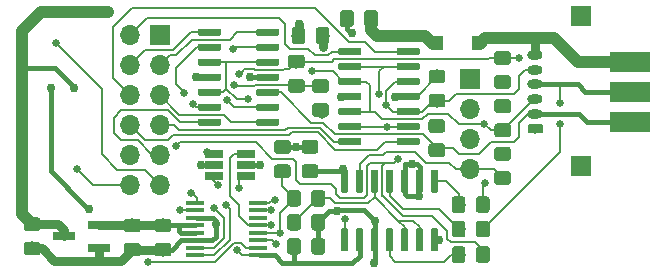
<source format=gtl>
G04 #@! TF.GenerationSoftware,KiCad,Pcbnew,(5.1.4)-1*
G04 #@! TF.CreationDate,2020-02-28T01:30:03+00:00*
G04 #@! TF.ProjectId,analog,616e616c-6f67-42e6-9b69-6361645f7063,rev?*
G04 #@! TF.SameCoordinates,Original*
G04 #@! TF.FileFunction,Copper,L1,Top*
G04 #@! TF.FilePolarity,Positive*
%FSLAX46Y46*%
G04 Gerber Fmt 4.6, Leading zero omitted, Abs format (unit mm)*
G04 Created by KiCad (PCBNEW (5.1.4)-1) date 2020-02-28 01:30:03*
%MOMM*%
%LPD*%
G04 APERTURE LIST*
%ADD10C,0.100000*%
%ADD11C,0.600000*%
%ADD12C,1.150000*%
%ADD13O,1.700000X1.700000*%
%ADD14R,1.700000X1.700000*%
%ADD15R,1.600000X0.410000*%
%ADD16R,1.900000X0.800000*%
%ADD17R,1.560000X0.650000*%
%ADD18R,0.900000X1.200000*%
%ADD19R,3.500000X1.750000*%
%ADD20O,1.300000X0.800000*%
%ADD21C,0.800000*%
%ADD22C,0.762000*%
%ADD23C,0.660400*%
%ADD24C,0.761000*%
%ADD25C,0.203200*%
%ADD26C,0.762000*%
%ADD27C,0.381000*%
%ADD28C,1.016000*%
G04 APERTURE END LIST*
D10*
G36*
X45398703Y-33823082D02*
G01*
X45413264Y-33825242D01*
X45427543Y-33828819D01*
X45441403Y-33833778D01*
X45454710Y-33840072D01*
X45467336Y-33847640D01*
X45479159Y-33856408D01*
X45490066Y-33866294D01*
X45499952Y-33877201D01*
X45508720Y-33889024D01*
X45516288Y-33901650D01*
X45522582Y-33914957D01*
X45527541Y-33928817D01*
X45531118Y-33943096D01*
X45533278Y-33957657D01*
X45534000Y-33972360D01*
X45534000Y-34272360D01*
X45533278Y-34287063D01*
X45531118Y-34301624D01*
X45527541Y-34315903D01*
X45522582Y-34329763D01*
X45516288Y-34343070D01*
X45508720Y-34355696D01*
X45499952Y-34367519D01*
X45490066Y-34378426D01*
X45479159Y-34388312D01*
X45467336Y-34397080D01*
X45454710Y-34404648D01*
X45441403Y-34410942D01*
X45427543Y-34415901D01*
X45413264Y-34419478D01*
X45398703Y-34421638D01*
X45384000Y-34422360D01*
X43734000Y-34422360D01*
X43719297Y-34421638D01*
X43704736Y-34419478D01*
X43690457Y-34415901D01*
X43676597Y-34410942D01*
X43663290Y-34404648D01*
X43650664Y-34397080D01*
X43638841Y-34388312D01*
X43627934Y-34378426D01*
X43618048Y-34367519D01*
X43609280Y-34355696D01*
X43601712Y-34343070D01*
X43595418Y-34329763D01*
X43590459Y-34315903D01*
X43586882Y-34301624D01*
X43584722Y-34287063D01*
X43584000Y-34272360D01*
X43584000Y-33972360D01*
X43584722Y-33957657D01*
X43586882Y-33943096D01*
X43590459Y-33928817D01*
X43595418Y-33914957D01*
X43601712Y-33901650D01*
X43609280Y-33889024D01*
X43618048Y-33877201D01*
X43627934Y-33866294D01*
X43638841Y-33856408D01*
X43650664Y-33847640D01*
X43663290Y-33840072D01*
X43676597Y-33833778D01*
X43690457Y-33828819D01*
X43704736Y-33825242D01*
X43719297Y-33823082D01*
X43734000Y-33822360D01*
X45384000Y-33822360D01*
X45398703Y-33823082D01*
X45398703Y-33823082D01*
G37*
D11*
X44559000Y-34122360D03*
D10*
G36*
X45398703Y-35093082D02*
G01*
X45413264Y-35095242D01*
X45427543Y-35098819D01*
X45441403Y-35103778D01*
X45454710Y-35110072D01*
X45467336Y-35117640D01*
X45479159Y-35126408D01*
X45490066Y-35136294D01*
X45499952Y-35147201D01*
X45508720Y-35159024D01*
X45516288Y-35171650D01*
X45522582Y-35184957D01*
X45527541Y-35198817D01*
X45531118Y-35213096D01*
X45533278Y-35227657D01*
X45534000Y-35242360D01*
X45534000Y-35542360D01*
X45533278Y-35557063D01*
X45531118Y-35571624D01*
X45527541Y-35585903D01*
X45522582Y-35599763D01*
X45516288Y-35613070D01*
X45508720Y-35625696D01*
X45499952Y-35637519D01*
X45490066Y-35648426D01*
X45479159Y-35658312D01*
X45467336Y-35667080D01*
X45454710Y-35674648D01*
X45441403Y-35680942D01*
X45427543Y-35685901D01*
X45413264Y-35689478D01*
X45398703Y-35691638D01*
X45384000Y-35692360D01*
X43734000Y-35692360D01*
X43719297Y-35691638D01*
X43704736Y-35689478D01*
X43690457Y-35685901D01*
X43676597Y-35680942D01*
X43663290Y-35674648D01*
X43650664Y-35667080D01*
X43638841Y-35658312D01*
X43627934Y-35648426D01*
X43618048Y-35637519D01*
X43609280Y-35625696D01*
X43601712Y-35613070D01*
X43595418Y-35599763D01*
X43590459Y-35585903D01*
X43586882Y-35571624D01*
X43584722Y-35557063D01*
X43584000Y-35542360D01*
X43584000Y-35242360D01*
X43584722Y-35227657D01*
X43586882Y-35213096D01*
X43590459Y-35198817D01*
X43595418Y-35184957D01*
X43601712Y-35171650D01*
X43609280Y-35159024D01*
X43618048Y-35147201D01*
X43627934Y-35136294D01*
X43638841Y-35126408D01*
X43650664Y-35117640D01*
X43663290Y-35110072D01*
X43676597Y-35103778D01*
X43690457Y-35098819D01*
X43704736Y-35095242D01*
X43719297Y-35093082D01*
X43734000Y-35092360D01*
X45384000Y-35092360D01*
X45398703Y-35093082D01*
X45398703Y-35093082D01*
G37*
D11*
X44559000Y-35392360D03*
D10*
G36*
X45398703Y-36363082D02*
G01*
X45413264Y-36365242D01*
X45427543Y-36368819D01*
X45441403Y-36373778D01*
X45454710Y-36380072D01*
X45467336Y-36387640D01*
X45479159Y-36396408D01*
X45490066Y-36406294D01*
X45499952Y-36417201D01*
X45508720Y-36429024D01*
X45516288Y-36441650D01*
X45522582Y-36454957D01*
X45527541Y-36468817D01*
X45531118Y-36483096D01*
X45533278Y-36497657D01*
X45534000Y-36512360D01*
X45534000Y-36812360D01*
X45533278Y-36827063D01*
X45531118Y-36841624D01*
X45527541Y-36855903D01*
X45522582Y-36869763D01*
X45516288Y-36883070D01*
X45508720Y-36895696D01*
X45499952Y-36907519D01*
X45490066Y-36918426D01*
X45479159Y-36928312D01*
X45467336Y-36937080D01*
X45454710Y-36944648D01*
X45441403Y-36950942D01*
X45427543Y-36955901D01*
X45413264Y-36959478D01*
X45398703Y-36961638D01*
X45384000Y-36962360D01*
X43734000Y-36962360D01*
X43719297Y-36961638D01*
X43704736Y-36959478D01*
X43690457Y-36955901D01*
X43676597Y-36950942D01*
X43663290Y-36944648D01*
X43650664Y-36937080D01*
X43638841Y-36928312D01*
X43627934Y-36918426D01*
X43618048Y-36907519D01*
X43609280Y-36895696D01*
X43601712Y-36883070D01*
X43595418Y-36869763D01*
X43590459Y-36855903D01*
X43586882Y-36841624D01*
X43584722Y-36827063D01*
X43584000Y-36812360D01*
X43584000Y-36512360D01*
X43584722Y-36497657D01*
X43586882Y-36483096D01*
X43590459Y-36468817D01*
X43595418Y-36454957D01*
X43601712Y-36441650D01*
X43609280Y-36429024D01*
X43618048Y-36417201D01*
X43627934Y-36406294D01*
X43638841Y-36396408D01*
X43650664Y-36387640D01*
X43663290Y-36380072D01*
X43676597Y-36373778D01*
X43690457Y-36368819D01*
X43704736Y-36365242D01*
X43719297Y-36363082D01*
X43734000Y-36362360D01*
X45384000Y-36362360D01*
X45398703Y-36363082D01*
X45398703Y-36363082D01*
G37*
D11*
X44559000Y-36662360D03*
D10*
G36*
X45398703Y-37633082D02*
G01*
X45413264Y-37635242D01*
X45427543Y-37638819D01*
X45441403Y-37643778D01*
X45454710Y-37650072D01*
X45467336Y-37657640D01*
X45479159Y-37666408D01*
X45490066Y-37676294D01*
X45499952Y-37687201D01*
X45508720Y-37699024D01*
X45516288Y-37711650D01*
X45522582Y-37724957D01*
X45527541Y-37738817D01*
X45531118Y-37753096D01*
X45533278Y-37767657D01*
X45534000Y-37782360D01*
X45534000Y-38082360D01*
X45533278Y-38097063D01*
X45531118Y-38111624D01*
X45527541Y-38125903D01*
X45522582Y-38139763D01*
X45516288Y-38153070D01*
X45508720Y-38165696D01*
X45499952Y-38177519D01*
X45490066Y-38188426D01*
X45479159Y-38198312D01*
X45467336Y-38207080D01*
X45454710Y-38214648D01*
X45441403Y-38220942D01*
X45427543Y-38225901D01*
X45413264Y-38229478D01*
X45398703Y-38231638D01*
X45384000Y-38232360D01*
X43734000Y-38232360D01*
X43719297Y-38231638D01*
X43704736Y-38229478D01*
X43690457Y-38225901D01*
X43676597Y-38220942D01*
X43663290Y-38214648D01*
X43650664Y-38207080D01*
X43638841Y-38198312D01*
X43627934Y-38188426D01*
X43618048Y-38177519D01*
X43609280Y-38165696D01*
X43601712Y-38153070D01*
X43595418Y-38139763D01*
X43590459Y-38125903D01*
X43586882Y-38111624D01*
X43584722Y-38097063D01*
X43584000Y-38082360D01*
X43584000Y-37782360D01*
X43584722Y-37767657D01*
X43586882Y-37753096D01*
X43590459Y-37738817D01*
X43595418Y-37724957D01*
X43601712Y-37711650D01*
X43609280Y-37699024D01*
X43618048Y-37687201D01*
X43627934Y-37676294D01*
X43638841Y-37666408D01*
X43650664Y-37657640D01*
X43663290Y-37650072D01*
X43676597Y-37643778D01*
X43690457Y-37638819D01*
X43704736Y-37635242D01*
X43719297Y-37633082D01*
X43734000Y-37632360D01*
X45384000Y-37632360D01*
X45398703Y-37633082D01*
X45398703Y-37633082D01*
G37*
D11*
X44559000Y-37932360D03*
D10*
G36*
X45398703Y-38903082D02*
G01*
X45413264Y-38905242D01*
X45427543Y-38908819D01*
X45441403Y-38913778D01*
X45454710Y-38920072D01*
X45467336Y-38927640D01*
X45479159Y-38936408D01*
X45490066Y-38946294D01*
X45499952Y-38957201D01*
X45508720Y-38969024D01*
X45516288Y-38981650D01*
X45522582Y-38994957D01*
X45527541Y-39008817D01*
X45531118Y-39023096D01*
X45533278Y-39037657D01*
X45534000Y-39052360D01*
X45534000Y-39352360D01*
X45533278Y-39367063D01*
X45531118Y-39381624D01*
X45527541Y-39395903D01*
X45522582Y-39409763D01*
X45516288Y-39423070D01*
X45508720Y-39435696D01*
X45499952Y-39447519D01*
X45490066Y-39458426D01*
X45479159Y-39468312D01*
X45467336Y-39477080D01*
X45454710Y-39484648D01*
X45441403Y-39490942D01*
X45427543Y-39495901D01*
X45413264Y-39499478D01*
X45398703Y-39501638D01*
X45384000Y-39502360D01*
X43734000Y-39502360D01*
X43719297Y-39501638D01*
X43704736Y-39499478D01*
X43690457Y-39495901D01*
X43676597Y-39490942D01*
X43663290Y-39484648D01*
X43650664Y-39477080D01*
X43638841Y-39468312D01*
X43627934Y-39458426D01*
X43618048Y-39447519D01*
X43609280Y-39435696D01*
X43601712Y-39423070D01*
X43595418Y-39409763D01*
X43590459Y-39395903D01*
X43586882Y-39381624D01*
X43584722Y-39367063D01*
X43584000Y-39352360D01*
X43584000Y-39052360D01*
X43584722Y-39037657D01*
X43586882Y-39023096D01*
X43590459Y-39008817D01*
X43595418Y-38994957D01*
X43601712Y-38981650D01*
X43609280Y-38969024D01*
X43618048Y-38957201D01*
X43627934Y-38946294D01*
X43638841Y-38936408D01*
X43650664Y-38927640D01*
X43663290Y-38920072D01*
X43676597Y-38913778D01*
X43690457Y-38908819D01*
X43704736Y-38905242D01*
X43719297Y-38903082D01*
X43734000Y-38902360D01*
X45384000Y-38902360D01*
X45398703Y-38903082D01*
X45398703Y-38903082D01*
G37*
D11*
X44559000Y-39202360D03*
D10*
G36*
X45398703Y-40173082D02*
G01*
X45413264Y-40175242D01*
X45427543Y-40178819D01*
X45441403Y-40183778D01*
X45454710Y-40190072D01*
X45467336Y-40197640D01*
X45479159Y-40206408D01*
X45490066Y-40216294D01*
X45499952Y-40227201D01*
X45508720Y-40239024D01*
X45516288Y-40251650D01*
X45522582Y-40264957D01*
X45527541Y-40278817D01*
X45531118Y-40293096D01*
X45533278Y-40307657D01*
X45534000Y-40322360D01*
X45534000Y-40622360D01*
X45533278Y-40637063D01*
X45531118Y-40651624D01*
X45527541Y-40665903D01*
X45522582Y-40679763D01*
X45516288Y-40693070D01*
X45508720Y-40705696D01*
X45499952Y-40717519D01*
X45490066Y-40728426D01*
X45479159Y-40738312D01*
X45467336Y-40747080D01*
X45454710Y-40754648D01*
X45441403Y-40760942D01*
X45427543Y-40765901D01*
X45413264Y-40769478D01*
X45398703Y-40771638D01*
X45384000Y-40772360D01*
X43734000Y-40772360D01*
X43719297Y-40771638D01*
X43704736Y-40769478D01*
X43690457Y-40765901D01*
X43676597Y-40760942D01*
X43663290Y-40754648D01*
X43650664Y-40747080D01*
X43638841Y-40738312D01*
X43627934Y-40728426D01*
X43618048Y-40717519D01*
X43609280Y-40705696D01*
X43601712Y-40693070D01*
X43595418Y-40679763D01*
X43590459Y-40665903D01*
X43586882Y-40651624D01*
X43584722Y-40637063D01*
X43584000Y-40622360D01*
X43584000Y-40322360D01*
X43584722Y-40307657D01*
X43586882Y-40293096D01*
X43590459Y-40278817D01*
X43595418Y-40264957D01*
X43601712Y-40251650D01*
X43609280Y-40239024D01*
X43618048Y-40227201D01*
X43627934Y-40216294D01*
X43638841Y-40206408D01*
X43650664Y-40197640D01*
X43663290Y-40190072D01*
X43676597Y-40183778D01*
X43690457Y-40178819D01*
X43704736Y-40175242D01*
X43719297Y-40173082D01*
X43734000Y-40172360D01*
X45384000Y-40172360D01*
X45398703Y-40173082D01*
X45398703Y-40173082D01*
G37*
D11*
X44559000Y-40472360D03*
D10*
G36*
X45398703Y-41443082D02*
G01*
X45413264Y-41445242D01*
X45427543Y-41448819D01*
X45441403Y-41453778D01*
X45454710Y-41460072D01*
X45467336Y-41467640D01*
X45479159Y-41476408D01*
X45490066Y-41486294D01*
X45499952Y-41497201D01*
X45508720Y-41509024D01*
X45516288Y-41521650D01*
X45522582Y-41534957D01*
X45527541Y-41548817D01*
X45531118Y-41563096D01*
X45533278Y-41577657D01*
X45534000Y-41592360D01*
X45534000Y-41892360D01*
X45533278Y-41907063D01*
X45531118Y-41921624D01*
X45527541Y-41935903D01*
X45522582Y-41949763D01*
X45516288Y-41963070D01*
X45508720Y-41975696D01*
X45499952Y-41987519D01*
X45490066Y-41998426D01*
X45479159Y-42008312D01*
X45467336Y-42017080D01*
X45454710Y-42024648D01*
X45441403Y-42030942D01*
X45427543Y-42035901D01*
X45413264Y-42039478D01*
X45398703Y-42041638D01*
X45384000Y-42042360D01*
X43734000Y-42042360D01*
X43719297Y-42041638D01*
X43704736Y-42039478D01*
X43690457Y-42035901D01*
X43676597Y-42030942D01*
X43663290Y-42024648D01*
X43650664Y-42017080D01*
X43638841Y-42008312D01*
X43627934Y-41998426D01*
X43618048Y-41987519D01*
X43609280Y-41975696D01*
X43601712Y-41963070D01*
X43595418Y-41949763D01*
X43590459Y-41935903D01*
X43586882Y-41921624D01*
X43584722Y-41907063D01*
X43584000Y-41892360D01*
X43584000Y-41592360D01*
X43584722Y-41577657D01*
X43586882Y-41563096D01*
X43590459Y-41548817D01*
X43595418Y-41534957D01*
X43601712Y-41521650D01*
X43609280Y-41509024D01*
X43618048Y-41497201D01*
X43627934Y-41486294D01*
X43638841Y-41476408D01*
X43650664Y-41467640D01*
X43663290Y-41460072D01*
X43676597Y-41453778D01*
X43690457Y-41448819D01*
X43704736Y-41445242D01*
X43719297Y-41443082D01*
X43734000Y-41442360D01*
X45384000Y-41442360D01*
X45398703Y-41443082D01*
X45398703Y-41443082D01*
G37*
D11*
X44559000Y-41742360D03*
D10*
G36*
X50348703Y-41443082D02*
G01*
X50363264Y-41445242D01*
X50377543Y-41448819D01*
X50391403Y-41453778D01*
X50404710Y-41460072D01*
X50417336Y-41467640D01*
X50429159Y-41476408D01*
X50440066Y-41486294D01*
X50449952Y-41497201D01*
X50458720Y-41509024D01*
X50466288Y-41521650D01*
X50472582Y-41534957D01*
X50477541Y-41548817D01*
X50481118Y-41563096D01*
X50483278Y-41577657D01*
X50484000Y-41592360D01*
X50484000Y-41892360D01*
X50483278Y-41907063D01*
X50481118Y-41921624D01*
X50477541Y-41935903D01*
X50472582Y-41949763D01*
X50466288Y-41963070D01*
X50458720Y-41975696D01*
X50449952Y-41987519D01*
X50440066Y-41998426D01*
X50429159Y-42008312D01*
X50417336Y-42017080D01*
X50404710Y-42024648D01*
X50391403Y-42030942D01*
X50377543Y-42035901D01*
X50363264Y-42039478D01*
X50348703Y-42041638D01*
X50334000Y-42042360D01*
X48684000Y-42042360D01*
X48669297Y-42041638D01*
X48654736Y-42039478D01*
X48640457Y-42035901D01*
X48626597Y-42030942D01*
X48613290Y-42024648D01*
X48600664Y-42017080D01*
X48588841Y-42008312D01*
X48577934Y-41998426D01*
X48568048Y-41987519D01*
X48559280Y-41975696D01*
X48551712Y-41963070D01*
X48545418Y-41949763D01*
X48540459Y-41935903D01*
X48536882Y-41921624D01*
X48534722Y-41907063D01*
X48534000Y-41892360D01*
X48534000Y-41592360D01*
X48534722Y-41577657D01*
X48536882Y-41563096D01*
X48540459Y-41548817D01*
X48545418Y-41534957D01*
X48551712Y-41521650D01*
X48559280Y-41509024D01*
X48568048Y-41497201D01*
X48577934Y-41486294D01*
X48588841Y-41476408D01*
X48600664Y-41467640D01*
X48613290Y-41460072D01*
X48626597Y-41453778D01*
X48640457Y-41448819D01*
X48654736Y-41445242D01*
X48669297Y-41443082D01*
X48684000Y-41442360D01*
X50334000Y-41442360D01*
X50348703Y-41443082D01*
X50348703Y-41443082D01*
G37*
D11*
X49509000Y-41742360D03*
D10*
G36*
X50348703Y-40173082D02*
G01*
X50363264Y-40175242D01*
X50377543Y-40178819D01*
X50391403Y-40183778D01*
X50404710Y-40190072D01*
X50417336Y-40197640D01*
X50429159Y-40206408D01*
X50440066Y-40216294D01*
X50449952Y-40227201D01*
X50458720Y-40239024D01*
X50466288Y-40251650D01*
X50472582Y-40264957D01*
X50477541Y-40278817D01*
X50481118Y-40293096D01*
X50483278Y-40307657D01*
X50484000Y-40322360D01*
X50484000Y-40622360D01*
X50483278Y-40637063D01*
X50481118Y-40651624D01*
X50477541Y-40665903D01*
X50472582Y-40679763D01*
X50466288Y-40693070D01*
X50458720Y-40705696D01*
X50449952Y-40717519D01*
X50440066Y-40728426D01*
X50429159Y-40738312D01*
X50417336Y-40747080D01*
X50404710Y-40754648D01*
X50391403Y-40760942D01*
X50377543Y-40765901D01*
X50363264Y-40769478D01*
X50348703Y-40771638D01*
X50334000Y-40772360D01*
X48684000Y-40772360D01*
X48669297Y-40771638D01*
X48654736Y-40769478D01*
X48640457Y-40765901D01*
X48626597Y-40760942D01*
X48613290Y-40754648D01*
X48600664Y-40747080D01*
X48588841Y-40738312D01*
X48577934Y-40728426D01*
X48568048Y-40717519D01*
X48559280Y-40705696D01*
X48551712Y-40693070D01*
X48545418Y-40679763D01*
X48540459Y-40665903D01*
X48536882Y-40651624D01*
X48534722Y-40637063D01*
X48534000Y-40622360D01*
X48534000Y-40322360D01*
X48534722Y-40307657D01*
X48536882Y-40293096D01*
X48540459Y-40278817D01*
X48545418Y-40264957D01*
X48551712Y-40251650D01*
X48559280Y-40239024D01*
X48568048Y-40227201D01*
X48577934Y-40216294D01*
X48588841Y-40206408D01*
X48600664Y-40197640D01*
X48613290Y-40190072D01*
X48626597Y-40183778D01*
X48640457Y-40178819D01*
X48654736Y-40175242D01*
X48669297Y-40173082D01*
X48684000Y-40172360D01*
X50334000Y-40172360D01*
X50348703Y-40173082D01*
X50348703Y-40173082D01*
G37*
D11*
X49509000Y-40472360D03*
D10*
G36*
X50348703Y-38903082D02*
G01*
X50363264Y-38905242D01*
X50377543Y-38908819D01*
X50391403Y-38913778D01*
X50404710Y-38920072D01*
X50417336Y-38927640D01*
X50429159Y-38936408D01*
X50440066Y-38946294D01*
X50449952Y-38957201D01*
X50458720Y-38969024D01*
X50466288Y-38981650D01*
X50472582Y-38994957D01*
X50477541Y-39008817D01*
X50481118Y-39023096D01*
X50483278Y-39037657D01*
X50484000Y-39052360D01*
X50484000Y-39352360D01*
X50483278Y-39367063D01*
X50481118Y-39381624D01*
X50477541Y-39395903D01*
X50472582Y-39409763D01*
X50466288Y-39423070D01*
X50458720Y-39435696D01*
X50449952Y-39447519D01*
X50440066Y-39458426D01*
X50429159Y-39468312D01*
X50417336Y-39477080D01*
X50404710Y-39484648D01*
X50391403Y-39490942D01*
X50377543Y-39495901D01*
X50363264Y-39499478D01*
X50348703Y-39501638D01*
X50334000Y-39502360D01*
X48684000Y-39502360D01*
X48669297Y-39501638D01*
X48654736Y-39499478D01*
X48640457Y-39495901D01*
X48626597Y-39490942D01*
X48613290Y-39484648D01*
X48600664Y-39477080D01*
X48588841Y-39468312D01*
X48577934Y-39458426D01*
X48568048Y-39447519D01*
X48559280Y-39435696D01*
X48551712Y-39423070D01*
X48545418Y-39409763D01*
X48540459Y-39395903D01*
X48536882Y-39381624D01*
X48534722Y-39367063D01*
X48534000Y-39352360D01*
X48534000Y-39052360D01*
X48534722Y-39037657D01*
X48536882Y-39023096D01*
X48540459Y-39008817D01*
X48545418Y-38994957D01*
X48551712Y-38981650D01*
X48559280Y-38969024D01*
X48568048Y-38957201D01*
X48577934Y-38946294D01*
X48588841Y-38936408D01*
X48600664Y-38927640D01*
X48613290Y-38920072D01*
X48626597Y-38913778D01*
X48640457Y-38908819D01*
X48654736Y-38905242D01*
X48669297Y-38903082D01*
X48684000Y-38902360D01*
X50334000Y-38902360D01*
X50348703Y-38903082D01*
X50348703Y-38903082D01*
G37*
D11*
X49509000Y-39202360D03*
D10*
G36*
X50348703Y-37633082D02*
G01*
X50363264Y-37635242D01*
X50377543Y-37638819D01*
X50391403Y-37643778D01*
X50404710Y-37650072D01*
X50417336Y-37657640D01*
X50429159Y-37666408D01*
X50440066Y-37676294D01*
X50449952Y-37687201D01*
X50458720Y-37699024D01*
X50466288Y-37711650D01*
X50472582Y-37724957D01*
X50477541Y-37738817D01*
X50481118Y-37753096D01*
X50483278Y-37767657D01*
X50484000Y-37782360D01*
X50484000Y-38082360D01*
X50483278Y-38097063D01*
X50481118Y-38111624D01*
X50477541Y-38125903D01*
X50472582Y-38139763D01*
X50466288Y-38153070D01*
X50458720Y-38165696D01*
X50449952Y-38177519D01*
X50440066Y-38188426D01*
X50429159Y-38198312D01*
X50417336Y-38207080D01*
X50404710Y-38214648D01*
X50391403Y-38220942D01*
X50377543Y-38225901D01*
X50363264Y-38229478D01*
X50348703Y-38231638D01*
X50334000Y-38232360D01*
X48684000Y-38232360D01*
X48669297Y-38231638D01*
X48654736Y-38229478D01*
X48640457Y-38225901D01*
X48626597Y-38220942D01*
X48613290Y-38214648D01*
X48600664Y-38207080D01*
X48588841Y-38198312D01*
X48577934Y-38188426D01*
X48568048Y-38177519D01*
X48559280Y-38165696D01*
X48551712Y-38153070D01*
X48545418Y-38139763D01*
X48540459Y-38125903D01*
X48536882Y-38111624D01*
X48534722Y-38097063D01*
X48534000Y-38082360D01*
X48534000Y-37782360D01*
X48534722Y-37767657D01*
X48536882Y-37753096D01*
X48540459Y-37738817D01*
X48545418Y-37724957D01*
X48551712Y-37711650D01*
X48559280Y-37699024D01*
X48568048Y-37687201D01*
X48577934Y-37676294D01*
X48588841Y-37666408D01*
X48600664Y-37657640D01*
X48613290Y-37650072D01*
X48626597Y-37643778D01*
X48640457Y-37638819D01*
X48654736Y-37635242D01*
X48669297Y-37633082D01*
X48684000Y-37632360D01*
X50334000Y-37632360D01*
X50348703Y-37633082D01*
X50348703Y-37633082D01*
G37*
D11*
X49509000Y-37932360D03*
D10*
G36*
X50348703Y-36363082D02*
G01*
X50363264Y-36365242D01*
X50377543Y-36368819D01*
X50391403Y-36373778D01*
X50404710Y-36380072D01*
X50417336Y-36387640D01*
X50429159Y-36396408D01*
X50440066Y-36406294D01*
X50449952Y-36417201D01*
X50458720Y-36429024D01*
X50466288Y-36441650D01*
X50472582Y-36454957D01*
X50477541Y-36468817D01*
X50481118Y-36483096D01*
X50483278Y-36497657D01*
X50484000Y-36512360D01*
X50484000Y-36812360D01*
X50483278Y-36827063D01*
X50481118Y-36841624D01*
X50477541Y-36855903D01*
X50472582Y-36869763D01*
X50466288Y-36883070D01*
X50458720Y-36895696D01*
X50449952Y-36907519D01*
X50440066Y-36918426D01*
X50429159Y-36928312D01*
X50417336Y-36937080D01*
X50404710Y-36944648D01*
X50391403Y-36950942D01*
X50377543Y-36955901D01*
X50363264Y-36959478D01*
X50348703Y-36961638D01*
X50334000Y-36962360D01*
X48684000Y-36962360D01*
X48669297Y-36961638D01*
X48654736Y-36959478D01*
X48640457Y-36955901D01*
X48626597Y-36950942D01*
X48613290Y-36944648D01*
X48600664Y-36937080D01*
X48588841Y-36928312D01*
X48577934Y-36918426D01*
X48568048Y-36907519D01*
X48559280Y-36895696D01*
X48551712Y-36883070D01*
X48545418Y-36869763D01*
X48540459Y-36855903D01*
X48536882Y-36841624D01*
X48534722Y-36827063D01*
X48534000Y-36812360D01*
X48534000Y-36512360D01*
X48534722Y-36497657D01*
X48536882Y-36483096D01*
X48540459Y-36468817D01*
X48545418Y-36454957D01*
X48551712Y-36441650D01*
X48559280Y-36429024D01*
X48568048Y-36417201D01*
X48577934Y-36406294D01*
X48588841Y-36396408D01*
X48600664Y-36387640D01*
X48613290Y-36380072D01*
X48626597Y-36373778D01*
X48640457Y-36368819D01*
X48654736Y-36365242D01*
X48669297Y-36363082D01*
X48684000Y-36362360D01*
X50334000Y-36362360D01*
X50348703Y-36363082D01*
X50348703Y-36363082D01*
G37*
D11*
X49509000Y-36662360D03*
D10*
G36*
X50348703Y-35093082D02*
G01*
X50363264Y-35095242D01*
X50377543Y-35098819D01*
X50391403Y-35103778D01*
X50404710Y-35110072D01*
X50417336Y-35117640D01*
X50429159Y-35126408D01*
X50440066Y-35136294D01*
X50449952Y-35147201D01*
X50458720Y-35159024D01*
X50466288Y-35171650D01*
X50472582Y-35184957D01*
X50477541Y-35198817D01*
X50481118Y-35213096D01*
X50483278Y-35227657D01*
X50484000Y-35242360D01*
X50484000Y-35542360D01*
X50483278Y-35557063D01*
X50481118Y-35571624D01*
X50477541Y-35585903D01*
X50472582Y-35599763D01*
X50466288Y-35613070D01*
X50458720Y-35625696D01*
X50449952Y-35637519D01*
X50440066Y-35648426D01*
X50429159Y-35658312D01*
X50417336Y-35667080D01*
X50404710Y-35674648D01*
X50391403Y-35680942D01*
X50377543Y-35685901D01*
X50363264Y-35689478D01*
X50348703Y-35691638D01*
X50334000Y-35692360D01*
X48684000Y-35692360D01*
X48669297Y-35691638D01*
X48654736Y-35689478D01*
X48640457Y-35685901D01*
X48626597Y-35680942D01*
X48613290Y-35674648D01*
X48600664Y-35667080D01*
X48588841Y-35658312D01*
X48577934Y-35648426D01*
X48568048Y-35637519D01*
X48559280Y-35625696D01*
X48551712Y-35613070D01*
X48545418Y-35599763D01*
X48540459Y-35585903D01*
X48536882Y-35571624D01*
X48534722Y-35557063D01*
X48534000Y-35542360D01*
X48534000Y-35242360D01*
X48534722Y-35227657D01*
X48536882Y-35213096D01*
X48540459Y-35198817D01*
X48545418Y-35184957D01*
X48551712Y-35171650D01*
X48559280Y-35159024D01*
X48568048Y-35147201D01*
X48577934Y-35136294D01*
X48588841Y-35126408D01*
X48600664Y-35117640D01*
X48613290Y-35110072D01*
X48626597Y-35103778D01*
X48640457Y-35098819D01*
X48654736Y-35095242D01*
X48669297Y-35093082D01*
X48684000Y-35092360D01*
X50334000Y-35092360D01*
X50348703Y-35093082D01*
X50348703Y-35093082D01*
G37*
D11*
X49509000Y-35392360D03*
D10*
G36*
X50348703Y-33823082D02*
G01*
X50363264Y-33825242D01*
X50377543Y-33828819D01*
X50391403Y-33833778D01*
X50404710Y-33840072D01*
X50417336Y-33847640D01*
X50429159Y-33856408D01*
X50440066Y-33866294D01*
X50449952Y-33877201D01*
X50458720Y-33889024D01*
X50466288Y-33901650D01*
X50472582Y-33914957D01*
X50477541Y-33928817D01*
X50481118Y-33943096D01*
X50483278Y-33957657D01*
X50484000Y-33972360D01*
X50484000Y-34272360D01*
X50483278Y-34287063D01*
X50481118Y-34301624D01*
X50477541Y-34315903D01*
X50472582Y-34329763D01*
X50466288Y-34343070D01*
X50458720Y-34355696D01*
X50449952Y-34367519D01*
X50440066Y-34378426D01*
X50429159Y-34388312D01*
X50417336Y-34397080D01*
X50404710Y-34404648D01*
X50391403Y-34410942D01*
X50377543Y-34415901D01*
X50363264Y-34419478D01*
X50348703Y-34421638D01*
X50334000Y-34422360D01*
X48684000Y-34422360D01*
X48669297Y-34421638D01*
X48654736Y-34419478D01*
X48640457Y-34415901D01*
X48626597Y-34410942D01*
X48613290Y-34404648D01*
X48600664Y-34397080D01*
X48588841Y-34388312D01*
X48577934Y-34378426D01*
X48568048Y-34367519D01*
X48559280Y-34355696D01*
X48551712Y-34343070D01*
X48545418Y-34329763D01*
X48540459Y-34315903D01*
X48536882Y-34301624D01*
X48534722Y-34287063D01*
X48534000Y-34272360D01*
X48534000Y-33972360D01*
X48534722Y-33957657D01*
X48536882Y-33943096D01*
X48540459Y-33928817D01*
X48545418Y-33914957D01*
X48551712Y-33901650D01*
X48559280Y-33889024D01*
X48568048Y-33877201D01*
X48577934Y-33866294D01*
X48588841Y-33856408D01*
X48600664Y-33847640D01*
X48613290Y-33840072D01*
X48626597Y-33833778D01*
X48640457Y-33828819D01*
X48654736Y-33825242D01*
X48669297Y-33823082D01*
X48684000Y-33822360D01*
X50334000Y-33822360D01*
X50348703Y-33823082D01*
X50348703Y-33823082D01*
G37*
D11*
X49509000Y-34122360D03*
D10*
G36*
X53553705Y-43267764D02*
G01*
X53577973Y-43271364D01*
X53601772Y-43277325D01*
X53624871Y-43285590D01*
X53647050Y-43296080D01*
X53668093Y-43308692D01*
X53687799Y-43323307D01*
X53705977Y-43339783D01*
X53722453Y-43357961D01*
X53737068Y-43377667D01*
X53749680Y-43398710D01*
X53760170Y-43420889D01*
X53768435Y-43443988D01*
X53774396Y-43467787D01*
X53777996Y-43492055D01*
X53779200Y-43516559D01*
X53779200Y-44166561D01*
X53777996Y-44191065D01*
X53774396Y-44215333D01*
X53768435Y-44239132D01*
X53760170Y-44262231D01*
X53749680Y-44284410D01*
X53737068Y-44305453D01*
X53722453Y-44325159D01*
X53705977Y-44343337D01*
X53687799Y-44359813D01*
X53668093Y-44374428D01*
X53647050Y-44387040D01*
X53624871Y-44397530D01*
X53601772Y-44405795D01*
X53577973Y-44411756D01*
X53553705Y-44415356D01*
X53529201Y-44416560D01*
X52629199Y-44416560D01*
X52604695Y-44415356D01*
X52580427Y-44411756D01*
X52556628Y-44405795D01*
X52533529Y-44397530D01*
X52511350Y-44387040D01*
X52490307Y-44374428D01*
X52470601Y-44359813D01*
X52452423Y-44343337D01*
X52435947Y-44325159D01*
X52421332Y-44305453D01*
X52408720Y-44284410D01*
X52398230Y-44262231D01*
X52389965Y-44239132D01*
X52384004Y-44215333D01*
X52380404Y-44191065D01*
X52379200Y-44166561D01*
X52379200Y-43516559D01*
X52380404Y-43492055D01*
X52384004Y-43467787D01*
X52389965Y-43443988D01*
X52398230Y-43420889D01*
X52408720Y-43398710D01*
X52421332Y-43377667D01*
X52435947Y-43357961D01*
X52452423Y-43339783D01*
X52470601Y-43323307D01*
X52490307Y-43308692D01*
X52511350Y-43296080D01*
X52533529Y-43285590D01*
X52556628Y-43277325D01*
X52580427Y-43271364D01*
X52604695Y-43267764D01*
X52629199Y-43266560D01*
X53529201Y-43266560D01*
X53553705Y-43267764D01*
X53553705Y-43267764D01*
G37*
D12*
X53079200Y-43841560D03*
D10*
G36*
X53553705Y-45317764D02*
G01*
X53577973Y-45321364D01*
X53601772Y-45327325D01*
X53624871Y-45335590D01*
X53647050Y-45346080D01*
X53668093Y-45358692D01*
X53687799Y-45373307D01*
X53705977Y-45389783D01*
X53722453Y-45407961D01*
X53737068Y-45427667D01*
X53749680Y-45448710D01*
X53760170Y-45470889D01*
X53768435Y-45493988D01*
X53774396Y-45517787D01*
X53777996Y-45542055D01*
X53779200Y-45566559D01*
X53779200Y-46216561D01*
X53777996Y-46241065D01*
X53774396Y-46265333D01*
X53768435Y-46289132D01*
X53760170Y-46312231D01*
X53749680Y-46334410D01*
X53737068Y-46355453D01*
X53722453Y-46375159D01*
X53705977Y-46393337D01*
X53687799Y-46409813D01*
X53668093Y-46424428D01*
X53647050Y-46437040D01*
X53624871Y-46447530D01*
X53601772Y-46455795D01*
X53577973Y-46461756D01*
X53553705Y-46465356D01*
X53529201Y-46466560D01*
X52629199Y-46466560D01*
X52604695Y-46465356D01*
X52580427Y-46461756D01*
X52556628Y-46455795D01*
X52533529Y-46447530D01*
X52511350Y-46437040D01*
X52490307Y-46424428D01*
X52470601Y-46409813D01*
X52452423Y-46393337D01*
X52435947Y-46375159D01*
X52421332Y-46355453D01*
X52408720Y-46334410D01*
X52398230Y-46312231D01*
X52389965Y-46289132D01*
X52384004Y-46265333D01*
X52380404Y-46241065D01*
X52379200Y-46216561D01*
X52379200Y-45566559D01*
X52380404Y-45542055D01*
X52384004Y-45517787D01*
X52389965Y-45493988D01*
X52398230Y-45470889D01*
X52408720Y-45448710D01*
X52421332Y-45427667D01*
X52435947Y-45407961D01*
X52452423Y-45389783D01*
X52470601Y-45373307D01*
X52490307Y-45358692D01*
X52511350Y-45346080D01*
X52533529Y-45335590D01*
X52556628Y-45327325D01*
X52580427Y-45321364D01*
X52604695Y-45317764D01*
X52629199Y-45316560D01*
X53529201Y-45316560D01*
X53553705Y-45317764D01*
X53553705Y-45317764D01*
G37*
D12*
X53079200Y-45891560D03*
D13*
X66617400Y-45730160D03*
X66617400Y-43190160D03*
X66617400Y-40650160D03*
D14*
X66617400Y-38110160D03*
D10*
G36*
X56164903Y-50710682D02*
G01*
X56179464Y-50712842D01*
X56193743Y-50716419D01*
X56207603Y-50721378D01*
X56220910Y-50727672D01*
X56233536Y-50735240D01*
X56245359Y-50744008D01*
X56256266Y-50753894D01*
X56266152Y-50764801D01*
X56274920Y-50776624D01*
X56282488Y-50789250D01*
X56288782Y-50802557D01*
X56293741Y-50816417D01*
X56297318Y-50830696D01*
X56299478Y-50845257D01*
X56300200Y-50859960D01*
X56300200Y-52509960D01*
X56299478Y-52524663D01*
X56297318Y-52539224D01*
X56293741Y-52553503D01*
X56288782Y-52567363D01*
X56282488Y-52580670D01*
X56274920Y-52593296D01*
X56266152Y-52605119D01*
X56256266Y-52616026D01*
X56245359Y-52625912D01*
X56233536Y-52634680D01*
X56220910Y-52642248D01*
X56207603Y-52648542D01*
X56193743Y-52653501D01*
X56179464Y-52657078D01*
X56164903Y-52659238D01*
X56150200Y-52659960D01*
X55850200Y-52659960D01*
X55835497Y-52659238D01*
X55820936Y-52657078D01*
X55806657Y-52653501D01*
X55792797Y-52648542D01*
X55779490Y-52642248D01*
X55766864Y-52634680D01*
X55755041Y-52625912D01*
X55744134Y-52616026D01*
X55734248Y-52605119D01*
X55725480Y-52593296D01*
X55717912Y-52580670D01*
X55711618Y-52567363D01*
X55706659Y-52553503D01*
X55703082Y-52539224D01*
X55700922Y-52524663D01*
X55700200Y-52509960D01*
X55700200Y-50859960D01*
X55700922Y-50845257D01*
X55703082Y-50830696D01*
X55706659Y-50816417D01*
X55711618Y-50802557D01*
X55717912Y-50789250D01*
X55725480Y-50776624D01*
X55734248Y-50764801D01*
X55744134Y-50753894D01*
X55755041Y-50744008D01*
X55766864Y-50735240D01*
X55779490Y-50727672D01*
X55792797Y-50721378D01*
X55806657Y-50716419D01*
X55820936Y-50712842D01*
X55835497Y-50710682D01*
X55850200Y-50709960D01*
X56150200Y-50709960D01*
X56164903Y-50710682D01*
X56164903Y-50710682D01*
G37*
D11*
X56000200Y-51684960D03*
D10*
G36*
X57434903Y-50710682D02*
G01*
X57449464Y-50712842D01*
X57463743Y-50716419D01*
X57477603Y-50721378D01*
X57490910Y-50727672D01*
X57503536Y-50735240D01*
X57515359Y-50744008D01*
X57526266Y-50753894D01*
X57536152Y-50764801D01*
X57544920Y-50776624D01*
X57552488Y-50789250D01*
X57558782Y-50802557D01*
X57563741Y-50816417D01*
X57567318Y-50830696D01*
X57569478Y-50845257D01*
X57570200Y-50859960D01*
X57570200Y-52509960D01*
X57569478Y-52524663D01*
X57567318Y-52539224D01*
X57563741Y-52553503D01*
X57558782Y-52567363D01*
X57552488Y-52580670D01*
X57544920Y-52593296D01*
X57536152Y-52605119D01*
X57526266Y-52616026D01*
X57515359Y-52625912D01*
X57503536Y-52634680D01*
X57490910Y-52642248D01*
X57477603Y-52648542D01*
X57463743Y-52653501D01*
X57449464Y-52657078D01*
X57434903Y-52659238D01*
X57420200Y-52659960D01*
X57120200Y-52659960D01*
X57105497Y-52659238D01*
X57090936Y-52657078D01*
X57076657Y-52653501D01*
X57062797Y-52648542D01*
X57049490Y-52642248D01*
X57036864Y-52634680D01*
X57025041Y-52625912D01*
X57014134Y-52616026D01*
X57004248Y-52605119D01*
X56995480Y-52593296D01*
X56987912Y-52580670D01*
X56981618Y-52567363D01*
X56976659Y-52553503D01*
X56973082Y-52539224D01*
X56970922Y-52524663D01*
X56970200Y-52509960D01*
X56970200Y-50859960D01*
X56970922Y-50845257D01*
X56973082Y-50830696D01*
X56976659Y-50816417D01*
X56981618Y-50802557D01*
X56987912Y-50789250D01*
X56995480Y-50776624D01*
X57004248Y-50764801D01*
X57014134Y-50753894D01*
X57025041Y-50744008D01*
X57036864Y-50735240D01*
X57049490Y-50727672D01*
X57062797Y-50721378D01*
X57076657Y-50716419D01*
X57090936Y-50712842D01*
X57105497Y-50710682D01*
X57120200Y-50709960D01*
X57420200Y-50709960D01*
X57434903Y-50710682D01*
X57434903Y-50710682D01*
G37*
D11*
X57270200Y-51684960D03*
D10*
G36*
X58704903Y-50710682D02*
G01*
X58719464Y-50712842D01*
X58733743Y-50716419D01*
X58747603Y-50721378D01*
X58760910Y-50727672D01*
X58773536Y-50735240D01*
X58785359Y-50744008D01*
X58796266Y-50753894D01*
X58806152Y-50764801D01*
X58814920Y-50776624D01*
X58822488Y-50789250D01*
X58828782Y-50802557D01*
X58833741Y-50816417D01*
X58837318Y-50830696D01*
X58839478Y-50845257D01*
X58840200Y-50859960D01*
X58840200Y-52509960D01*
X58839478Y-52524663D01*
X58837318Y-52539224D01*
X58833741Y-52553503D01*
X58828782Y-52567363D01*
X58822488Y-52580670D01*
X58814920Y-52593296D01*
X58806152Y-52605119D01*
X58796266Y-52616026D01*
X58785359Y-52625912D01*
X58773536Y-52634680D01*
X58760910Y-52642248D01*
X58747603Y-52648542D01*
X58733743Y-52653501D01*
X58719464Y-52657078D01*
X58704903Y-52659238D01*
X58690200Y-52659960D01*
X58390200Y-52659960D01*
X58375497Y-52659238D01*
X58360936Y-52657078D01*
X58346657Y-52653501D01*
X58332797Y-52648542D01*
X58319490Y-52642248D01*
X58306864Y-52634680D01*
X58295041Y-52625912D01*
X58284134Y-52616026D01*
X58274248Y-52605119D01*
X58265480Y-52593296D01*
X58257912Y-52580670D01*
X58251618Y-52567363D01*
X58246659Y-52553503D01*
X58243082Y-52539224D01*
X58240922Y-52524663D01*
X58240200Y-52509960D01*
X58240200Y-50859960D01*
X58240922Y-50845257D01*
X58243082Y-50830696D01*
X58246659Y-50816417D01*
X58251618Y-50802557D01*
X58257912Y-50789250D01*
X58265480Y-50776624D01*
X58274248Y-50764801D01*
X58284134Y-50753894D01*
X58295041Y-50744008D01*
X58306864Y-50735240D01*
X58319490Y-50727672D01*
X58332797Y-50721378D01*
X58346657Y-50716419D01*
X58360936Y-50712842D01*
X58375497Y-50710682D01*
X58390200Y-50709960D01*
X58690200Y-50709960D01*
X58704903Y-50710682D01*
X58704903Y-50710682D01*
G37*
D11*
X58540200Y-51684960D03*
D10*
G36*
X59974903Y-50710682D02*
G01*
X59989464Y-50712842D01*
X60003743Y-50716419D01*
X60017603Y-50721378D01*
X60030910Y-50727672D01*
X60043536Y-50735240D01*
X60055359Y-50744008D01*
X60066266Y-50753894D01*
X60076152Y-50764801D01*
X60084920Y-50776624D01*
X60092488Y-50789250D01*
X60098782Y-50802557D01*
X60103741Y-50816417D01*
X60107318Y-50830696D01*
X60109478Y-50845257D01*
X60110200Y-50859960D01*
X60110200Y-52509960D01*
X60109478Y-52524663D01*
X60107318Y-52539224D01*
X60103741Y-52553503D01*
X60098782Y-52567363D01*
X60092488Y-52580670D01*
X60084920Y-52593296D01*
X60076152Y-52605119D01*
X60066266Y-52616026D01*
X60055359Y-52625912D01*
X60043536Y-52634680D01*
X60030910Y-52642248D01*
X60017603Y-52648542D01*
X60003743Y-52653501D01*
X59989464Y-52657078D01*
X59974903Y-52659238D01*
X59960200Y-52659960D01*
X59660200Y-52659960D01*
X59645497Y-52659238D01*
X59630936Y-52657078D01*
X59616657Y-52653501D01*
X59602797Y-52648542D01*
X59589490Y-52642248D01*
X59576864Y-52634680D01*
X59565041Y-52625912D01*
X59554134Y-52616026D01*
X59544248Y-52605119D01*
X59535480Y-52593296D01*
X59527912Y-52580670D01*
X59521618Y-52567363D01*
X59516659Y-52553503D01*
X59513082Y-52539224D01*
X59510922Y-52524663D01*
X59510200Y-52509960D01*
X59510200Y-50859960D01*
X59510922Y-50845257D01*
X59513082Y-50830696D01*
X59516659Y-50816417D01*
X59521618Y-50802557D01*
X59527912Y-50789250D01*
X59535480Y-50776624D01*
X59544248Y-50764801D01*
X59554134Y-50753894D01*
X59565041Y-50744008D01*
X59576864Y-50735240D01*
X59589490Y-50727672D01*
X59602797Y-50721378D01*
X59616657Y-50716419D01*
X59630936Y-50712842D01*
X59645497Y-50710682D01*
X59660200Y-50709960D01*
X59960200Y-50709960D01*
X59974903Y-50710682D01*
X59974903Y-50710682D01*
G37*
D11*
X59810200Y-51684960D03*
D10*
G36*
X61244903Y-50710682D02*
G01*
X61259464Y-50712842D01*
X61273743Y-50716419D01*
X61287603Y-50721378D01*
X61300910Y-50727672D01*
X61313536Y-50735240D01*
X61325359Y-50744008D01*
X61336266Y-50753894D01*
X61346152Y-50764801D01*
X61354920Y-50776624D01*
X61362488Y-50789250D01*
X61368782Y-50802557D01*
X61373741Y-50816417D01*
X61377318Y-50830696D01*
X61379478Y-50845257D01*
X61380200Y-50859960D01*
X61380200Y-52509960D01*
X61379478Y-52524663D01*
X61377318Y-52539224D01*
X61373741Y-52553503D01*
X61368782Y-52567363D01*
X61362488Y-52580670D01*
X61354920Y-52593296D01*
X61346152Y-52605119D01*
X61336266Y-52616026D01*
X61325359Y-52625912D01*
X61313536Y-52634680D01*
X61300910Y-52642248D01*
X61287603Y-52648542D01*
X61273743Y-52653501D01*
X61259464Y-52657078D01*
X61244903Y-52659238D01*
X61230200Y-52659960D01*
X60930200Y-52659960D01*
X60915497Y-52659238D01*
X60900936Y-52657078D01*
X60886657Y-52653501D01*
X60872797Y-52648542D01*
X60859490Y-52642248D01*
X60846864Y-52634680D01*
X60835041Y-52625912D01*
X60824134Y-52616026D01*
X60814248Y-52605119D01*
X60805480Y-52593296D01*
X60797912Y-52580670D01*
X60791618Y-52567363D01*
X60786659Y-52553503D01*
X60783082Y-52539224D01*
X60780922Y-52524663D01*
X60780200Y-52509960D01*
X60780200Y-50859960D01*
X60780922Y-50845257D01*
X60783082Y-50830696D01*
X60786659Y-50816417D01*
X60791618Y-50802557D01*
X60797912Y-50789250D01*
X60805480Y-50776624D01*
X60814248Y-50764801D01*
X60824134Y-50753894D01*
X60835041Y-50744008D01*
X60846864Y-50735240D01*
X60859490Y-50727672D01*
X60872797Y-50721378D01*
X60886657Y-50716419D01*
X60900936Y-50712842D01*
X60915497Y-50710682D01*
X60930200Y-50709960D01*
X61230200Y-50709960D01*
X61244903Y-50710682D01*
X61244903Y-50710682D01*
G37*
D11*
X61080200Y-51684960D03*
D10*
G36*
X62514903Y-50710682D02*
G01*
X62529464Y-50712842D01*
X62543743Y-50716419D01*
X62557603Y-50721378D01*
X62570910Y-50727672D01*
X62583536Y-50735240D01*
X62595359Y-50744008D01*
X62606266Y-50753894D01*
X62616152Y-50764801D01*
X62624920Y-50776624D01*
X62632488Y-50789250D01*
X62638782Y-50802557D01*
X62643741Y-50816417D01*
X62647318Y-50830696D01*
X62649478Y-50845257D01*
X62650200Y-50859960D01*
X62650200Y-52509960D01*
X62649478Y-52524663D01*
X62647318Y-52539224D01*
X62643741Y-52553503D01*
X62638782Y-52567363D01*
X62632488Y-52580670D01*
X62624920Y-52593296D01*
X62616152Y-52605119D01*
X62606266Y-52616026D01*
X62595359Y-52625912D01*
X62583536Y-52634680D01*
X62570910Y-52642248D01*
X62557603Y-52648542D01*
X62543743Y-52653501D01*
X62529464Y-52657078D01*
X62514903Y-52659238D01*
X62500200Y-52659960D01*
X62200200Y-52659960D01*
X62185497Y-52659238D01*
X62170936Y-52657078D01*
X62156657Y-52653501D01*
X62142797Y-52648542D01*
X62129490Y-52642248D01*
X62116864Y-52634680D01*
X62105041Y-52625912D01*
X62094134Y-52616026D01*
X62084248Y-52605119D01*
X62075480Y-52593296D01*
X62067912Y-52580670D01*
X62061618Y-52567363D01*
X62056659Y-52553503D01*
X62053082Y-52539224D01*
X62050922Y-52524663D01*
X62050200Y-52509960D01*
X62050200Y-50859960D01*
X62050922Y-50845257D01*
X62053082Y-50830696D01*
X62056659Y-50816417D01*
X62061618Y-50802557D01*
X62067912Y-50789250D01*
X62075480Y-50776624D01*
X62084248Y-50764801D01*
X62094134Y-50753894D01*
X62105041Y-50744008D01*
X62116864Y-50735240D01*
X62129490Y-50727672D01*
X62142797Y-50721378D01*
X62156657Y-50716419D01*
X62170936Y-50712842D01*
X62185497Y-50710682D01*
X62200200Y-50709960D01*
X62500200Y-50709960D01*
X62514903Y-50710682D01*
X62514903Y-50710682D01*
G37*
D11*
X62350200Y-51684960D03*
D10*
G36*
X63784903Y-50710682D02*
G01*
X63799464Y-50712842D01*
X63813743Y-50716419D01*
X63827603Y-50721378D01*
X63840910Y-50727672D01*
X63853536Y-50735240D01*
X63865359Y-50744008D01*
X63876266Y-50753894D01*
X63886152Y-50764801D01*
X63894920Y-50776624D01*
X63902488Y-50789250D01*
X63908782Y-50802557D01*
X63913741Y-50816417D01*
X63917318Y-50830696D01*
X63919478Y-50845257D01*
X63920200Y-50859960D01*
X63920200Y-52509960D01*
X63919478Y-52524663D01*
X63917318Y-52539224D01*
X63913741Y-52553503D01*
X63908782Y-52567363D01*
X63902488Y-52580670D01*
X63894920Y-52593296D01*
X63886152Y-52605119D01*
X63876266Y-52616026D01*
X63865359Y-52625912D01*
X63853536Y-52634680D01*
X63840910Y-52642248D01*
X63827603Y-52648542D01*
X63813743Y-52653501D01*
X63799464Y-52657078D01*
X63784903Y-52659238D01*
X63770200Y-52659960D01*
X63470200Y-52659960D01*
X63455497Y-52659238D01*
X63440936Y-52657078D01*
X63426657Y-52653501D01*
X63412797Y-52648542D01*
X63399490Y-52642248D01*
X63386864Y-52634680D01*
X63375041Y-52625912D01*
X63364134Y-52616026D01*
X63354248Y-52605119D01*
X63345480Y-52593296D01*
X63337912Y-52580670D01*
X63331618Y-52567363D01*
X63326659Y-52553503D01*
X63323082Y-52539224D01*
X63320922Y-52524663D01*
X63320200Y-52509960D01*
X63320200Y-50859960D01*
X63320922Y-50845257D01*
X63323082Y-50830696D01*
X63326659Y-50816417D01*
X63331618Y-50802557D01*
X63337912Y-50789250D01*
X63345480Y-50776624D01*
X63354248Y-50764801D01*
X63364134Y-50753894D01*
X63375041Y-50744008D01*
X63386864Y-50735240D01*
X63399490Y-50727672D01*
X63412797Y-50721378D01*
X63426657Y-50716419D01*
X63440936Y-50712842D01*
X63455497Y-50710682D01*
X63470200Y-50709960D01*
X63770200Y-50709960D01*
X63784903Y-50710682D01*
X63784903Y-50710682D01*
G37*
D11*
X63620200Y-51684960D03*
D10*
G36*
X63784903Y-45760682D02*
G01*
X63799464Y-45762842D01*
X63813743Y-45766419D01*
X63827603Y-45771378D01*
X63840910Y-45777672D01*
X63853536Y-45785240D01*
X63865359Y-45794008D01*
X63876266Y-45803894D01*
X63886152Y-45814801D01*
X63894920Y-45826624D01*
X63902488Y-45839250D01*
X63908782Y-45852557D01*
X63913741Y-45866417D01*
X63917318Y-45880696D01*
X63919478Y-45895257D01*
X63920200Y-45909960D01*
X63920200Y-47559960D01*
X63919478Y-47574663D01*
X63917318Y-47589224D01*
X63913741Y-47603503D01*
X63908782Y-47617363D01*
X63902488Y-47630670D01*
X63894920Y-47643296D01*
X63886152Y-47655119D01*
X63876266Y-47666026D01*
X63865359Y-47675912D01*
X63853536Y-47684680D01*
X63840910Y-47692248D01*
X63827603Y-47698542D01*
X63813743Y-47703501D01*
X63799464Y-47707078D01*
X63784903Y-47709238D01*
X63770200Y-47709960D01*
X63470200Y-47709960D01*
X63455497Y-47709238D01*
X63440936Y-47707078D01*
X63426657Y-47703501D01*
X63412797Y-47698542D01*
X63399490Y-47692248D01*
X63386864Y-47684680D01*
X63375041Y-47675912D01*
X63364134Y-47666026D01*
X63354248Y-47655119D01*
X63345480Y-47643296D01*
X63337912Y-47630670D01*
X63331618Y-47617363D01*
X63326659Y-47603503D01*
X63323082Y-47589224D01*
X63320922Y-47574663D01*
X63320200Y-47559960D01*
X63320200Y-45909960D01*
X63320922Y-45895257D01*
X63323082Y-45880696D01*
X63326659Y-45866417D01*
X63331618Y-45852557D01*
X63337912Y-45839250D01*
X63345480Y-45826624D01*
X63354248Y-45814801D01*
X63364134Y-45803894D01*
X63375041Y-45794008D01*
X63386864Y-45785240D01*
X63399490Y-45777672D01*
X63412797Y-45771378D01*
X63426657Y-45766419D01*
X63440936Y-45762842D01*
X63455497Y-45760682D01*
X63470200Y-45759960D01*
X63770200Y-45759960D01*
X63784903Y-45760682D01*
X63784903Y-45760682D01*
G37*
D11*
X63620200Y-46734960D03*
D10*
G36*
X62514903Y-45760682D02*
G01*
X62529464Y-45762842D01*
X62543743Y-45766419D01*
X62557603Y-45771378D01*
X62570910Y-45777672D01*
X62583536Y-45785240D01*
X62595359Y-45794008D01*
X62606266Y-45803894D01*
X62616152Y-45814801D01*
X62624920Y-45826624D01*
X62632488Y-45839250D01*
X62638782Y-45852557D01*
X62643741Y-45866417D01*
X62647318Y-45880696D01*
X62649478Y-45895257D01*
X62650200Y-45909960D01*
X62650200Y-47559960D01*
X62649478Y-47574663D01*
X62647318Y-47589224D01*
X62643741Y-47603503D01*
X62638782Y-47617363D01*
X62632488Y-47630670D01*
X62624920Y-47643296D01*
X62616152Y-47655119D01*
X62606266Y-47666026D01*
X62595359Y-47675912D01*
X62583536Y-47684680D01*
X62570910Y-47692248D01*
X62557603Y-47698542D01*
X62543743Y-47703501D01*
X62529464Y-47707078D01*
X62514903Y-47709238D01*
X62500200Y-47709960D01*
X62200200Y-47709960D01*
X62185497Y-47709238D01*
X62170936Y-47707078D01*
X62156657Y-47703501D01*
X62142797Y-47698542D01*
X62129490Y-47692248D01*
X62116864Y-47684680D01*
X62105041Y-47675912D01*
X62094134Y-47666026D01*
X62084248Y-47655119D01*
X62075480Y-47643296D01*
X62067912Y-47630670D01*
X62061618Y-47617363D01*
X62056659Y-47603503D01*
X62053082Y-47589224D01*
X62050922Y-47574663D01*
X62050200Y-47559960D01*
X62050200Y-45909960D01*
X62050922Y-45895257D01*
X62053082Y-45880696D01*
X62056659Y-45866417D01*
X62061618Y-45852557D01*
X62067912Y-45839250D01*
X62075480Y-45826624D01*
X62084248Y-45814801D01*
X62094134Y-45803894D01*
X62105041Y-45794008D01*
X62116864Y-45785240D01*
X62129490Y-45777672D01*
X62142797Y-45771378D01*
X62156657Y-45766419D01*
X62170936Y-45762842D01*
X62185497Y-45760682D01*
X62200200Y-45759960D01*
X62500200Y-45759960D01*
X62514903Y-45760682D01*
X62514903Y-45760682D01*
G37*
D11*
X62350200Y-46734960D03*
D10*
G36*
X61244903Y-45760682D02*
G01*
X61259464Y-45762842D01*
X61273743Y-45766419D01*
X61287603Y-45771378D01*
X61300910Y-45777672D01*
X61313536Y-45785240D01*
X61325359Y-45794008D01*
X61336266Y-45803894D01*
X61346152Y-45814801D01*
X61354920Y-45826624D01*
X61362488Y-45839250D01*
X61368782Y-45852557D01*
X61373741Y-45866417D01*
X61377318Y-45880696D01*
X61379478Y-45895257D01*
X61380200Y-45909960D01*
X61380200Y-47559960D01*
X61379478Y-47574663D01*
X61377318Y-47589224D01*
X61373741Y-47603503D01*
X61368782Y-47617363D01*
X61362488Y-47630670D01*
X61354920Y-47643296D01*
X61346152Y-47655119D01*
X61336266Y-47666026D01*
X61325359Y-47675912D01*
X61313536Y-47684680D01*
X61300910Y-47692248D01*
X61287603Y-47698542D01*
X61273743Y-47703501D01*
X61259464Y-47707078D01*
X61244903Y-47709238D01*
X61230200Y-47709960D01*
X60930200Y-47709960D01*
X60915497Y-47709238D01*
X60900936Y-47707078D01*
X60886657Y-47703501D01*
X60872797Y-47698542D01*
X60859490Y-47692248D01*
X60846864Y-47684680D01*
X60835041Y-47675912D01*
X60824134Y-47666026D01*
X60814248Y-47655119D01*
X60805480Y-47643296D01*
X60797912Y-47630670D01*
X60791618Y-47617363D01*
X60786659Y-47603503D01*
X60783082Y-47589224D01*
X60780922Y-47574663D01*
X60780200Y-47559960D01*
X60780200Y-45909960D01*
X60780922Y-45895257D01*
X60783082Y-45880696D01*
X60786659Y-45866417D01*
X60791618Y-45852557D01*
X60797912Y-45839250D01*
X60805480Y-45826624D01*
X60814248Y-45814801D01*
X60824134Y-45803894D01*
X60835041Y-45794008D01*
X60846864Y-45785240D01*
X60859490Y-45777672D01*
X60872797Y-45771378D01*
X60886657Y-45766419D01*
X60900936Y-45762842D01*
X60915497Y-45760682D01*
X60930200Y-45759960D01*
X61230200Y-45759960D01*
X61244903Y-45760682D01*
X61244903Y-45760682D01*
G37*
D11*
X61080200Y-46734960D03*
D10*
G36*
X59974903Y-45760682D02*
G01*
X59989464Y-45762842D01*
X60003743Y-45766419D01*
X60017603Y-45771378D01*
X60030910Y-45777672D01*
X60043536Y-45785240D01*
X60055359Y-45794008D01*
X60066266Y-45803894D01*
X60076152Y-45814801D01*
X60084920Y-45826624D01*
X60092488Y-45839250D01*
X60098782Y-45852557D01*
X60103741Y-45866417D01*
X60107318Y-45880696D01*
X60109478Y-45895257D01*
X60110200Y-45909960D01*
X60110200Y-47559960D01*
X60109478Y-47574663D01*
X60107318Y-47589224D01*
X60103741Y-47603503D01*
X60098782Y-47617363D01*
X60092488Y-47630670D01*
X60084920Y-47643296D01*
X60076152Y-47655119D01*
X60066266Y-47666026D01*
X60055359Y-47675912D01*
X60043536Y-47684680D01*
X60030910Y-47692248D01*
X60017603Y-47698542D01*
X60003743Y-47703501D01*
X59989464Y-47707078D01*
X59974903Y-47709238D01*
X59960200Y-47709960D01*
X59660200Y-47709960D01*
X59645497Y-47709238D01*
X59630936Y-47707078D01*
X59616657Y-47703501D01*
X59602797Y-47698542D01*
X59589490Y-47692248D01*
X59576864Y-47684680D01*
X59565041Y-47675912D01*
X59554134Y-47666026D01*
X59544248Y-47655119D01*
X59535480Y-47643296D01*
X59527912Y-47630670D01*
X59521618Y-47617363D01*
X59516659Y-47603503D01*
X59513082Y-47589224D01*
X59510922Y-47574663D01*
X59510200Y-47559960D01*
X59510200Y-45909960D01*
X59510922Y-45895257D01*
X59513082Y-45880696D01*
X59516659Y-45866417D01*
X59521618Y-45852557D01*
X59527912Y-45839250D01*
X59535480Y-45826624D01*
X59544248Y-45814801D01*
X59554134Y-45803894D01*
X59565041Y-45794008D01*
X59576864Y-45785240D01*
X59589490Y-45777672D01*
X59602797Y-45771378D01*
X59616657Y-45766419D01*
X59630936Y-45762842D01*
X59645497Y-45760682D01*
X59660200Y-45759960D01*
X59960200Y-45759960D01*
X59974903Y-45760682D01*
X59974903Y-45760682D01*
G37*
D11*
X59810200Y-46734960D03*
D10*
G36*
X58704903Y-45760682D02*
G01*
X58719464Y-45762842D01*
X58733743Y-45766419D01*
X58747603Y-45771378D01*
X58760910Y-45777672D01*
X58773536Y-45785240D01*
X58785359Y-45794008D01*
X58796266Y-45803894D01*
X58806152Y-45814801D01*
X58814920Y-45826624D01*
X58822488Y-45839250D01*
X58828782Y-45852557D01*
X58833741Y-45866417D01*
X58837318Y-45880696D01*
X58839478Y-45895257D01*
X58840200Y-45909960D01*
X58840200Y-47559960D01*
X58839478Y-47574663D01*
X58837318Y-47589224D01*
X58833741Y-47603503D01*
X58828782Y-47617363D01*
X58822488Y-47630670D01*
X58814920Y-47643296D01*
X58806152Y-47655119D01*
X58796266Y-47666026D01*
X58785359Y-47675912D01*
X58773536Y-47684680D01*
X58760910Y-47692248D01*
X58747603Y-47698542D01*
X58733743Y-47703501D01*
X58719464Y-47707078D01*
X58704903Y-47709238D01*
X58690200Y-47709960D01*
X58390200Y-47709960D01*
X58375497Y-47709238D01*
X58360936Y-47707078D01*
X58346657Y-47703501D01*
X58332797Y-47698542D01*
X58319490Y-47692248D01*
X58306864Y-47684680D01*
X58295041Y-47675912D01*
X58284134Y-47666026D01*
X58274248Y-47655119D01*
X58265480Y-47643296D01*
X58257912Y-47630670D01*
X58251618Y-47617363D01*
X58246659Y-47603503D01*
X58243082Y-47589224D01*
X58240922Y-47574663D01*
X58240200Y-47559960D01*
X58240200Y-45909960D01*
X58240922Y-45895257D01*
X58243082Y-45880696D01*
X58246659Y-45866417D01*
X58251618Y-45852557D01*
X58257912Y-45839250D01*
X58265480Y-45826624D01*
X58274248Y-45814801D01*
X58284134Y-45803894D01*
X58295041Y-45794008D01*
X58306864Y-45785240D01*
X58319490Y-45777672D01*
X58332797Y-45771378D01*
X58346657Y-45766419D01*
X58360936Y-45762842D01*
X58375497Y-45760682D01*
X58390200Y-45759960D01*
X58690200Y-45759960D01*
X58704903Y-45760682D01*
X58704903Y-45760682D01*
G37*
D11*
X58540200Y-46734960D03*
D10*
G36*
X57434903Y-45760682D02*
G01*
X57449464Y-45762842D01*
X57463743Y-45766419D01*
X57477603Y-45771378D01*
X57490910Y-45777672D01*
X57503536Y-45785240D01*
X57515359Y-45794008D01*
X57526266Y-45803894D01*
X57536152Y-45814801D01*
X57544920Y-45826624D01*
X57552488Y-45839250D01*
X57558782Y-45852557D01*
X57563741Y-45866417D01*
X57567318Y-45880696D01*
X57569478Y-45895257D01*
X57570200Y-45909960D01*
X57570200Y-47559960D01*
X57569478Y-47574663D01*
X57567318Y-47589224D01*
X57563741Y-47603503D01*
X57558782Y-47617363D01*
X57552488Y-47630670D01*
X57544920Y-47643296D01*
X57536152Y-47655119D01*
X57526266Y-47666026D01*
X57515359Y-47675912D01*
X57503536Y-47684680D01*
X57490910Y-47692248D01*
X57477603Y-47698542D01*
X57463743Y-47703501D01*
X57449464Y-47707078D01*
X57434903Y-47709238D01*
X57420200Y-47709960D01*
X57120200Y-47709960D01*
X57105497Y-47709238D01*
X57090936Y-47707078D01*
X57076657Y-47703501D01*
X57062797Y-47698542D01*
X57049490Y-47692248D01*
X57036864Y-47684680D01*
X57025041Y-47675912D01*
X57014134Y-47666026D01*
X57004248Y-47655119D01*
X56995480Y-47643296D01*
X56987912Y-47630670D01*
X56981618Y-47617363D01*
X56976659Y-47603503D01*
X56973082Y-47589224D01*
X56970922Y-47574663D01*
X56970200Y-47559960D01*
X56970200Y-45909960D01*
X56970922Y-45895257D01*
X56973082Y-45880696D01*
X56976659Y-45866417D01*
X56981618Y-45852557D01*
X56987912Y-45839250D01*
X56995480Y-45826624D01*
X57004248Y-45814801D01*
X57014134Y-45803894D01*
X57025041Y-45794008D01*
X57036864Y-45785240D01*
X57049490Y-45777672D01*
X57062797Y-45771378D01*
X57076657Y-45766419D01*
X57090936Y-45762842D01*
X57105497Y-45760682D01*
X57120200Y-45759960D01*
X57420200Y-45759960D01*
X57434903Y-45760682D01*
X57434903Y-45760682D01*
G37*
D11*
X57270200Y-46734960D03*
D10*
G36*
X56164903Y-45760682D02*
G01*
X56179464Y-45762842D01*
X56193743Y-45766419D01*
X56207603Y-45771378D01*
X56220910Y-45777672D01*
X56233536Y-45785240D01*
X56245359Y-45794008D01*
X56256266Y-45803894D01*
X56266152Y-45814801D01*
X56274920Y-45826624D01*
X56282488Y-45839250D01*
X56288782Y-45852557D01*
X56293741Y-45866417D01*
X56297318Y-45880696D01*
X56299478Y-45895257D01*
X56300200Y-45909960D01*
X56300200Y-47559960D01*
X56299478Y-47574663D01*
X56297318Y-47589224D01*
X56293741Y-47603503D01*
X56288782Y-47617363D01*
X56282488Y-47630670D01*
X56274920Y-47643296D01*
X56266152Y-47655119D01*
X56256266Y-47666026D01*
X56245359Y-47675912D01*
X56233536Y-47684680D01*
X56220910Y-47692248D01*
X56207603Y-47698542D01*
X56193743Y-47703501D01*
X56179464Y-47707078D01*
X56164903Y-47709238D01*
X56150200Y-47709960D01*
X55850200Y-47709960D01*
X55835497Y-47709238D01*
X55820936Y-47707078D01*
X55806657Y-47703501D01*
X55792797Y-47698542D01*
X55779490Y-47692248D01*
X55766864Y-47684680D01*
X55755041Y-47675912D01*
X55744134Y-47666026D01*
X55734248Y-47655119D01*
X55725480Y-47643296D01*
X55717912Y-47630670D01*
X55711618Y-47617363D01*
X55706659Y-47603503D01*
X55703082Y-47589224D01*
X55700922Y-47574663D01*
X55700200Y-47559960D01*
X55700200Y-45909960D01*
X55700922Y-45895257D01*
X55703082Y-45880696D01*
X55706659Y-45866417D01*
X55711618Y-45852557D01*
X55717912Y-45839250D01*
X55725480Y-45826624D01*
X55734248Y-45814801D01*
X55744134Y-45803894D01*
X55755041Y-45794008D01*
X55766864Y-45785240D01*
X55779490Y-45777672D01*
X55792797Y-45771378D01*
X55806657Y-45766419D01*
X55820936Y-45762842D01*
X55835497Y-45760682D01*
X55850200Y-45759960D01*
X56150200Y-45759960D01*
X56164903Y-45760682D01*
X56164903Y-45760682D01*
G37*
D11*
X56000200Y-46734960D03*
D15*
X43363700Y-48587660D03*
X43363700Y-49222660D03*
X43363700Y-49857660D03*
X43363700Y-50492660D03*
X43363700Y-51127660D03*
X43363700Y-51762660D03*
X43363700Y-52397660D03*
X43363700Y-53032660D03*
X48672300Y-53032660D03*
X48672300Y-52397660D03*
X48672300Y-51762660D03*
X48672300Y-51127660D03*
X48672300Y-50492660D03*
X48672300Y-49857660D03*
X48672300Y-49222660D03*
X48672300Y-48587660D03*
D10*
G36*
X69860505Y-45901964D02*
G01*
X69884773Y-45905564D01*
X69908572Y-45911525D01*
X69931671Y-45919790D01*
X69953850Y-45930280D01*
X69974893Y-45942892D01*
X69994599Y-45957507D01*
X70012777Y-45973983D01*
X70029253Y-45992161D01*
X70043868Y-46011867D01*
X70056480Y-46032910D01*
X70066970Y-46055089D01*
X70075235Y-46078188D01*
X70081196Y-46101987D01*
X70084796Y-46126255D01*
X70086000Y-46150759D01*
X70086000Y-46800761D01*
X70084796Y-46825265D01*
X70081196Y-46849533D01*
X70075235Y-46873332D01*
X70066970Y-46896431D01*
X70056480Y-46918610D01*
X70043868Y-46939653D01*
X70029253Y-46959359D01*
X70012777Y-46977537D01*
X69994599Y-46994013D01*
X69974893Y-47008628D01*
X69953850Y-47021240D01*
X69931671Y-47031730D01*
X69908572Y-47039995D01*
X69884773Y-47045956D01*
X69860505Y-47049556D01*
X69836001Y-47050760D01*
X68935999Y-47050760D01*
X68911495Y-47049556D01*
X68887227Y-47045956D01*
X68863428Y-47039995D01*
X68840329Y-47031730D01*
X68818150Y-47021240D01*
X68797107Y-47008628D01*
X68777401Y-46994013D01*
X68759223Y-46977537D01*
X68742747Y-46959359D01*
X68728132Y-46939653D01*
X68715520Y-46918610D01*
X68705030Y-46896431D01*
X68696765Y-46873332D01*
X68690804Y-46849533D01*
X68687204Y-46825265D01*
X68686000Y-46800761D01*
X68686000Y-46150759D01*
X68687204Y-46126255D01*
X68690804Y-46101987D01*
X68696765Y-46078188D01*
X68705030Y-46055089D01*
X68715520Y-46032910D01*
X68728132Y-46011867D01*
X68742747Y-45992161D01*
X68759223Y-45973983D01*
X68777401Y-45957507D01*
X68797107Y-45942892D01*
X68818150Y-45930280D01*
X68840329Y-45919790D01*
X68863428Y-45911525D01*
X68887227Y-45905564D01*
X68911495Y-45901964D01*
X68935999Y-45900760D01*
X69836001Y-45900760D01*
X69860505Y-45901964D01*
X69860505Y-45901964D01*
G37*
D12*
X69386000Y-46475760D03*
D10*
G36*
X69860505Y-43851964D02*
G01*
X69884773Y-43855564D01*
X69908572Y-43861525D01*
X69931671Y-43869790D01*
X69953850Y-43880280D01*
X69974893Y-43892892D01*
X69994599Y-43907507D01*
X70012777Y-43923983D01*
X70029253Y-43942161D01*
X70043868Y-43961867D01*
X70056480Y-43982910D01*
X70066970Y-44005089D01*
X70075235Y-44028188D01*
X70081196Y-44051987D01*
X70084796Y-44076255D01*
X70086000Y-44100759D01*
X70086000Y-44750761D01*
X70084796Y-44775265D01*
X70081196Y-44799533D01*
X70075235Y-44823332D01*
X70066970Y-44846431D01*
X70056480Y-44868610D01*
X70043868Y-44889653D01*
X70029253Y-44909359D01*
X70012777Y-44927537D01*
X69994599Y-44944013D01*
X69974893Y-44958628D01*
X69953850Y-44971240D01*
X69931671Y-44981730D01*
X69908572Y-44989995D01*
X69884773Y-44995956D01*
X69860505Y-44999556D01*
X69836001Y-45000760D01*
X68935999Y-45000760D01*
X68911495Y-44999556D01*
X68887227Y-44995956D01*
X68863428Y-44989995D01*
X68840329Y-44981730D01*
X68818150Y-44971240D01*
X68797107Y-44958628D01*
X68777401Y-44944013D01*
X68759223Y-44927537D01*
X68742747Y-44909359D01*
X68728132Y-44889653D01*
X68715520Y-44868610D01*
X68705030Y-44846431D01*
X68696765Y-44823332D01*
X68690804Y-44799533D01*
X68687204Y-44775265D01*
X68686000Y-44750761D01*
X68686000Y-44100759D01*
X68687204Y-44076255D01*
X68690804Y-44051987D01*
X68696765Y-44028188D01*
X68705030Y-44005089D01*
X68715520Y-43982910D01*
X68728132Y-43961867D01*
X68742747Y-43942161D01*
X68759223Y-43923983D01*
X68777401Y-43907507D01*
X68797107Y-43892892D01*
X68818150Y-43880280D01*
X68840329Y-43869790D01*
X68863428Y-43861525D01*
X68887227Y-43855564D01*
X68911495Y-43851964D01*
X68935999Y-43850760D01*
X69836001Y-43850760D01*
X69860505Y-43851964D01*
X69860505Y-43851964D01*
G37*
D12*
X69386000Y-44425760D03*
D10*
G36*
X69860505Y-41863364D02*
G01*
X69884773Y-41866964D01*
X69908572Y-41872925D01*
X69931671Y-41881190D01*
X69953850Y-41891680D01*
X69974893Y-41904292D01*
X69994599Y-41918907D01*
X70012777Y-41935383D01*
X70029253Y-41953561D01*
X70043868Y-41973267D01*
X70056480Y-41994310D01*
X70066970Y-42016489D01*
X70075235Y-42039588D01*
X70081196Y-42063387D01*
X70084796Y-42087655D01*
X70086000Y-42112159D01*
X70086000Y-42762161D01*
X70084796Y-42786665D01*
X70081196Y-42810933D01*
X70075235Y-42834732D01*
X70066970Y-42857831D01*
X70056480Y-42880010D01*
X70043868Y-42901053D01*
X70029253Y-42920759D01*
X70012777Y-42938937D01*
X69994599Y-42955413D01*
X69974893Y-42970028D01*
X69953850Y-42982640D01*
X69931671Y-42993130D01*
X69908572Y-43001395D01*
X69884773Y-43007356D01*
X69860505Y-43010956D01*
X69836001Y-43012160D01*
X68935999Y-43012160D01*
X68911495Y-43010956D01*
X68887227Y-43007356D01*
X68863428Y-43001395D01*
X68840329Y-42993130D01*
X68818150Y-42982640D01*
X68797107Y-42970028D01*
X68777401Y-42955413D01*
X68759223Y-42938937D01*
X68742747Y-42920759D01*
X68728132Y-42901053D01*
X68715520Y-42880010D01*
X68705030Y-42857831D01*
X68696765Y-42834732D01*
X68690804Y-42810933D01*
X68687204Y-42786665D01*
X68686000Y-42762161D01*
X68686000Y-42112159D01*
X68687204Y-42087655D01*
X68690804Y-42063387D01*
X68696765Y-42039588D01*
X68705030Y-42016489D01*
X68715520Y-41994310D01*
X68728132Y-41973267D01*
X68742747Y-41953561D01*
X68759223Y-41935383D01*
X68777401Y-41918907D01*
X68797107Y-41904292D01*
X68818150Y-41891680D01*
X68840329Y-41881190D01*
X68863428Y-41872925D01*
X68887227Y-41866964D01*
X68911495Y-41863364D01*
X68935999Y-41862160D01*
X69836001Y-41862160D01*
X69860505Y-41863364D01*
X69860505Y-41863364D01*
G37*
D12*
X69386000Y-42437160D03*
D10*
G36*
X69860505Y-39813364D02*
G01*
X69884773Y-39816964D01*
X69908572Y-39822925D01*
X69931671Y-39831190D01*
X69953850Y-39841680D01*
X69974893Y-39854292D01*
X69994599Y-39868907D01*
X70012777Y-39885383D01*
X70029253Y-39903561D01*
X70043868Y-39923267D01*
X70056480Y-39944310D01*
X70066970Y-39966489D01*
X70075235Y-39989588D01*
X70081196Y-40013387D01*
X70084796Y-40037655D01*
X70086000Y-40062159D01*
X70086000Y-40712161D01*
X70084796Y-40736665D01*
X70081196Y-40760933D01*
X70075235Y-40784732D01*
X70066970Y-40807831D01*
X70056480Y-40830010D01*
X70043868Y-40851053D01*
X70029253Y-40870759D01*
X70012777Y-40888937D01*
X69994599Y-40905413D01*
X69974893Y-40920028D01*
X69953850Y-40932640D01*
X69931671Y-40943130D01*
X69908572Y-40951395D01*
X69884773Y-40957356D01*
X69860505Y-40960956D01*
X69836001Y-40962160D01*
X68935999Y-40962160D01*
X68911495Y-40960956D01*
X68887227Y-40957356D01*
X68863428Y-40951395D01*
X68840329Y-40943130D01*
X68818150Y-40932640D01*
X68797107Y-40920028D01*
X68777401Y-40905413D01*
X68759223Y-40888937D01*
X68742747Y-40870759D01*
X68728132Y-40851053D01*
X68715520Y-40830010D01*
X68705030Y-40807831D01*
X68696765Y-40784732D01*
X68690804Y-40760933D01*
X68687204Y-40736665D01*
X68686000Y-40712161D01*
X68686000Y-40062159D01*
X68687204Y-40037655D01*
X68690804Y-40013387D01*
X68696765Y-39989588D01*
X68705030Y-39966489D01*
X68715520Y-39944310D01*
X68728132Y-39923267D01*
X68742747Y-39903561D01*
X68759223Y-39885383D01*
X68777401Y-39868907D01*
X68797107Y-39854292D01*
X68818150Y-39841680D01*
X68840329Y-39831190D01*
X68863428Y-39822925D01*
X68887227Y-39816964D01*
X68911495Y-39813364D01*
X68935999Y-39812160D01*
X69836001Y-39812160D01*
X69860505Y-39813364D01*
X69860505Y-39813364D01*
G37*
D12*
X69386000Y-40387160D03*
D10*
G36*
X69847805Y-37773964D02*
G01*
X69872073Y-37777564D01*
X69895872Y-37783525D01*
X69918971Y-37791790D01*
X69941150Y-37802280D01*
X69962193Y-37814892D01*
X69981899Y-37829507D01*
X70000077Y-37845983D01*
X70016553Y-37864161D01*
X70031168Y-37883867D01*
X70043780Y-37904910D01*
X70054270Y-37927089D01*
X70062535Y-37950188D01*
X70068496Y-37973987D01*
X70072096Y-37998255D01*
X70073300Y-38022759D01*
X70073300Y-38672761D01*
X70072096Y-38697265D01*
X70068496Y-38721533D01*
X70062535Y-38745332D01*
X70054270Y-38768431D01*
X70043780Y-38790610D01*
X70031168Y-38811653D01*
X70016553Y-38831359D01*
X70000077Y-38849537D01*
X69981899Y-38866013D01*
X69962193Y-38880628D01*
X69941150Y-38893240D01*
X69918971Y-38903730D01*
X69895872Y-38911995D01*
X69872073Y-38917956D01*
X69847805Y-38921556D01*
X69823301Y-38922760D01*
X68923299Y-38922760D01*
X68898795Y-38921556D01*
X68874527Y-38917956D01*
X68850728Y-38911995D01*
X68827629Y-38903730D01*
X68805450Y-38893240D01*
X68784407Y-38880628D01*
X68764701Y-38866013D01*
X68746523Y-38849537D01*
X68730047Y-38831359D01*
X68715432Y-38811653D01*
X68702820Y-38790610D01*
X68692330Y-38768431D01*
X68684065Y-38745332D01*
X68678104Y-38721533D01*
X68674504Y-38697265D01*
X68673300Y-38672761D01*
X68673300Y-38022759D01*
X68674504Y-37998255D01*
X68678104Y-37973987D01*
X68684065Y-37950188D01*
X68692330Y-37927089D01*
X68702820Y-37904910D01*
X68715432Y-37883867D01*
X68730047Y-37864161D01*
X68746523Y-37845983D01*
X68764701Y-37829507D01*
X68784407Y-37814892D01*
X68805450Y-37802280D01*
X68827629Y-37791790D01*
X68850728Y-37783525D01*
X68874527Y-37777564D01*
X68898795Y-37773964D01*
X68923299Y-37772760D01*
X69823301Y-37772760D01*
X69847805Y-37773964D01*
X69847805Y-37773964D01*
G37*
D12*
X69373300Y-38347760D03*
D10*
G36*
X69847805Y-35723964D02*
G01*
X69872073Y-35727564D01*
X69895872Y-35733525D01*
X69918971Y-35741790D01*
X69941150Y-35752280D01*
X69962193Y-35764892D01*
X69981899Y-35779507D01*
X70000077Y-35795983D01*
X70016553Y-35814161D01*
X70031168Y-35833867D01*
X70043780Y-35854910D01*
X70054270Y-35877089D01*
X70062535Y-35900188D01*
X70068496Y-35923987D01*
X70072096Y-35948255D01*
X70073300Y-35972759D01*
X70073300Y-36622761D01*
X70072096Y-36647265D01*
X70068496Y-36671533D01*
X70062535Y-36695332D01*
X70054270Y-36718431D01*
X70043780Y-36740610D01*
X70031168Y-36761653D01*
X70016553Y-36781359D01*
X70000077Y-36799537D01*
X69981899Y-36816013D01*
X69962193Y-36830628D01*
X69941150Y-36843240D01*
X69918971Y-36853730D01*
X69895872Y-36861995D01*
X69872073Y-36867956D01*
X69847805Y-36871556D01*
X69823301Y-36872760D01*
X68923299Y-36872760D01*
X68898795Y-36871556D01*
X68874527Y-36867956D01*
X68850728Y-36861995D01*
X68827629Y-36853730D01*
X68805450Y-36843240D01*
X68784407Y-36830628D01*
X68764701Y-36816013D01*
X68746523Y-36799537D01*
X68730047Y-36781359D01*
X68715432Y-36761653D01*
X68702820Y-36740610D01*
X68692330Y-36718431D01*
X68684065Y-36695332D01*
X68678104Y-36671533D01*
X68674504Y-36647265D01*
X68673300Y-36622761D01*
X68673300Y-35972759D01*
X68674504Y-35948255D01*
X68678104Y-35923987D01*
X68684065Y-35900188D01*
X68692330Y-35877089D01*
X68702820Y-35854910D01*
X68715432Y-35833867D01*
X68730047Y-35814161D01*
X68746523Y-35795983D01*
X68764701Y-35779507D01*
X68784407Y-35764892D01*
X68805450Y-35752280D01*
X68827629Y-35741790D01*
X68850728Y-35733525D01*
X68874527Y-35727564D01*
X68898795Y-35723964D01*
X68923299Y-35722760D01*
X69823301Y-35722760D01*
X69847805Y-35723964D01*
X69847805Y-35723964D01*
G37*
D12*
X69373300Y-36297760D03*
D10*
G36*
X64297905Y-39352464D02*
G01*
X64322173Y-39356064D01*
X64345972Y-39362025D01*
X64369071Y-39370290D01*
X64391250Y-39380780D01*
X64412293Y-39393392D01*
X64431999Y-39408007D01*
X64450177Y-39424483D01*
X64466653Y-39442661D01*
X64481268Y-39462367D01*
X64493880Y-39483410D01*
X64504370Y-39505589D01*
X64512635Y-39528688D01*
X64518596Y-39552487D01*
X64522196Y-39576755D01*
X64523400Y-39601259D01*
X64523400Y-40251261D01*
X64522196Y-40275765D01*
X64518596Y-40300033D01*
X64512635Y-40323832D01*
X64504370Y-40346931D01*
X64493880Y-40369110D01*
X64481268Y-40390153D01*
X64466653Y-40409859D01*
X64450177Y-40428037D01*
X64431999Y-40444513D01*
X64412293Y-40459128D01*
X64391250Y-40471740D01*
X64369071Y-40482230D01*
X64345972Y-40490495D01*
X64322173Y-40496456D01*
X64297905Y-40500056D01*
X64273401Y-40501260D01*
X63373399Y-40501260D01*
X63348895Y-40500056D01*
X63324627Y-40496456D01*
X63300828Y-40490495D01*
X63277729Y-40482230D01*
X63255550Y-40471740D01*
X63234507Y-40459128D01*
X63214801Y-40444513D01*
X63196623Y-40428037D01*
X63180147Y-40409859D01*
X63165532Y-40390153D01*
X63152920Y-40369110D01*
X63142430Y-40346931D01*
X63134165Y-40323832D01*
X63128204Y-40300033D01*
X63124604Y-40275765D01*
X63123400Y-40251261D01*
X63123400Y-39601259D01*
X63124604Y-39576755D01*
X63128204Y-39552487D01*
X63134165Y-39528688D01*
X63142430Y-39505589D01*
X63152920Y-39483410D01*
X63165532Y-39462367D01*
X63180147Y-39442661D01*
X63196623Y-39424483D01*
X63214801Y-39408007D01*
X63234507Y-39393392D01*
X63255550Y-39380780D01*
X63277729Y-39370290D01*
X63300828Y-39362025D01*
X63324627Y-39356064D01*
X63348895Y-39352464D01*
X63373399Y-39351260D01*
X64273401Y-39351260D01*
X64297905Y-39352464D01*
X64297905Y-39352464D01*
G37*
D12*
X63823400Y-39926260D03*
D10*
G36*
X64297905Y-37302464D02*
G01*
X64322173Y-37306064D01*
X64345972Y-37312025D01*
X64369071Y-37320290D01*
X64391250Y-37330780D01*
X64412293Y-37343392D01*
X64431999Y-37358007D01*
X64450177Y-37374483D01*
X64466653Y-37392661D01*
X64481268Y-37412367D01*
X64493880Y-37433410D01*
X64504370Y-37455589D01*
X64512635Y-37478688D01*
X64518596Y-37502487D01*
X64522196Y-37526755D01*
X64523400Y-37551259D01*
X64523400Y-38201261D01*
X64522196Y-38225765D01*
X64518596Y-38250033D01*
X64512635Y-38273832D01*
X64504370Y-38296931D01*
X64493880Y-38319110D01*
X64481268Y-38340153D01*
X64466653Y-38359859D01*
X64450177Y-38378037D01*
X64431999Y-38394513D01*
X64412293Y-38409128D01*
X64391250Y-38421740D01*
X64369071Y-38432230D01*
X64345972Y-38440495D01*
X64322173Y-38446456D01*
X64297905Y-38450056D01*
X64273401Y-38451260D01*
X63373399Y-38451260D01*
X63348895Y-38450056D01*
X63324627Y-38446456D01*
X63300828Y-38440495D01*
X63277729Y-38432230D01*
X63255550Y-38421740D01*
X63234507Y-38409128D01*
X63214801Y-38394513D01*
X63196623Y-38378037D01*
X63180147Y-38359859D01*
X63165532Y-38340153D01*
X63152920Y-38319110D01*
X63142430Y-38296931D01*
X63134165Y-38273832D01*
X63128204Y-38250033D01*
X63124604Y-38225765D01*
X63123400Y-38201261D01*
X63123400Y-37551259D01*
X63124604Y-37526755D01*
X63128204Y-37502487D01*
X63134165Y-37478688D01*
X63142430Y-37455589D01*
X63152920Y-37433410D01*
X63165532Y-37412367D01*
X63180147Y-37392661D01*
X63196623Y-37374483D01*
X63214801Y-37358007D01*
X63234507Y-37343392D01*
X63255550Y-37330780D01*
X63277729Y-37320290D01*
X63300828Y-37312025D01*
X63324627Y-37306064D01*
X63348895Y-37302464D01*
X63373399Y-37301260D01*
X64273401Y-37301260D01*
X64297905Y-37302464D01*
X64297905Y-37302464D01*
G37*
D12*
X63823400Y-37876260D03*
D10*
G36*
X56554065Y-32285644D02*
G01*
X56578333Y-32289244D01*
X56602132Y-32295205D01*
X56625231Y-32303470D01*
X56647410Y-32313960D01*
X56668453Y-32326572D01*
X56688159Y-32341187D01*
X56706337Y-32357663D01*
X56722813Y-32375841D01*
X56737428Y-32395547D01*
X56750040Y-32416590D01*
X56760530Y-32438769D01*
X56768795Y-32461868D01*
X56774756Y-32485667D01*
X56778356Y-32509935D01*
X56779560Y-32534439D01*
X56779560Y-33434441D01*
X56778356Y-33458945D01*
X56774756Y-33483213D01*
X56768795Y-33507012D01*
X56760530Y-33530111D01*
X56750040Y-33552290D01*
X56737428Y-33573333D01*
X56722813Y-33593039D01*
X56706337Y-33611217D01*
X56688159Y-33627693D01*
X56668453Y-33642308D01*
X56647410Y-33654920D01*
X56625231Y-33665410D01*
X56602132Y-33673675D01*
X56578333Y-33679636D01*
X56554065Y-33683236D01*
X56529561Y-33684440D01*
X55879559Y-33684440D01*
X55855055Y-33683236D01*
X55830787Y-33679636D01*
X55806988Y-33673675D01*
X55783889Y-33665410D01*
X55761710Y-33654920D01*
X55740667Y-33642308D01*
X55720961Y-33627693D01*
X55702783Y-33611217D01*
X55686307Y-33593039D01*
X55671692Y-33573333D01*
X55659080Y-33552290D01*
X55648590Y-33530111D01*
X55640325Y-33507012D01*
X55634364Y-33483213D01*
X55630764Y-33458945D01*
X55629560Y-33434441D01*
X55629560Y-32534439D01*
X55630764Y-32509935D01*
X55634364Y-32485667D01*
X55640325Y-32461868D01*
X55648590Y-32438769D01*
X55659080Y-32416590D01*
X55671692Y-32395547D01*
X55686307Y-32375841D01*
X55702783Y-32357663D01*
X55720961Y-32341187D01*
X55740667Y-32326572D01*
X55761710Y-32313960D01*
X55783889Y-32303470D01*
X55806988Y-32295205D01*
X55830787Y-32289244D01*
X55855055Y-32285644D01*
X55879559Y-32284440D01*
X56529561Y-32284440D01*
X56554065Y-32285644D01*
X56554065Y-32285644D01*
G37*
D12*
X56204560Y-32984440D03*
D10*
G36*
X58604065Y-32285644D02*
G01*
X58628333Y-32289244D01*
X58652132Y-32295205D01*
X58675231Y-32303470D01*
X58697410Y-32313960D01*
X58718453Y-32326572D01*
X58738159Y-32341187D01*
X58756337Y-32357663D01*
X58772813Y-32375841D01*
X58787428Y-32395547D01*
X58800040Y-32416590D01*
X58810530Y-32438769D01*
X58818795Y-32461868D01*
X58824756Y-32485667D01*
X58828356Y-32509935D01*
X58829560Y-32534439D01*
X58829560Y-33434441D01*
X58828356Y-33458945D01*
X58824756Y-33483213D01*
X58818795Y-33507012D01*
X58810530Y-33530111D01*
X58800040Y-33552290D01*
X58787428Y-33573333D01*
X58772813Y-33593039D01*
X58756337Y-33611217D01*
X58738159Y-33627693D01*
X58718453Y-33642308D01*
X58697410Y-33654920D01*
X58675231Y-33665410D01*
X58652132Y-33673675D01*
X58628333Y-33679636D01*
X58604065Y-33683236D01*
X58579561Y-33684440D01*
X57929559Y-33684440D01*
X57905055Y-33683236D01*
X57880787Y-33679636D01*
X57856988Y-33673675D01*
X57833889Y-33665410D01*
X57811710Y-33654920D01*
X57790667Y-33642308D01*
X57770961Y-33627693D01*
X57752783Y-33611217D01*
X57736307Y-33593039D01*
X57721692Y-33573333D01*
X57709080Y-33552290D01*
X57698590Y-33530111D01*
X57690325Y-33507012D01*
X57684364Y-33483213D01*
X57680764Y-33458945D01*
X57679560Y-33434441D01*
X57679560Y-32534439D01*
X57680764Y-32509935D01*
X57684364Y-32485667D01*
X57690325Y-32461868D01*
X57698590Y-32438769D01*
X57709080Y-32416590D01*
X57721692Y-32395547D01*
X57736307Y-32375841D01*
X57752783Y-32357663D01*
X57770961Y-32341187D01*
X57790667Y-32326572D01*
X57811710Y-32313960D01*
X57833889Y-32303470D01*
X57856988Y-32295205D01*
X57880787Y-32289244D01*
X57905055Y-32285644D01*
X57929559Y-32284440D01*
X58579561Y-32284440D01*
X58604065Y-32285644D01*
X58604065Y-32285644D01*
G37*
D12*
X58254560Y-32984440D03*
D10*
G36*
X38516905Y-49922564D02*
G01*
X38541173Y-49926164D01*
X38564972Y-49932125D01*
X38588071Y-49940390D01*
X38610250Y-49950880D01*
X38631293Y-49963492D01*
X38650999Y-49978107D01*
X38669177Y-49994583D01*
X38685653Y-50012761D01*
X38700268Y-50032467D01*
X38712880Y-50053510D01*
X38723370Y-50075689D01*
X38731635Y-50098788D01*
X38737596Y-50122587D01*
X38741196Y-50146855D01*
X38742400Y-50171359D01*
X38742400Y-50821361D01*
X38741196Y-50845865D01*
X38737596Y-50870133D01*
X38731635Y-50893932D01*
X38723370Y-50917031D01*
X38712880Y-50939210D01*
X38700268Y-50960253D01*
X38685653Y-50979959D01*
X38669177Y-50998137D01*
X38650999Y-51014613D01*
X38631293Y-51029228D01*
X38610250Y-51041840D01*
X38588071Y-51052330D01*
X38564972Y-51060595D01*
X38541173Y-51066556D01*
X38516905Y-51070156D01*
X38492401Y-51071360D01*
X37592399Y-51071360D01*
X37567895Y-51070156D01*
X37543627Y-51066556D01*
X37519828Y-51060595D01*
X37496729Y-51052330D01*
X37474550Y-51041840D01*
X37453507Y-51029228D01*
X37433801Y-51014613D01*
X37415623Y-50998137D01*
X37399147Y-50979959D01*
X37384532Y-50960253D01*
X37371920Y-50939210D01*
X37361430Y-50917031D01*
X37353165Y-50893932D01*
X37347204Y-50870133D01*
X37343604Y-50845865D01*
X37342400Y-50821361D01*
X37342400Y-50171359D01*
X37343604Y-50146855D01*
X37347204Y-50122587D01*
X37353165Y-50098788D01*
X37361430Y-50075689D01*
X37371920Y-50053510D01*
X37384532Y-50032467D01*
X37399147Y-50012761D01*
X37415623Y-49994583D01*
X37433801Y-49978107D01*
X37453507Y-49963492D01*
X37474550Y-49950880D01*
X37496729Y-49940390D01*
X37519828Y-49932125D01*
X37543627Y-49926164D01*
X37567895Y-49922564D01*
X37592399Y-49921360D01*
X38492401Y-49921360D01*
X38516905Y-49922564D01*
X38516905Y-49922564D01*
G37*
D12*
X38042400Y-50496360D03*
D10*
G36*
X38516905Y-51972564D02*
G01*
X38541173Y-51976164D01*
X38564972Y-51982125D01*
X38588071Y-51990390D01*
X38610250Y-52000880D01*
X38631293Y-52013492D01*
X38650999Y-52028107D01*
X38669177Y-52044583D01*
X38685653Y-52062761D01*
X38700268Y-52082467D01*
X38712880Y-52103510D01*
X38723370Y-52125689D01*
X38731635Y-52148788D01*
X38737596Y-52172587D01*
X38741196Y-52196855D01*
X38742400Y-52221359D01*
X38742400Y-52871361D01*
X38741196Y-52895865D01*
X38737596Y-52920133D01*
X38731635Y-52943932D01*
X38723370Y-52967031D01*
X38712880Y-52989210D01*
X38700268Y-53010253D01*
X38685653Y-53029959D01*
X38669177Y-53048137D01*
X38650999Y-53064613D01*
X38631293Y-53079228D01*
X38610250Y-53091840D01*
X38588071Y-53102330D01*
X38564972Y-53110595D01*
X38541173Y-53116556D01*
X38516905Y-53120156D01*
X38492401Y-53121360D01*
X37592399Y-53121360D01*
X37567895Y-53120156D01*
X37543627Y-53116556D01*
X37519828Y-53110595D01*
X37496729Y-53102330D01*
X37474550Y-53091840D01*
X37453507Y-53079228D01*
X37433801Y-53064613D01*
X37415623Y-53048137D01*
X37399147Y-53029959D01*
X37384532Y-53010253D01*
X37371920Y-52989210D01*
X37361430Y-52967031D01*
X37353165Y-52943932D01*
X37347204Y-52920133D01*
X37343604Y-52895865D01*
X37342400Y-52871361D01*
X37342400Y-52221359D01*
X37343604Y-52196855D01*
X37347204Y-52172587D01*
X37353165Y-52148788D01*
X37361430Y-52125689D01*
X37371920Y-52103510D01*
X37384532Y-52082467D01*
X37399147Y-52062761D01*
X37415623Y-52044583D01*
X37433801Y-52028107D01*
X37453507Y-52013492D01*
X37474550Y-52000880D01*
X37496729Y-51990390D01*
X37519828Y-51982125D01*
X37543627Y-51976164D01*
X37567895Y-51972564D01*
X37592399Y-51971360D01*
X38492401Y-51971360D01*
X38516905Y-51972564D01*
X38516905Y-51972564D01*
G37*
D12*
X38042400Y-52546360D03*
D14*
X76040800Y-45500960D03*
D10*
G36*
X30033305Y-51870964D02*
G01*
X30057573Y-51874564D01*
X30081372Y-51880525D01*
X30104471Y-51888790D01*
X30126650Y-51899280D01*
X30147693Y-51911892D01*
X30167399Y-51926507D01*
X30185577Y-51942983D01*
X30202053Y-51961161D01*
X30216668Y-51980867D01*
X30229280Y-52001910D01*
X30239770Y-52024089D01*
X30248035Y-52047188D01*
X30253996Y-52070987D01*
X30257596Y-52095255D01*
X30258800Y-52119759D01*
X30258800Y-52769761D01*
X30257596Y-52794265D01*
X30253996Y-52818533D01*
X30248035Y-52842332D01*
X30239770Y-52865431D01*
X30229280Y-52887610D01*
X30216668Y-52908653D01*
X30202053Y-52928359D01*
X30185577Y-52946537D01*
X30167399Y-52963013D01*
X30147693Y-52977628D01*
X30126650Y-52990240D01*
X30104471Y-53000730D01*
X30081372Y-53008995D01*
X30057573Y-53014956D01*
X30033305Y-53018556D01*
X30008801Y-53019760D01*
X29108799Y-53019760D01*
X29084295Y-53018556D01*
X29060027Y-53014956D01*
X29036228Y-53008995D01*
X29013129Y-53000730D01*
X28990950Y-52990240D01*
X28969907Y-52977628D01*
X28950201Y-52963013D01*
X28932023Y-52946537D01*
X28915547Y-52928359D01*
X28900932Y-52908653D01*
X28888320Y-52887610D01*
X28877830Y-52865431D01*
X28869565Y-52842332D01*
X28863604Y-52818533D01*
X28860004Y-52794265D01*
X28858800Y-52769761D01*
X28858800Y-52119759D01*
X28860004Y-52095255D01*
X28863604Y-52070987D01*
X28869565Y-52047188D01*
X28877830Y-52024089D01*
X28888320Y-52001910D01*
X28900932Y-51980867D01*
X28915547Y-51961161D01*
X28932023Y-51942983D01*
X28950201Y-51926507D01*
X28969907Y-51911892D01*
X28990950Y-51899280D01*
X29013129Y-51888790D01*
X29036228Y-51880525D01*
X29060027Y-51874564D01*
X29084295Y-51870964D01*
X29108799Y-51869760D01*
X30008801Y-51869760D01*
X30033305Y-51870964D01*
X30033305Y-51870964D01*
G37*
D12*
X29558800Y-52444760D03*
D10*
G36*
X30033305Y-49820964D02*
G01*
X30057573Y-49824564D01*
X30081372Y-49830525D01*
X30104471Y-49838790D01*
X30126650Y-49849280D01*
X30147693Y-49861892D01*
X30167399Y-49876507D01*
X30185577Y-49892983D01*
X30202053Y-49911161D01*
X30216668Y-49930867D01*
X30229280Y-49951910D01*
X30239770Y-49974089D01*
X30248035Y-49997188D01*
X30253996Y-50020987D01*
X30257596Y-50045255D01*
X30258800Y-50069759D01*
X30258800Y-50719761D01*
X30257596Y-50744265D01*
X30253996Y-50768533D01*
X30248035Y-50792332D01*
X30239770Y-50815431D01*
X30229280Y-50837610D01*
X30216668Y-50858653D01*
X30202053Y-50878359D01*
X30185577Y-50896537D01*
X30167399Y-50913013D01*
X30147693Y-50927628D01*
X30126650Y-50940240D01*
X30104471Y-50950730D01*
X30081372Y-50958995D01*
X30057573Y-50964956D01*
X30033305Y-50968556D01*
X30008801Y-50969760D01*
X29108799Y-50969760D01*
X29084295Y-50968556D01*
X29060027Y-50964956D01*
X29036228Y-50958995D01*
X29013129Y-50950730D01*
X28990950Y-50940240D01*
X28969907Y-50927628D01*
X28950201Y-50913013D01*
X28932023Y-50896537D01*
X28915547Y-50878359D01*
X28900932Y-50858653D01*
X28888320Y-50837610D01*
X28877830Y-50815431D01*
X28869565Y-50792332D01*
X28863604Y-50768533D01*
X28860004Y-50744265D01*
X28858800Y-50719761D01*
X28858800Y-50069759D01*
X28860004Y-50045255D01*
X28863604Y-50020987D01*
X28869565Y-49997188D01*
X28877830Y-49974089D01*
X28888320Y-49951910D01*
X28900932Y-49930867D01*
X28915547Y-49911161D01*
X28932023Y-49892983D01*
X28950201Y-49876507D01*
X28969907Y-49861892D01*
X28990950Y-49849280D01*
X29013129Y-49838790D01*
X29036228Y-49830525D01*
X29060027Y-49824564D01*
X29084295Y-49820964D01*
X29108799Y-49819760D01*
X30008801Y-49819760D01*
X30033305Y-49820964D01*
X30033305Y-49820964D01*
G37*
D12*
X29558800Y-50394760D03*
D16*
X35224400Y-52369760D03*
X35224400Y-50469760D03*
X32224400Y-51419760D03*
D10*
G36*
X54123505Y-51559164D02*
G01*
X54147773Y-51562764D01*
X54171572Y-51568725D01*
X54194671Y-51576990D01*
X54216850Y-51587480D01*
X54237893Y-51600092D01*
X54257599Y-51614707D01*
X54275777Y-51631183D01*
X54292253Y-51649361D01*
X54306868Y-51669067D01*
X54319480Y-51690110D01*
X54329970Y-51712289D01*
X54338235Y-51735388D01*
X54344196Y-51759187D01*
X54347796Y-51783455D01*
X54349000Y-51807959D01*
X54349000Y-52707961D01*
X54347796Y-52732465D01*
X54344196Y-52756733D01*
X54338235Y-52780532D01*
X54329970Y-52803631D01*
X54319480Y-52825810D01*
X54306868Y-52846853D01*
X54292253Y-52866559D01*
X54275777Y-52884737D01*
X54257599Y-52901213D01*
X54237893Y-52915828D01*
X54216850Y-52928440D01*
X54194671Y-52938930D01*
X54171572Y-52947195D01*
X54147773Y-52953156D01*
X54123505Y-52956756D01*
X54099001Y-52957960D01*
X53448999Y-52957960D01*
X53424495Y-52956756D01*
X53400227Y-52953156D01*
X53376428Y-52947195D01*
X53353329Y-52938930D01*
X53331150Y-52928440D01*
X53310107Y-52915828D01*
X53290401Y-52901213D01*
X53272223Y-52884737D01*
X53255747Y-52866559D01*
X53241132Y-52846853D01*
X53228520Y-52825810D01*
X53218030Y-52803631D01*
X53209765Y-52780532D01*
X53203804Y-52756733D01*
X53200204Y-52732465D01*
X53199000Y-52707961D01*
X53199000Y-51807959D01*
X53200204Y-51783455D01*
X53203804Y-51759187D01*
X53209765Y-51735388D01*
X53218030Y-51712289D01*
X53228520Y-51690110D01*
X53241132Y-51669067D01*
X53255747Y-51649361D01*
X53272223Y-51631183D01*
X53290401Y-51614707D01*
X53310107Y-51600092D01*
X53331150Y-51587480D01*
X53353329Y-51576990D01*
X53376428Y-51568725D01*
X53400227Y-51562764D01*
X53424495Y-51559164D01*
X53448999Y-51557960D01*
X54099001Y-51557960D01*
X54123505Y-51559164D01*
X54123505Y-51559164D01*
G37*
D12*
X53774000Y-52257960D03*
D10*
G36*
X52073505Y-51559164D02*
G01*
X52097773Y-51562764D01*
X52121572Y-51568725D01*
X52144671Y-51576990D01*
X52166850Y-51587480D01*
X52187893Y-51600092D01*
X52207599Y-51614707D01*
X52225777Y-51631183D01*
X52242253Y-51649361D01*
X52256868Y-51669067D01*
X52269480Y-51690110D01*
X52279970Y-51712289D01*
X52288235Y-51735388D01*
X52294196Y-51759187D01*
X52297796Y-51783455D01*
X52299000Y-51807959D01*
X52299000Y-52707961D01*
X52297796Y-52732465D01*
X52294196Y-52756733D01*
X52288235Y-52780532D01*
X52279970Y-52803631D01*
X52269480Y-52825810D01*
X52256868Y-52846853D01*
X52242253Y-52866559D01*
X52225777Y-52884737D01*
X52207599Y-52901213D01*
X52187893Y-52915828D01*
X52166850Y-52928440D01*
X52144671Y-52938930D01*
X52121572Y-52947195D01*
X52097773Y-52953156D01*
X52073505Y-52956756D01*
X52049001Y-52957960D01*
X51398999Y-52957960D01*
X51374495Y-52956756D01*
X51350227Y-52953156D01*
X51326428Y-52947195D01*
X51303329Y-52938930D01*
X51281150Y-52928440D01*
X51260107Y-52915828D01*
X51240401Y-52901213D01*
X51222223Y-52884737D01*
X51205747Y-52866559D01*
X51191132Y-52846853D01*
X51178520Y-52825810D01*
X51168030Y-52803631D01*
X51159765Y-52780532D01*
X51153804Y-52756733D01*
X51150204Y-52732465D01*
X51149000Y-52707961D01*
X51149000Y-51807959D01*
X51150204Y-51783455D01*
X51153804Y-51759187D01*
X51159765Y-51735388D01*
X51168030Y-51712289D01*
X51178520Y-51690110D01*
X51191132Y-51669067D01*
X51205747Y-51649361D01*
X51222223Y-51631183D01*
X51240401Y-51614707D01*
X51260107Y-51600092D01*
X51281150Y-51587480D01*
X51303329Y-51576990D01*
X51326428Y-51568725D01*
X51350227Y-51562764D01*
X51374495Y-51559164D01*
X51398999Y-51557960D01*
X52049001Y-51557960D01*
X52073505Y-51559164D01*
X52073505Y-51559164D01*
G37*
D12*
X51724000Y-52257960D03*
D10*
G36*
X52398005Y-36041464D02*
G01*
X52422273Y-36045064D01*
X52446072Y-36051025D01*
X52469171Y-36059290D01*
X52491350Y-36069780D01*
X52512393Y-36082392D01*
X52532099Y-36097007D01*
X52550277Y-36113483D01*
X52566753Y-36131661D01*
X52581368Y-36151367D01*
X52593980Y-36172410D01*
X52604470Y-36194589D01*
X52612735Y-36217688D01*
X52618696Y-36241487D01*
X52622296Y-36265755D01*
X52623500Y-36290259D01*
X52623500Y-36940261D01*
X52622296Y-36964765D01*
X52618696Y-36989033D01*
X52612735Y-37012832D01*
X52604470Y-37035931D01*
X52593980Y-37058110D01*
X52581368Y-37079153D01*
X52566753Y-37098859D01*
X52550277Y-37117037D01*
X52532099Y-37133513D01*
X52512393Y-37148128D01*
X52491350Y-37160740D01*
X52469171Y-37171230D01*
X52446072Y-37179495D01*
X52422273Y-37185456D01*
X52398005Y-37189056D01*
X52373501Y-37190260D01*
X51473499Y-37190260D01*
X51448995Y-37189056D01*
X51424727Y-37185456D01*
X51400928Y-37179495D01*
X51377829Y-37171230D01*
X51355650Y-37160740D01*
X51334607Y-37148128D01*
X51314901Y-37133513D01*
X51296723Y-37117037D01*
X51280247Y-37098859D01*
X51265632Y-37079153D01*
X51253020Y-37058110D01*
X51242530Y-37035931D01*
X51234265Y-37012832D01*
X51228304Y-36989033D01*
X51224704Y-36964765D01*
X51223500Y-36940261D01*
X51223500Y-36290259D01*
X51224704Y-36265755D01*
X51228304Y-36241487D01*
X51234265Y-36217688D01*
X51242530Y-36194589D01*
X51253020Y-36172410D01*
X51265632Y-36151367D01*
X51280247Y-36131661D01*
X51296723Y-36113483D01*
X51314901Y-36097007D01*
X51334607Y-36082392D01*
X51355650Y-36069780D01*
X51377829Y-36059290D01*
X51400928Y-36051025D01*
X51424727Y-36045064D01*
X51448995Y-36041464D01*
X51473499Y-36040260D01*
X52373501Y-36040260D01*
X52398005Y-36041464D01*
X52398005Y-36041464D01*
G37*
D12*
X51923500Y-36615260D03*
D10*
G36*
X52398005Y-38091464D02*
G01*
X52422273Y-38095064D01*
X52446072Y-38101025D01*
X52469171Y-38109290D01*
X52491350Y-38119780D01*
X52512393Y-38132392D01*
X52532099Y-38147007D01*
X52550277Y-38163483D01*
X52566753Y-38181661D01*
X52581368Y-38201367D01*
X52593980Y-38222410D01*
X52604470Y-38244589D01*
X52612735Y-38267688D01*
X52618696Y-38291487D01*
X52622296Y-38315755D01*
X52623500Y-38340259D01*
X52623500Y-38990261D01*
X52622296Y-39014765D01*
X52618696Y-39039033D01*
X52612735Y-39062832D01*
X52604470Y-39085931D01*
X52593980Y-39108110D01*
X52581368Y-39129153D01*
X52566753Y-39148859D01*
X52550277Y-39167037D01*
X52532099Y-39183513D01*
X52512393Y-39198128D01*
X52491350Y-39210740D01*
X52469171Y-39221230D01*
X52446072Y-39229495D01*
X52422273Y-39235456D01*
X52398005Y-39239056D01*
X52373501Y-39240260D01*
X51473499Y-39240260D01*
X51448995Y-39239056D01*
X51424727Y-39235456D01*
X51400928Y-39229495D01*
X51377829Y-39221230D01*
X51355650Y-39210740D01*
X51334607Y-39198128D01*
X51314901Y-39183513D01*
X51296723Y-39167037D01*
X51280247Y-39148859D01*
X51265632Y-39129153D01*
X51253020Y-39108110D01*
X51242530Y-39085931D01*
X51234265Y-39062832D01*
X51228304Y-39039033D01*
X51224704Y-39014765D01*
X51223500Y-38990261D01*
X51223500Y-38340259D01*
X51224704Y-38315755D01*
X51228304Y-38291487D01*
X51234265Y-38267688D01*
X51242530Y-38244589D01*
X51253020Y-38222410D01*
X51265632Y-38201367D01*
X51280247Y-38181661D01*
X51296723Y-38163483D01*
X51314901Y-38147007D01*
X51334607Y-38132392D01*
X51355650Y-38119780D01*
X51377829Y-38109290D01*
X51400928Y-38101025D01*
X51424727Y-38095064D01*
X51448995Y-38091464D01*
X51473499Y-38090260D01*
X52373501Y-38090260D01*
X52398005Y-38091464D01*
X52398005Y-38091464D01*
G37*
D12*
X51923500Y-38665260D03*
D10*
G36*
X41107705Y-49922564D02*
G01*
X41131973Y-49926164D01*
X41155772Y-49932125D01*
X41178871Y-49940390D01*
X41201050Y-49950880D01*
X41222093Y-49963492D01*
X41241799Y-49978107D01*
X41259977Y-49994583D01*
X41276453Y-50012761D01*
X41291068Y-50032467D01*
X41303680Y-50053510D01*
X41314170Y-50075689D01*
X41322435Y-50098788D01*
X41328396Y-50122587D01*
X41331996Y-50146855D01*
X41333200Y-50171359D01*
X41333200Y-50821361D01*
X41331996Y-50845865D01*
X41328396Y-50870133D01*
X41322435Y-50893932D01*
X41314170Y-50917031D01*
X41303680Y-50939210D01*
X41291068Y-50960253D01*
X41276453Y-50979959D01*
X41259977Y-50998137D01*
X41241799Y-51014613D01*
X41222093Y-51029228D01*
X41201050Y-51041840D01*
X41178871Y-51052330D01*
X41155772Y-51060595D01*
X41131973Y-51066556D01*
X41107705Y-51070156D01*
X41083201Y-51071360D01*
X40183199Y-51071360D01*
X40158695Y-51070156D01*
X40134427Y-51066556D01*
X40110628Y-51060595D01*
X40087529Y-51052330D01*
X40065350Y-51041840D01*
X40044307Y-51029228D01*
X40024601Y-51014613D01*
X40006423Y-50998137D01*
X39989947Y-50979959D01*
X39975332Y-50960253D01*
X39962720Y-50939210D01*
X39952230Y-50917031D01*
X39943965Y-50893932D01*
X39938004Y-50870133D01*
X39934404Y-50845865D01*
X39933200Y-50821361D01*
X39933200Y-50171359D01*
X39934404Y-50146855D01*
X39938004Y-50122587D01*
X39943965Y-50098788D01*
X39952230Y-50075689D01*
X39962720Y-50053510D01*
X39975332Y-50032467D01*
X39989947Y-50012761D01*
X40006423Y-49994583D01*
X40024601Y-49978107D01*
X40044307Y-49963492D01*
X40065350Y-49950880D01*
X40087529Y-49940390D01*
X40110628Y-49932125D01*
X40134427Y-49926164D01*
X40158695Y-49922564D01*
X40183199Y-49921360D01*
X41083201Y-49921360D01*
X41107705Y-49922564D01*
X41107705Y-49922564D01*
G37*
D12*
X40633200Y-50496360D03*
D10*
G36*
X41107705Y-51972564D02*
G01*
X41131973Y-51976164D01*
X41155772Y-51982125D01*
X41178871Y-51990390D01*
X41201050Y-52000880D01*
X41222093Y-52013492D01*
X41241799Y-52028107D01*
X41259977Y-52044583D01*
X41276453Y-52062761D01*
X41291068Y-52082467D01*
X41303680Y-52103510D01*
X41314170Y-52125689D01*
X41322435Y-52148788D01*
X41328396Y-52172587D01*
X41331996Y-52196855D01*
X41333200Y-52221359D01*
X41333200Y-52871361D01*
X41331996Y-52895865D01*
X41328396Y-52920133D01*
X41322435Y-52943932D01*
X41314170Y-52967031D01*
X41303680Y-52989210D01*
X41291068Y-53010253D01*
X41276453Y-53029959D01*
X41259977Y-53048137D01*
X41241799Y-53064613D01*
X41222093Y-53079228D01*
X41201050Y-53091840D01*
X41178871Y-53102330D01*
X41155772Y-53110595D01*
X41131973Y-53116556D01*
X41107705Y-53120156D01*
X41083201Y-53121360D01*
X40183199Y-53121360D01*
X40158695Y-53120156D01*
X40134427Y-53116556D01*
X40110628Y-53110595D01*
X40087529Y-53102330D01*
X40065350Y-53091840D01*
X40044307Y-53079228D01*
X40024601Y-53064613D01*
X40006423Y-53048137D01*
X39989947Y-53029959D01*
X39975332Y-53010253D01*
X39962720Y-52989210D01*
X39952230Y-52967031D01*
X39943965Y-52943932D01*
X39938004Y-52920133D01*
X39934404Y-52895865D01*
X39933200Y-52871361D01*
X39933200Y-52221359D01*
X39934404Y-52196855D01*
X39938004Y-52172587D01*
X39943965Y-52148788D01*
X39952230Y-52125689D01*
X39962720Y-52103510D01*
X39975332Y-52082467D01*
X39989947Y-52062761D01*
X40006423Y-52044583D01*
X40024601Y-52028107D01*
X40044307Y-52013492D01*
X40065350Y-52000880D01*
X40087529Y-51990390D01*
X40110628Y-51982125D01*
X40134427Y-51976164D01*
X40158695Y-51972564D01*
X40183199Y-51971360D01*
X41083201Y-51971360D01*
X41107705Y-51972564D01*
X41107705Y-51972564D01*
G37*
D12*
X40633200Y-52546360D03*
D10*
G36*
X64285205Y-43552464D02*
G01*
X64309473Y-43556064D01*
X64333272Y-43562025D01*
X64356371Y-43570290D01*
X64378550Y-43580780D01*
X64399593Y-43593392D01*
X64419299Y-43608007D01*
X64437477Y-43624483D01*
X64453953Y-43642661D01*
X64468568Y-43662367D01*
X64481180Y-43683410D01*
X64491670Y-43705589D01*
X64499935Y-43728688D01*
X64505896Y-43752487D01*
X64509496Y-43776755D01*
X64510700Y-43801259D01*
X64510700Y-44451261D01*
X64509496Y-44475765D01*
X64505896Y-44500033D01*
X64499935Y-44523832D01*
X64491670Y-44546931D01*
X64481180Y-44569110D01*
X64468568Y-44590153D01*
X64453953Y-44609859D01*
X64437477Y-44628037D01*
X64419299Y-44644513D01*
X64399593Y-44659128D01*
X64378550Y-44671740D01*
X64356371Y-44682230D01*
X64333272Y-44690495D01*
X64309473Y-44696456D01*
X64285205Y-44700056D01*
X64260701Y-44701260D01*
X63360699Y-44701260D01*
X63336195Y-44700056D01*
X63311927Y-44696456D01*
X63288128Y-44690495D01*
X63265029Y-44682230D01*
X63242850Y-44671740D01*
X63221807Y-44659128D01*
X63202101Y-44644513D01*
X63183923Y-44628037D01*
X63167447Y-44609859D01*
X63152832Y-44590153D01*
X63140220Y-44569110D01*
X63129730Y-44546931D01*
X63121465Y-44523832D01*
X63115504Y-44500033D01*
X63111904Y-44475765D01*
X63110700Y-44451261D01*
X63110700Y-43801259D01*
X63111904Y-43776755D01*
X63115504Y-43752487D01*
X63121465Y-43728688D01*
X63129730Y-43705589D01*
X63140220Y-43683410D01*
X63152832Y-43662367D01*
X63167447Y-43642661D01*
X63183923Y-43624483D01*
X63202101Y-43608007D01*
X63221807Y-43593392D01*
X63242850Y-43580780D01*
X63265029Y-43570290D01*
X63288128Y-43562025D01*
X63311927Y-43556064D01*
X63336195Y-43552464D01*
X63360699Y-43551260D01*
X64260701Y-43551260D01*
X64285205Y-43552464D01*
X64285205Y-43552464D01*
G37*
D12*
X63810700Y-44126260D03*
D10*
G36*
X64285205Y-41502464D02*
G01*
X64309473Y-41506064D01*
X64333272Y-41512025D01*
X64356371Y-41520290D01*
X64378550Y-41530780D01*
X64399593Y-41543392D01*
X64419299Y-41558007D01*
X64437477Y-41574483D01*
X64453953Y-41592661D01*
X64468568Y-41612367D01*
X64481180Y-41633410D01*
X64491670Y-41655589D01*
X64499935Y-41678688D01*
X64505896Y-41702487D01*
X64509496Y-41726755D01*
X64510700Y-41751259D01*
X64510700Y-42401261D01*
X64509496Y-42425765D01*
X64505896Y-42450033D01*
X64499935Y-42473832D01*
X64491670Y-42496931D01*
X64481180Y-42519110D01*
X64468568Y-42540153D01*
X64453953Y-42559859D01*
X64437477Y-42578037D01*
X64419299Y-42594513D01*
X64399593Y-42609128D01*
X64378550Y-42621740D01*
X64356371Y-42632230D01*
X64333272Y-42640495D01*
X64309473Y-42646456D01*
X64285205Y-42650056D01*
X64260701Y-42651260D01*
X63360699Y-42651260D01*
X63336195Y-42650056D01*
X63311927Y-42646456D01*
X63288128Y-42640495D01*
X63265029Y-42632230D01*
X63242850Y-42621740D01*
X63221807Y-42609128D01*
X63202101Y-42594513D01*
X63183923Y-42578037D01*
X63167447Y-42559859D01*
X63152832Y-42540153D01*
X63140220Y-42519110D01*
X63129730Y-42496931D01*
X63121465Y-42473832D01*
X63115504Y-42450033D01*
X63111904Y-42425765D01*
X63110700Y-42401261D01*
X63110700Y-41751259D01*
X63111904Y-41726755D01*
X63115504Y-41702487D01*
X63121465Y-41678688D01*
X63129730Y-41655589D01*
X63140220Y-41633410D01*
X63152832Y-41612367D01*
X63167447Y-41592661D01*
X63183923Y-41574483D01*
X63202101Y-41558007D01*
X63221807Y-41543392D01*
X63242850Y-41530780D01*
X63265029Y-41520290D01*
X63288128Y-41512025D01*
X63311927Y-41506064D01*
X63336195Y-41502464D01*
X63360699Y-41501260D01*
X64260701Y-41501260D01*
X64285205Y-41502464D01*
X64285205Y-41502464D01*
G37*
D12*
X63810700Y-42076260D03*
D10*
G36*
X52441805Y-33715664D02*
G01*
X52466073Y-33719264D01*
X52489872Y-33725225D01*
X52512971Y-33733490D01*
X52535150Y-33743980D01*
X52556193Y-33756592D01*
X52575899Y-33771207D01*
X52594077Y-33787683D01*
X52610553Y-33805861D01*
X52625168Y-33825567D01*
X52637780Y-33846610D01*
X52648270Y-33868789D01*
X52656535Y-33891888D01*
X52662496Y-33915687D01*
X52666096Y-33939955D01*
X52667300Y-33964459D01*
X52667300Y-34864461D01*
X52666096Y-34888965D01*
X52662496Y-34913233D01*
X52656535Y-34937032D01*
X52648270Y-34960131D01*
X52637780Y-34982310D01*
X52625168Y-35003353D01*
X52610553Y-35023059D01*
X52594077Y-35041237D01*
X52575899Y-35057713D01*
X52556193Y-35072328D01*
X52535150Y-35084940D01*
X52512971Y-35095430D01*
X52489872Y-35103695D01*
X52466073Y-35109656D01*
X52441805Y-35113256D01*
X52417301Y-35114460D01*
X51767299Y-35114460D01*
X51742795Y-35113256D01*
X51718527Y-35109656D01*
X51694728Y-35103695D01*
X51671629Y-35095430D01*
X51649450Y-35084940D01*
X51628407Y-35072328D01*
X51608701Y-35057713D01*
X51590523Y-35041237D01*
X51574047Y-35023059D01*
X51559432Y-35003353D01*
X51546820Y-34982310D01*
X51536330Y-34960131D01*
X51528065Y-34937032D01*
X51522104Y-34913233D01*
X51518504Y-34888965D01*
X51517300Y-34864461D01*
X51517300Y-33964459D01*
X51518504Y-33939955D01*
X51522104Y-33915687D01*
X51528065Y-33891888D01*
X51536330Y-33868789D01*
X51546820Y-33846610D01*
X51559432Y-33825567D01*
X51574047Y-33805861D01*
X51590523Y-33787683D01*
X51608701Y-33771207D01*
X51628407Y-33756592D01*
X51649450Y-33743980D01*
X51671629Y-33733490D01*
X51694728Y-33725225D01*
X51718527Y-33719264D01*
X51742795Y-33715664D01*
X51767299Y-33714460D01*
X52417301Y-33714460D01*
X52441805Y-33715664D01*
X52441805Y-33715664D01*
G37*
D12*
X52092300Y-34414460D03*
D10*
G36*
X54491805Y-33715664D02*
G01*
X54516073Y-33719264D01*
X54539872Y-33725225D01*
X54562971Y-33733490D01*
X54585150Y-33743980D01*
X54606193Y-33756592D01*
X54625899Y-33771207D01*
X54644077Y-33787683D01*
X54660553Y-33805861D01*
X54675168Y-33825567D01*
X54687780Y-33846610D01*
X54698270Y-33868789D01*
X54706535Y-33891888D01*
X54712496Y-33915687D01*
X54716096Y-33939955D01*
X54717300Y-33964459D01*
X54717300Y-34864461D01*
X54716096Y-34888965D01*
X54712496Y-34913233D01*
X54706535Y-34937032D01*
X54698270Y-34960131D01*
X54687780Y-34982310D01*
X54675168Y-35003353D01*
X54660553Y-35023059D01*
X54644077Y-35041237D01*
X54625899Y-35057713D01*
X54606193Y-35072328D01*
X54585150Y-35084940D01*
X54562971Y-35095430D01*
X54539872Y-35103695D01*
X54516073Y-35109656D01*
X54491805Y-35113256D01*
X54467301Y-35114460D01*
X53817299Y-35114460D01*
X53792795Y-35113256D01*
X53768527Y-35109656D01*
X53744728Y-35103695D01*
X53721629Y-35095430D01*
X53699450Y-35084940D01*
X53678407Y-35072328D01*
X53658701Y-35057713D01*
X53640523Y-35041237D01*
X53624047Y-35023059D01*
X53609432Y-35003353D01*
X53596820Y-34982310D01*
X53586330Y-34960131D01*
X53578065Y-34937032D01*
X53572104Y-34913233D01*
X53568504Y-34888965D01*
X53567300Y-34864461D01*
X53567300Y-33964459D01*
X53568504Y-33939955D01*
X53572104Y-33915687D01*
X53578065Y-33891888D01*
X53586330Y-33868789D01*
X53596820Y-33846610D01*
X53609432Y-33825567D01*
X53624047Y-33805861D01*
X53640523Y-33787683D01*
X53658701Y-33771207D01*
X53678407Y-33756592D01*
X53699450Y-33743980D01*
X53721629Y-33733490D01*
X53744728Y-33725225D01*
X53768527Y-33719264D01*
X53792795Y-33715664D01*
X53817299Y-33714460D01*
X54467301Y-33714460D01*
X54491805Y-33715664D01*
X54491805Y-33715664D01*
G37*
D12*
X54142300Y-34414460D03*
D10*
G36*
X54442705Y-38098864D02*
G01*
X54466973Y-38102464D01*
X54490772Y-38108425D01*
X54513871Y-38116690D01*
X54536050Y-38127180D01*
X54557093Y-38139792D01*
X54576799Y-38154407D01*
X54594977Y-38170883D01*
X54611453Y-38189061D01*
X54626068Y-38208767D01*
X54638680Y-38229810D01*
X54649170Y-38251989D01*
X54657435Y-38275088D01*
X54663396Y-38298887D01*
X54666996Y-38323155D01*
X54668200Y-38347659D01*
X54668200Y-38997661D01*
X54666996Y-39022165D01*
X54663396Y-39046433D01*
X54657435Y-39070232D01*
X54649170Y-39093331D01*
X54638680Y-39115510D01*
X54626068Y-39136553D01*
X54611453Y-39156259D01*
X54594977Y-39174437D01*
X54576799Y-39190913D01*
X54557093Y-39205528D01*
X54536050Y-39218140D01*
X54513871Y-39228630D01*
X54490772Y-39236895D01*
X54466973Y-39242856D01*
X54442705Y-39246456D01*
X54418201Y-39247660D01*
X53518199Y-39247660D01*
X53493695Y-39246456D01*
X53469427Y-39242856D01*
X53445628Y-39236895D01*
X53422529Y-39228630D01*
X53400350Y-39218140D01*
X53379307Y-39205528D01*
X53359601Y-39190913D01*
X53341423Y-39174437D01*
X53324947Y-39156259D01*
X53310332Y-39136553D01*
X53297720Y-39115510D01*
X53287230Y-39093331D01*
X53278965Y-39070232D01*
X53273004Y-39046433D01*
X53269404Y-39022165D01*
X53268200Y-38997661D01*
X53268200Y-38347659D01*
X53269404Y-38323155D01*
X53273004Y-38298887D01*
X53278965Y-38275088D01*
X53287230Y-38251989D01*
X53297720Y-38229810D01*
X53310332Y-38208767D01*
X53324947Y-38189061D01*
X53341423Y-38170883D01*
X53359601Y-38154407D01*
X53379307Y-38139792D01*
X53400350Y-38127180D01*
X53422529Y-38116690D01*
X53445628Y-38108425D01*
X53469427Y-38102464D01*
X53493695Y-38098864D01*
X53518199Y-38097660D01*
X54418201Y-38097660D01*
X54442705Y-38098864D01*
X54442705Y-38098864D01*
G37*
D12*
X53968200Y-38672660D03*
D10*
G36*
X54442705Y-40148864D02*
G01*
X54466973Y-40152464D01*
X54490772Y-40158425D01*
X54513871Y-40166690D01*
X54536050Y-40177180D01*
X54557093Y-40189792D01*
X54576799Y-40204407D01*
X54594977Y-40220883D01*
X54611453Y-40239061D01*
X54626068Y-40258767D01*
X54638680Y-40279810D01*
X54649170Y-40301989D01*
X54657435Y-40325088D01*
X54663396Y-40348887D01*
X54666996Y-40373155D01*
X54668200Y-40397659D01*
X54668200Y-41047661D01*
X54666996Y-41072165D01*
X54663396Y-41096433D01*
X54657435Y-41120232D01*
X54649170Y-41143331D01*
X54638680Y-41165510D01*
X54626068Y-41186553D01*
X54611453Y-41206259D01*
X54594977Y-41224437D01*
X54576799Y-41240913D01*
X54557093Y-41255528D01*
X54536050Y-41268140D01*
X54513871Y-41278630D01*
X54490772Y-41286895D01*
X54466973Y-41292856D01*
X54442705Y-41296456D01*
X54418201Y-41297660D01*
X53518199Y-41297660D01*
X53493695Y-41296456D01*
X53469427Y-41292856D01*
X53445628Y-41286895D01*
X53422529Y-41278630D01*
X53400350Y-41268140D01*
X53379307Y-41255528D01*
X53359601Y-41240913D01*
X53341423Y-41224437D01*
X53324947Y-41206259D01*
X53310332Y-41186553D01*
X53297720Y-41165510D01*
X53287230Y-41143331D01*
X53278965Y-41120232D01*
X53273004Y-41096433D01*
X53269404Y-41072165D01*
X53268200Y-41047661D01*
X53268200Y-40397659D01*
X53269404Y-40373155D01*
X53273004Y-40348887D01*
X53278965Y-40325088D01*
X53287230Y-40301989D01*
X53297720Y-40279810D01*
X53310332Y-40258767D01*
X53324947Y-40239061D01*
X53341423Y-40220883D01*
X53359601Y-40204407D01*
X53379307Y-40189792D01*
X53400350Y-40177180D01*
X53422529Y-40166690D01*
X53445628Y-40158425D01*
X53469427Y-40152464D01*
X53493695Y-40148864D01*
X53518199Y-40147660D01*
X54418201Y-40147660D01*
X54442705Y-40148864D01*
X54442705Y-40148864D01*
G37*
D12*
X53968200Y-40722660D03*
D10*
G36*
X57273203Y-35474082D02*
G01*
X57287764Y-35476242D01*
X57302043Y-35479819D01*
X57315903Y-35484778D01*
X57329210Y-35491072D01*
X57341836Y-35498640D01*
X57353659Y-35507408D01*
X57364566Y-35517294D01*
X57374452Y-35528201D01*
X57383220Y-35540024D01*
X57390788Y-35552650D01*
X57397082Y-35565957D01*
X57402041Y-35579817D01*
X57405618Y-35594096D01*
X57407778Y-35608657D01*
X57408500Y-35623360D01*
X57408500Y-35923360D01*
X57407778Y-35938063D01*
X57405618Y-35952624D01*
X57402041Y-35966903D01*
X57397082Y-35980763D01*
X57390788Y-35994070D01*
X57383220Y-36006696D01*
X57374452Y-36018519D01*
X57364566Y-36029426D01*
X57353659Y-36039312D01*
X57341836Y-36048080D01*
X57329210Y-36055648D01*
X57315903Y-36061942D01*
X57302043Y-36066901D01*
X57287764Y-36070478D01*
X57273203Y-36072638D01*
X57258500Y-36073360D01*
X55608500Y-36073360D01*
X55593797Y-36072638D01*
X55579236Y-36070478D01*
X55564957Y-36066901D01*
X55551097Y-36061942D01*
X55537790Y-36055648D01*
X55525164Y-36048080D01*
X55513341Y-36039312D01*
X55502434Y-36029426D01*
X55492548Y-36018519D01*
X55483780Y-36006696D01*
X55476212Y-35994070D01*
X55469918Y-35980763D01*
X55464959Y-35966903D01*
X55461382Y-35952624D01*
X55459222Y-35938063D01*
X55458500Y-35923360D01*
X55458500Y-35623360D01*
X55459222Y-35608657D01*
X55461382Y-35594096D01*
X55464959Y-35579817D01*
X55469918Y-35565957D01*
X55476212Y-35552650D01*
X55483780Y-35540024D01*
X55492548Y-35528201D01*
X55502434Y-35517294D01*
X55513341Y-35507408D01*
X55525164Y-35498640D01*
X55537790Y-35491072D01*
X55551097Y-35484778D01*
X55564957Y-35479819D01*
X55579236Y-35476242D01*
X55593797Y-35474082D01*
X55608500Y-35473360D01*
X57258500Y-35473360D01*
X57273203Y-35474082D01*
X57273203Y-35474082D01*
G37*
D11*
X56433500Y-35773360D03*
D10*
G36*
X57273203Y-36744082D02*
G01*
X57287764Y-36746242D01*
X57302043Y-36749819D01*
X57315903Y-36754778D01*
X57329210Y-36761072D01*
X57341836Y-36768640D01*
X57353659Y-36777408D01*
X57364566Y-36787294D01*
X57374452Y-36798201D01*
X57383220Y-36810024D01*
X57390788Y-36822650D01*
X57397082Y-36835957D01*
X57402041Y-36849817D01*
X57405618Y-36864096D01*
X57407778Y-36878657D01*
X57408500Y-36893360D01*
X57408500Y-37193360D01*
X57407778Y-37208063D01*
X57405618Y-37222624D01*
X57402041Y-37236903D01*
X57397082Y-37250763D01*
X57390788Y-37264070D01*
X57383220Y-37276696D01*
X57374452Y-37288519D01*
X57364566Y-37299426D01*
X57353659Y-37309312D01*
X57341836Y-37318080D01*
X57329210Y-37325648D01*
X57315903Y-37331942D01*
X57302043Y-37336901D01*
X57287764Y-37340478D01*
X57273203Y-37342638D01*
X57258500Y-37343360D01*
X55608500Y-37343360D01*
X55593797Y-37342638D01*
X55579236Y-37340478D01*
X55564957Y-37336901D01*
X55551097Y-37331942D01*
X55537790Y-37325648D01*
X55525164Y-37318080D01*
X55513341Y-37309312D01*
X55502434Y-37299426D01*
X55492548Y-37288519D01*
X55483780Y-37276696D01*
X55476212Y-37264070D01*
X55469918Y-37250763D01*
X55464959Y-37236903D01*
X55461382Y-37222624D01*
X55459222Y-37208063D01*
X55458500Y-37193360D01*
X55458500Y-36893360D01*
X55459222Y-36878657D01*
X55461382Y-36864096D01*
X55464959Y-36849817D01*
X55469918Y-36835957D01*
X55476212Y-36822650D01*
X55483780Y-36810024D01*
X55492548Y-36798201D01*
X55502434Y-36787294D01*
X55513341Y-36777408D01*
X55525164Y-36768640D01*
X55537790Y-36761072D01*
X55551097Y-36754778D01*
X55564957Y-36749819D01*
X55579236Y-36746242D01*
X55593797Y-36744082D01*
X55608500Y-36743360D01*
X57258500Y-36743360D01*
X57273203Y-36744082D01*
X57273203Y-36744082D01*
G37*
D11*
X56433500Y-37043360D03*
D10*
G36*
X57273203Y-38014082D02*
G01*
X57287764Y-38016242D01*
X57302043Y-38019819D01*
X57315903Y-38024778D01*
X57329210Y-38031072D01*
X57341836Y-38038640D01*
X57353659Y-38047408D01*
X57364566Y-38057294D01*
X57374452Y-38068201D01*
X57383220Y-38080024D01*
X57390788Y-38092650D01*
X57397082Y-38105957D01*
X57402041Y-38119817D01*
X57405618Y-38134096D01*
X57407778Y-38148657D01*
X57408500Y-38163360D01*
X57408500Y-38463360D01*
X57407778Y-38478063D01*
X57405618Y-38492624D01*
X57402041Y-38506903D01*
X57397082Y-38520763D01*
X57390788Y-38534070D01*
X57383220Y-38546696D01*
X57374452Y-38558519D01*
X57364566Y-38569426D01*
X57353659Y-38579312D01*
X57341836Y-38588080D01*
X57329210Y-38595648D01*
X57315903Y-38601942D01*
X57302043Y-38606901D01*
X57287764Y-38610478D01*
X57273203Y-38612638D01*
X57258500Y-38613360D01*
X55608500Y-38613360D01*
X55593797Y-38612638D01*
X55579236Y-38610478D01*
X55564957Y-38606901D01*
X55551097Y-38601942D01*
X55537790Y-38595648D01*
X55525164Y-38588080D01*
X55513341Y-38579312D01*
X55502434Y-38569426D01*
X55492548Y-38558519D01*
X55483780Y-38546696D01*
X55476212Y-38534070D01*
X55469918Y-38520763D01*
X55464959Y-38506903D01*
X55461382Y-38492624D01*
X55459222Y-38478063D01*
X55458500Y-38463360D01*
X55458500Y-38163360D01*
X55459222Y-38148657D01*
X55461382Y-38134096D01*
X55464959Y-38119817D01*
X55469918Y-38105957D01*
X55476212Y-38092650D01*
X55483780Y-38080024D01*
X55492548Y-38068201D01*
X55502434Y-38057294D01*
X55513341Y-38047408D01*
X55525164Y-38038640D01*
X55537790Y-38031072D01*
X55551097Y-38024778D01*
X55564957Y-38019819D01*
X55579236Y-38016242D01*
X55593797Y-38014082D01*
X55608500Y-38013360D01*
X57258500Y-38013360D01*
X57273203Y-38014082D01*
X57273203Y-38014082D01*
G37*
D11*
X56433500Y-38313360D03*
D10*
G36*
X57273203Y-39284082D02*
G01*
X57287764Y-39286242D01*
X57302043Y-39289819D01*
X57315903Y-39294778D01*
X57329210Y-39301072D01*
X57341836Y-39308640D01*
X57353659Y-39317408D01*
X57364566Y-39327294D01*
X57374452Y-39338201D01*
X57383220Y-39350024D01*
X57390788Y-39362650D01*
X57397082Y-39375957D01*
X57402041Y-39389817D01*
X57405618Y-39404096D01*
X57407778Y-39418657D01*
X57408500Y-39433360D01*
X57408500Y-39733360D01*
X57407778Y-39748063D01*
X57405618Y-39762624D01*
X57402041Y-39776903D01*
X57397082Y-39790763D01*
X57390788Y-39804070D01*
X57383220Y-39816696D01*
X57374452Y-39828519D01*
X57364566Y-39839426D01*
X57353659Y-39849312D01*
X57341836Y-39858080D01*
X57329210Y-39865648D01*
X57315903Y-39871942D01*
X57302043Y-39876901D01*
X57287764Y-39880478D01*
X57273203Y-39882638D01*
X57258500Y-39883360D01*
X55608500Y-39883360D01*
X55593797Y-39882638D01*
X55579236Y-39880478D01*
X55564957Y-39876901D01*
X55551097Y-39871942D01*
X55537790Y-39865648D01*
X55525164Y-39858080D01*
X55513341Y-39849312D01*
X55502434Y-39839426D01*
X55492548Y-39828519D01*
X55483780Y-39816696D01*
X55476212Y-39804070D01*
X55469918Y-39790763D01*
X55464959Y-39776903D01*
X55461382Y-39762624D01*
X55459222Y-39748063D01*
X55458500Y-39733360D01*
X55458500Y-39433360D01*
X55459222Y-39418657D01*
X55461382Y-39404096D01*
X55464959Y-39389817D01*
X55469918Y-39375957D01*
X55476212Y-39362650D01*
X55483780Y-39350024D01*
X55492548Y-39338201D01*
X55502434Y-39327294D01*
X55513341Y-39317408D01*
X55525164Y-39308640D01*
X55537790Y-39301072D01*
X55551097Y-39294778D01*
X55564957Y-39289819D01*
X55579236Y-39286242D01*
X55593797Y-39284082D01*
X55608500Y-39283360D01*
X57258500Y-39283360D01*
X57273203Y-39284082D01*
X57273203Y-39284082D01*
G37*
D11*
X56433500Y-39583360D03*
D10*
G36*
X57273203Y-40554082D02*
G01*
X57287764Y-40556242D01*
X57302043Y-40559819D01*
X57315903Y-40564778D01*
X57329210Y-40571072D01*
X57341836Y-40578640D01*
X57353659Y-40587408D01*
X57364566Y-40597294D01*
X57374452Y-40608201D01*
X57383220Y-40620024D01*
X57390788Y-40632650D01*
X57397082Y-40645957D01*
X57402041Y-40659817D01*
X57405618Y-40674096D01*
X57407778Y-40688657D01*
X57408500Y-40703360D01*
X57408500Y-41003360D01*
X57407778Y-41018063D01*
X57405618Y-41032624D01*
X57402041Y-41046903D01*
X57397082Y-41060763D01*
X57390788Y-41074070D01*
X57383220Y-41086696D01*
X57374452Y-41098519D01*
X57364566Y-41109426D01*
X57353659Y-41119312D01*
X57341836Y-41128080D01*
X57329210Y-41135648D01*
X57315903Y-41141942D01*
X57302043Y-41146901D01*
X57287764Y-41150478D01*
X57273203Y-41152638D01*
X57258500Y-41153360D01*
X55608500Y-41153360D01*
X55593797Y-41152638D01*
X55579236Y-41150478D01*
X55564957Y-41146901D01*
X55551097Y-41141942D01*
X55537790Y-41135648D01*
X55525164Y-41128080D01*
X55513341Y-41119312D01*
X55502434Y-41109426D01*
X55492548Y-41098519D01*
X55483780Y-41086696D01*
X55476212Y-41074070D01*
X55469918Y-41060763D01*
X55464959Y-41046903D01*
X55461382Y-41032624D01*
X55459222Y-41018063D01*
X55458500Y-41003360D01*
X55458500Y-40703360D01*
X55459222Y-40688657D01*
X55461382Y-40674096D01*
X55464959Y-40659817D01*
X55469918Y-40645957D01*
X55476212Y-40632650D01*
X55483780Y-40620024D01*
X55492548Y-40608201D01*
X55502434Y-40597294D01*
X55513341Y-40587408D01*
X55525164Y-40578640D01*
X55537790Y-40571072D01*
X55551097Y-40564778D01*
X55564957Y-40559819D01*
X55579236Y-40556242D01*
X55593797Y-40554082D01*
X55608500Y-40553360D01*
X57258500Y-40553360D01*
X57273203Y-40554082D01*
X57273203Y-40554082D01*
G37*
D11*
X56433500Y-40853360D03*
D10*
G36*
X57273203Y-41824082D02*
G01*
X57287764Y-41826242D01*
X57302043Y-41829819D01*
X57315903Y-41834778D01*
X57329210Y-41841072D01*
X57341836Y-41848640D01*
X57353659Y-41857408D01*
X57364566Y-41867294D01*
X57374452Y-41878201D01*
X57383220Y-41890024D01*
X57390788Y-41902650D01*
X57397082Y-41915957D01*
X57402041Y-41929817D01*
X57405618Y-41944096D01*
X57407778Y-41958657D01*
X57408500Y-41973360D01*
X57408500Y-42273360D01*
X57407778Y-42288063D01*
X57405618Y-42302624D01*
X57402041Y-42316903D01*
X57397082Y-42330763D01*
X57390788Y-42344070D01*
X57383220Y-42356696D01*
X57374452Y-42368519D01*
X57364566Y-42379426D01*
X57353659Y-42389312D01*
X57341836Y-42398080D01*
X57329210Y-42405648D01*
X57315903Y-42411942D01*
X57302043Y-42416901D01*
X57287764Y-42420478D01*
X57273203Y-42422638D01*
X57258500Y-42423360D01*
X55608500Y-42423360D01*
X55593797Y-42422638D01*
X55579236Y-42420478D01*
X55564957Y-42416901D01*
X55551097Y-42411942D01*
X55537790Y-42405648D01*
X55525164Y-42398080D01*
X55513341Y-42389312D01*
X55502434Y-42379426D01*
X55492548Y-42368519D01*
X55483780Y-42356696D01*
X55476212Y-42344070D01*
X55469918Y-42330763D01*
X55464959Y-42316903D01*
X55461382Y-42302624D01*
X55459222Y-42288063D01*
X55458500Y-42273360D01*
X55458500Y-41973360D01*
X55459222Y-41958657D01*
X55461382Y-41944096D01*
X55464959Y-41929817D01*
X55469918Y-41915957D01*
X55476212Y-41902650D01*
X55483780Y-41890024D01*
X55492548Y-41878201D01*
X55502434Y-41867294D01*
X55513341Y-41857408D01*
X55525164Y-41848640D01*
X55537790Y-41841072D01*
X55551097Y-41834778D01*
X55564957Y-41829819D01*
X55579236Y-41826242D01*
X55593797Y-41824082D01*
X55608500Y-41823360D01*
X57258500Y-41823360D01*
X57273203Y-41824082D01*
X57273203Y-41824082D01*
G37*
D11*
X56433500Y-42123360D03*
D10*
G36*
X57273203Y-43094082D02*
G01*
X57287764Y-43096242D01*
X57302043Y-43099819D01*
X57315903Y-43104778D01*
X57329210Y-43111072D01*
X57341836Y-43118640D01*
X57353659Y-43127408D01*
X57364566Y-43137294D01*
X57374452Y-43148201D01*
X57383220Y-43160024D01*
X57390788Y-43172650D01*
X57397082Y-43185957D01*
X57402041Y-43199817D01*
X57405618Y-43214096D01*
X57407778Y-43228657D01*
X57408500Y-43243360D01*
X57408500Y-43543360D01*
X57407778Y-43558063D01*
X57405618Y-43572624D01*
X57402041Y-43586903D01*
X57397082Y-43600763D01*
X57390788Y-43614070D01*
X57383220Y-43626696D01*
X57374452Y-43638519D01*
X57364566Y-43649426D01*
X57353659Y-43659312D01*
X57341836Y-43668080D01*
X57329210Y-43675648D01*
X57315903Y-43681942D01*
X57302043Y-43686901D01*
X57287764Y-43690478D01*
X57273203Y-43692638D01*
X57258500Y-43693360D01*
X55608500Y-43693360D01*
X55593797Y-43692638D01*
X55579236Y-43690478D01*
X55564957Y-43686901D01*
X55551097Y-43681942D01*
X55537790Y-43675648D01*
X55525164Y-43668080D01*
X55513341Y-43659312D01*
X55502434Y-43649426D01*
X55492548Y-43638519D01*
X55483780Y-43626696D01*
X55476212Y-43614070D01*
X55469918Y-43600763D01*
X55464959Y-43586903D01*
X55461382Y-43572624D01*
X55459222Y-43558063D01*
X55458500Y-43543360D01*
X55458500Y-43243360D01*
X55459222Y-43228657D01*
X55461382Y-43214096D01*
X55464959Y-43199817D01*
X55469918Y-43185957D01*
X55476212Y-43172650D01*
X55483780Y-43160024D01*
X55492548Y-43148201D01*
X55502434Y-43137294D01*
X55513341Y-43127408D01*
X55525164Y-43118640D01*
X55537790Y-43111072D01*
X55551097Y-43104778D01*
X55564957Y-43099819D01*
X55579236Y-43096242D01*
X55593797Y-43094082D01*
X55608500Y-43093360D01*
X57258500Y-43093360D01*
X57273203Y-43094082D01*
X57273203Y-43094082D01*
G37*
D11*
X56433500Y-43393360D03*
D10*
G36*
X62223203Y-43094082D02*
G01*
X62237764Y-43096242D01*
X62252043Y-43099819D01*
X62265903Y-43104778D01*
X62279210Y-43111072D01*
X62291836Y-43118640D01*
X62303659Y-43127408D01*
X62314566Y-43137294D01*
X62324452Y-43148201D01*
X62333220Y-43160024D01*
X62340788Y-43172650D01*
X62347082Y-43185957D01*
X62352041Y-43199817D01*
X62355618Y-43214096D01*
X62357778Y-43228657D01*
X62358500Y-43243360D01*
X62358500Y-43543360D01*
X62357778Y-43558063D01*
X62355618Y-43572624D01*
X62352041Y-43586903D01*
X62347082Y-43600763D01*
X62340788Y-43614070D01*
X62333220Y-43626696D01*
X62324452Y-43638519D01*
X62314566Y-43649426D01*
X62303659Y-43659312D01*
X62291836Y-43668080D01*
X62279210Y-43675648D01*
X62265903Y-43681942D01*
X62252043Y-43686901D01*
X62237764Y-43690478D01*
X62223203Y-43692638D01*
X62208500Y-43693360D01*
X60558500Y-43693360D01*
X60543797Y-43692638D01*
X60529236Y-43690478D01*
X60514957Y-43686901D01*
X60501097Y-43681942D01*
X60487790Y-43675648D01*
X60475164Y-43668080D01*
X60463341Y-43659312D01*
X60452434Y-43649426D01*
X60442548Y-43638519D01*
X60433780Y-43626696D01*
X60426212Y-43614070D01*
X60419918Y-43600763D01*
X60414959Y-43586903D01*
X60411382Y-43572624D01*
X60409222Y-43558063D01*
X60408500Y-43543360D01*
X60408500Y-43243360D01*
X60409222Y-43228657D01*
X60411382Y-43214096D01*
X60414959Y-43199817D01*
X60419918Y-43185957D01*
X60426212Y-43172650D01*
X60433780Y-43160024D01*
X60442548Y-43148201D01*
X60452434Y-43137294D01*
X60463341Y-43127408D01*
X60475164Y-43118640D01*
X60487790Y-43111072D01*
X60501097Y-43104778D01*
X60514957Y-43099819D01*
X60529236Y-43096242D01*
X60543797Y-43094082D01*
X60558500Y-43093360D01*
X62208500Y-43093360D01*
X62223203Y-43094082D01*
X62223203Y-43094082D01*
G37*
D11*
X61383500Y-43393360D03*
D10*
G36*
X62223203Y-41824082D02*
G01*
X62237764Y-41826242D01*
X62252043Y-41829819D01*
X62265903Y-41834778D01*
X62279210Y-41841072D01*
X62291836Y-41848640D01*
X62303659Y-41857408D01*
X62314566Y-41867294D01*
X62324452Y-41878201D01*
X62333220Y-41890024D01*
X62340788Y-41902650D01*
X62347082Y-41915957D01*
X62352041Y-41929817D01*
X62355618Y-41944096D01*
X62357778Y-41958657D01*
X62358500Y-41973360D01*
X62358500Y-42273360D01*
X62357778Y-42288063D01*
X62355618Y-42302624D01*
X62352041Y-42316903D01*
X62347082Y-42330763D01*
X62340788Y-42344070D01*
X62333220Y-42356696D01*
X62324452Y-42368519D01*
X62314566Y-42379426D01*
X62303659Y-42389312D01*
X62291836Y-42398080D01*
X62279210Y-42405648D01*
X62265903Y-42411942D01*
X62252043Y-42416901D01*
X62237764Y-42420478D01*
X62223203Y-42422638D01*
X62208500Y-42423360D01*
X60558500Y-42423360D01*
X60543797Y-42422638D01*
X60529236Y-42420478D01*
X60514957Y-42416901D01*
X60501097Y-42411942D01*
X60487790Y-42405648D01*
X60475164Y-42398080D01*
X60463341Y-42389312D01*
X60452434Y-42379426D01*
X60442548Y-42368519D01*
X60433780Y-42356696D01*
X60426212Y-42344070D01*
X60419918Y-42330763D01*
X60414959Y-42316903D01*
X60411382Y-42302624D01*
X60409222Y-42288063D01*
X60408500Y-42273360D01*
X60408500Y-41973360D01*
X60409222Y-41958657D01*
X60411382Y-41944096D01*
X60414959Y-41929817D01*
X60419918Y-41915957D01*
X60426212Y-41902650D01*
X60433780Y-41890024D01*
X60442548Y-41878201D01*
X60452434Y-41867294D01*
X60463341Y-41857408D01*
X60475164Y-41848640D01*
X60487790Y-41841072D01*
X60501097Y-41834778D01*
X60514957Y-41829819D01*
X60529236Y-41826242D01*
X60543797Y-41824082D01*
X60558500Y-41823360D01*
X62208500Y-41823360D01*
X62223203Y-41824082D01*
X62223203Y-41824082D01*
G37*
D11*
X61383500Y-42123360D03*
D10*
G36*
X62223203Y-40554082D02*
G01*
X62237764Y-40556242D01*
X62252043Y-40559819D01*
X62265903Y-40564778D01*
X62279210Y-40571072D01*
X62291836Y-40578640D01*
X62303659Y-40587408D01*
X62314566Y-40597294D01*
X62324452Y-40608201D01*
X62333220Y-40620024D01*
X62340788Y-40632650D01*
X62347082Y-40645957D01*
X62352041Y-40659817D01*
X62355618Y-40674096D01*
X62357778Y-40688657D01*
X62358500Y-40703360D01*
X62358500Y-41003360D01*
X62357778Y-41018063D01*
X62355618Y-41032624D01*
X62352041Y-41046903D01*
X62347082Y-41060763D01*
X62340788Y-41074070D01*
X62333220Y-41086696D01*
X62324452Y-41098519D01*
X62314566Y-41109426D01*
X62303659Y-41119312D01*
X62291836Y-41128080D01*
X62279210Y-41135648D01*
X62265903Y-41141942D01*
X62252043Y-41146901D01*
X62237764Y-41150478D01*
X62223203Y-41152638D01*
X62208500Y-41153360D01*
X60558500Y-41153360D01*
X60543797Y-41152638D01*
X60529236Y-41150478D01*
X60514957Y-41146901D01*
X60501097Y-41141942D01*
X60487790Y-41135648D01*
X60475164Y-41128080D01*
X60463341Y-41119312D01*
X60452434Y-41109426D01*
X60442548Y-41098519D01*
X60433780Y-41086696D01*
X60426212Y-41074070D01*
X60419918Y-41060763D01*
X60414959Y-41046903D01*
X60411382Y-41032624D01*
X60409222Y-41018063D01*
X60408500Y-41003360D01*
X60408500Y-40703360D01*
X60409222Y-40688657D01*
X60411382Y-40674096D01*
X60414959Y-40659817D01*
X60419918Y-40645957D01*
X60426212Y-40632650D01*
X60433780Y-40620024D01*
X60442548Y-40608201D01*
X60452434Y-40597294D01*
X60463341Y-40587408D01*
X60475164Y-40578640D01*
X60487790Y-40571072D01*
X60501097Y-40564778D01*
X60514957Y-40559819D01*
X60529236Y-40556242D01*
X60543797Y-40554082D01*
X60558500Y-40553360D01*
X62208500Y-40553360D01*
X62223203Y-40554082D01*
X62223203Y-40554082D01*
G37*
D11*
X61383500Y-40853360D03*
D10*
G36*
X62223203Y-39284082D02*
G01*
X62237764Y-39286242D01*
X62252043Y-39289819D01*
X62265903Y-39294778D01*
X62279210Y-39301072D01*
X62291836Y-39308640D01*
X62303659Y-39317408D01*
X62314566Y-39327294D01*
X62324452Y-39338201D01*
X62333220Y-39350024D01*
X62340788Y-39362650D01*
X62347082Y-39375957D01*
X62352041Y-39389817D01*
X62355618Y-39404096D01*
X62357778Y-39418657D01*
X62358500Y-39433360D01*
X62358500Y-39733360D01*
X62357778Y-39748063D01*
X62355618Y-39762624D01*
X62352041Y-39776903D01*
X62347082Y-39790763D01*
X62340788Y-39804070D01*
X62333220Y-39816696D01*
X62324452Y-39828519D01*
X62314566Y-39839426D01*
X62303659Y-39849312D01*
X62291836Y-39858080D01*
X62279210Y-39865648D01*
X62265903Y-39871942D01*
X62252043Y-39876901D01*
X62237764Y-39880478D01*
X62223203Y-39882638D01*
X62208500Y-39883360D01*
X60558500Y-39883360D01*
X60543797Y-39882638D01*
X60529236Y-39880478D01*
X60514957Y-39876901D01*
X60501097Y-39871942D01*
X60487790Y-39865648D01*
X60475164Y-39858080D01*
X60463341Y-39849312D01*
X60452434Y-39839426D01*
X60442548Y-39828519D01*
X60433780Y-39816696D01*
X60426212Y-39804070D01*
X60419918Y-39790763D01*
X60414959Y-39776903D01*
X60411382Y-39762624D01*
X60409222Y-39748063D01*
X60408500Y-39733360D01*
X60408500Y-39433360D01*
X60409222Y-39418657D01*
X60411382Y-39404096D01*
X60414959Y-39389817D01*
X60419918Y-39375957D01*
X60426212Y-39362650D01*
X60433780Y-39350024D01*
X60442548Y-39338201D01*
X60452434Y-39327294D01*
X60463341Y-39317408D01*
X60475164Y-39308640D01*
X60487790Y-39301072D01*
X60501097Y-39294778D01*
X60514957Y-39289819D01*
X60529236Y-39286242D01*
X60543797Y-39284082D01*
X60558500Y-39283360D01*
X62208500Y-39283360D01*
X62223203Y-39284082D01*
X62223203Y-39284082D01*
G37*
D11*
X61383500Y-39583360D03*
D10*
G36*
X62223203Y-38014082D02*
G01*
X62237764Y-38016242D01*
X62252043Y-38019819D01*
X62265903Y-38024778D01*
X62279210Y-38031072D01*
X62291836Y-38038640D01*
X62303659Y-38047408D01*
X62314566Y-38057294D01*
X62324452Y-38068201D01*
X62333220Y-38080024D01*
X62340788Y-38092650D01*
X62347082Y-38105957D01*
X62352041Y-38119817D01*
X62355618Y-38134096D01*
X62357778Y-38148657D01*
X62358500Y-38163360D01*
X62358500Y-38463360D01*
X62357778Y-38478063D01*
X62355618Y-38492624D01*
X62352041Y-38506903D01*
X62347082Y-38520763D01*
X62340788Y-38534070D01*
X62333220Y-38546696D01*
X62324452Y-38558519D01*
X62314566Y-38569426D01*
X62303659Y-38579312D01*
X62291836Y-38588080D01*
X62279210Y-38595648D01*
X62265903Y-38601942D01*
X62252043Y-38606901D01*
X62237764Y-38610478D01*
X62223203Y-38612638D01*
X62208500Y-38613360D01*
X60558500Y-38613360D01*
X60543797Y-38612638D01*
X60529236Y-38610478D01*
X60514957Y-38606901D01*
X60501097Y-38601942D01*
X60487790Y-38595648D01*
X60475164Y-38588080D01*
X60463341Y-38579312D01*
X60452434Y-38569426D01*
X60442548Y-38558519D01*
X60433780Y-38546696D01*
X60426212Y-38534070D01*
X60419918Y-38520763D01*
X60414959Y-38506903D01*
X60411382Y-38492624D01*
X60409222Y-38478063D01*
X60408500Y-38463360D01*
X60408500Y-38163360D01*
X60409222Y-38148657D01*
X60411382Y-38134096D01*
X60414959Y-38119817D01*
X60419918Y-38105957D01*
X60426212Y-38092650D01*
X60433780Y-38080024D01*
X60442548Y-38068201D01*
X60452434Y-38057294D01*
X60463341Y-38047408D01*
X60475164Y-38038640D01*
X60487790Y-38031072D01*
X60501097Y-38024778D01*
X60514957Y-38019819D01*
X60529236Y-38016242D01*
X60543797Y-38014082D01*
X60558500Y-38013360D01*
X62208500Y-38013360D01*
X62223203Y-38014082D01*
X62223203Y-38014082D01*
G37*
D11*
X61383500Y-38313360D03*
D10*
G36*
X62223203Y-36744082D02*
G01*
X62237764Y-36746242D01*
X62252043Y-36749819D01*
X62265903Y-36754778D01*
X62279210Y-36761072D01*
X62291836Y-36768640D01*
X62303659Y-36777408D01*
X62314566Y-36787294D01*
X62324452Y-36798201D01*
X62333220Y-36810024D01*
X62340788Y-36822650D01*
X62347082Y-36835957D01*
X62352041Y-36849817D01*
X62355618Y-36864096D01*
X62357778Y-36878657D01*
X62358500Y-36893360D01*
X62358500Y-37193360D01*
X62357778Y-37208063D01*
X62355618Y-37222624D01*
X62352041Y-37236903D01*
X62347082Y-37250763D01*
X62340788Y-37264070D01*
X62333220Y-37276696D01*
X62324452Y-37288519D01*
X62314566Y-37299426D01*
X62303659Y-37309312D01*
X62291836Y-37318080D01*
X62279210Y-37325648D01*
X62265903Y-37331942D01*
X62252043Y-37336901D01*
X62237764Y-37340478D01*
X62223203Y-37342638D01*
X62208500Y-37343360D01*
X60558500Y-37343360D01*
X60543797Y-37342638D01*
X60529236Y-37340478D01*
X60514957Y-37336901D01*
X60501097Y-37331942D01*
X60487790Y-37325648D01*
X60475164Y-37318080D01*
X60463341Y-37309312D01*
X60452434Y-37299426D01*
X60442548Y-37288519D01*
X60433780Y-37276696D01*
X60426212Y-37264070D01*
X60419918Y-37250763D01*
X60414959Y-37236903D01*
X60411382Y-37222624D01*
X60409222Y-37208063D01*
X60408500Y-37193360D01*
X60408500Y-36893360D01*
X60409222Y-36878657D01*
X60411382Y-36864096D01*
X60414959Y-36849817D01*
X60419918Y-36835957D01*
X60426212Y-36822650D01*
X60433780Y-36810024D01*
X60442548Y-36798201D01*
X60452434Y-36787294D01*
X60463341Y-36777408D01*
X60475164Y-36768640D01*
X60487790Y-36761072D01*
X60501097Y-36754778D01*
X60514957Y-36749819D01*
X60529236Y-36746242D01*
X60543797Y-36744082D01*
X60558500Y-36743360D01*
X62208500Y-36743360D01*
X62223203Y-36744082D01*
X62223203Y-36744082D01*
G37*
D11*
X61383500Y-37043360D03*
D10*
G36*
X62223203Y-35474082D02*
G01*
X62237764Y-35476242D01*
X62252043Y-35479819D01*
X62265903Y-35484778D01*
X62279210Y-35491072D01*
X62291836Y-35498640D01*
X62303659Y-35507408D01*
X62314566Y-35517294D01*
X62324452Y-35528201D01*
X62333220Y-35540024D01*
X62340788Y-35552650D01*
X62347082Y-35565957D01*
X62352041Y-35579817D01*
X62355618Y-35594096D01*
X62357778Y-35608657D01*
X62358500Y-35623360D01*
X62358500Y-35923360D01*
X62357778Y-35938063D01*
X62355618Y-35952624D01*
X62352041Y-35966903D01*
X62347082Y-35980763D01*
X62340788Y-35994070D01*
X62333220Y-36006696D01*
X62324452Y-36018519D01*
X62314566Y-36029426D01*
X62303659Y-36039312D01*
X62291836Y-36048080D01*
X62279210Y-36055648D01*
X62265903Y-36061942D01*
X62252043Y-36066901D01*
X62237764Y-36070478D01*
X62223203Y-36072638D01*
X62208500Y-36073360D01*
X60558500Y-36073360D01*
X60543797Y-36072638D01*
X60529236Y-36070478D01*
X60514957Y-36066901D01*
X60501097Y-36061942D01*
X60487790Y-36055648D01*
X60475164Y-36048080D01*
X60463341Y-36039312D01*
X60452434Y-36029426D01*
X60442548Y-36018519D01*
X60433780Y-36006696D01*
X60426212Y-35994070D01*
X60419918Y-35980763D01*
X60414959Y-35966903D01*
X60411382Y-35952624D01*
X60409222Y-35938063D01*
X60408500Y-35923360D01*
X60408500Y-35623360D01*
X60409222Y-35608657D01*
X60411382Y-35594096D01*
X60414959Y-35579817D01*
X60419918Y-35565957D01*
X60426212Y-35552650D01*
X60433780Y-35540024D01*
X60442548Y-35528201D01*
X60452434Y-35517294D01*
X60463341Y-35507408D01*
X60475164Y-35498640D01*
X60487790Y-35491072D01*
X60501097Y-35484778D01*
X60514957Y-35479819D01*
X60529236Y-35476242D01*
X60543797Y-35474082D01*
X60558500Y-35473360D01*
X62208500Y-35473360D01*
X62223203Y-35474082D01*
X62223203Y-35474082D01*
G37*
D11*
X61383500Y-35773360D03*
D10*
G36*
X54123505Y-49527164D02*
G01*
X54147773Y-49530764D01*
X54171572Y-49536725D01*
X54194671Y-49544990D01*
X54216850Y-49555480D01*
X54237893Y-49568092D01*
X54257599Y-49582707D01*
X54275777Y-49599183D01*
X54292253Y-49617361D01*
X54306868Y-49637067D01*
X54319480Y-49658110D01*
X54329970Y-49680289D01*
X54338235Y-49703388D01*
X54344196Y-49727187D01*
X54347796Y-49751455D01*
X54349000Y-49775959D01*
X54349000Y-50675961D01*
X54347796Y-50700465D01*
X54344196Y-50724733D01*
X54338235Y-50748532D01*
X54329970Y-50771631D01*
X54319480Y-50793810D01*
X54306868Y-50814853D01*
X54292253Y-50834559D01*
X54275777Y-50852737D01*
X54257599Y-50869213D01*
X54237893Y-50883828D01*
X54216850Y-50896440D01*
X54194671Y-50906930D01*
X54171572Y-50915195D01*
X54147773Y-50921156D01*
X54123505Y-50924756D01*
X54099001Y-50925960D01*
X53448999Y-50925960D01*
X53424495Y-50924756D01*
X53400227Y-50921156D01*
X53376428Y-50915195D01*
X53353329Y-50906930D01*
X53331150Y-50896440D01*
X53310107Y-50883828D01*
X53290401Y-50869213D01*
X53272223Y-50852737D01*
X53255747Y-50834559D01*
X53241132Y-50814853D01*
X53228520Y-50793810D01*
X53218030Y-50771631D01*
X53209765Y-50748532D01*
X53203804Y-50724733D01*
X53200204Y-50700465D01*
X53199000Y-50675961D01*
X53199000Y-49775959D01*
X53200204Y-49751455D01*
X53203804Y-49727187D01*
X53209765Y-49703388D01*
X53218030Y-49680289D01*
X53228520Y-49658110D01*
X53241132Y-49637067D01*
X53255747Y-49617361D01*
X53272223Y-49599183D01*
X53290401Y-49582707D01*
X53310107Y-49568092D01*
X53331150Y-49555480D01*
X53353329Y-49544990D01*
X53376428Y-49536725D01*
X53400227Y-49530764D01*
X53424495Y-49527164D01*
X53448999Y-49525960D01*
X54099001Y-49525960D01*
X54123505Y-49527164D01*
X54123505Y-49527164D01*
G37*
D12*
X53774000Y-50225960D03*
D10*
G36*
X52073505Y-49527164D02*
G01*
X52097773Y-49530764D01*
X52121572Y-49536725D01*
X52144671Y-49544990D01*
X52166850Y-49555480D01*
X52187893Y-49568092D01*
X52207599Y-49582707D01*
X52225777Y-49599183D01*
X52242253Y-49617361D01*
X52256868Y-49637067D01*
X52269480Y-49658110D01*
X52279970Y-49680289D01*
X52288235Y-49703388D01*
X52294196Y-49727187D01*
X52297796Y-49751455D01*
X52299000Y-49775959D01*
X52299000Y-50675961D01*
X52297796Y-50700465D01*
X52294196Y-50724733D01*
X52288235Y-50748532D01*
X52279970Y-50771631D01*
X52269480Y-50793810D01*
X52256868Y-50814853D01*
X52242253Y-50834559D01*
X52225777Y-50852737D01*
X52207599Y-50869213D01*
X52187893Y-50883828D01*
X52166850Y-50896440D01*
X52144671Y-50906930D01*
X52121572Y-50915195D01*
X52097773Y-50921156D01*
X52073505Y-50924756D01*
X52049001Y-50925960D01*
X51398999Y-50925960D01*
X51374495Y-50924756D01*
X51350227Y-50921156D01*
X51326428Y-50915195D01*
X51303329Y-50906930D01*
X51281150Y-50896440D01*
X51260107Y-50883828D01*
X51240401Y-50869213D01*
X51222223Y-50852737D01*
X51205747Y-50834559D01*
X51191132Y-50814853D01*
X51178520Y-50793810D01*
X51168030Y-50771631D01*
X51159765Y-50748532D01*
X51153804Y-50724733D01*
X51150204Y-50700465D01*
X51149000Y-50675961D01*
X51149000Y-49775959D01*
X51150204Y-49751455D01*
X51153804Y-49727187D01*
X51159765Y-49703388D01*
X51168030Y-49680289D01*
X51178520Y-49658110D01*
X51191132Y-49637067D01*
X51205747Y-49617361D01*
X51222223Y-49599183D01*
X51240401Y-49582707D01*
X51260107Y-49568092D01*
X51281150Y-49555480D01*
X51303329Y-49544990D01*
X51326428Y-49536725D01*
X51350227Y-49530764D01*
X51374495Y-49527164D01*
X51398999Y-49525960D01*
X52049001Y-49525960D01*
X52073505Y-49527164D01*
X52073505Y-49527164D01*
G37*
D12*
X51724000Y-50225960D03*
D10*
G36*
X54123505Y-47495164D02*
G01*
X54147773Y-47498764D01*
X54171572Y-47504725D01*
X54194671Y-47512990D01*
X54216850Y-47523480D01*
X54237893Y-47536092D01*
X54257599Y-47550707D01*
X54275777Y-47567183D01*
X54292253Y-47585361D01*
X54306868Y-47605067D01*
X54319480Y-47626110D01*
X54329970Y-47648289D01*
X54338235Y-47671388D01*
X54344196Y-47695187D01*
X54347796Y-47719455D01*
X54349000Y-47743959D01*
X54349000Y-48643961D01*
X54347796Y-48668465D01*
X54344196Y-48692733D01*
X54338235Y-48716532D01*
X54329970Y-48739631D01*
X54319480Y-48761810D01*
X54306868Y-48782853D01*
X54292253Y-48802559D01*
X54275777Y-48820737D01*
X54257599Y-48837213D01*
X54237893Y-48851828D01*
X54216850Y-48864440D01*
X54194671Y-48874930D01*
X54171572Y-48883195D01*
X54147773Y-48889156D01*
X54123505Y-48892756D01*
X54099001Y-48893960D01*
X53448999Y-48893960D01*
X53424495Y-48892756D01*
X53400227Y-48889156D01*
X53376428Y-48883195D01*
X53353329Y-48874930D01*
X53331150Y-48864440D01*
X53310107Y-48851828D01*
X53290401Y-48837213D01*
X53272223Y-48820737D01*
X53255747Y-48802559D01*
X53241132Y-48782853D01*
X53228520Y-48761810D01*
X53218030Y-48739631D01*
X53209765Y-48716532D01*
X53203804Y-48692733D01*
X53200204Y-48668465D01*
X53199000Y-48643961D01*
X53199000Y-47743959D01*
X53200204Y-47719455D01*
X53203804Y-47695187D01*
X53209765Y-47671388D01*
X53218030Y-47648289D01*
X53228520Y-47626110D01*
X53241132Y-47605067D01*
X53255747Y-47585361D01*
X53272223Y-47567183D01*
X53290401Y-47550707D01*
X53310107Y-47536092D01*
X53331150Y-47523480D01*
X53353329Y-47512990D01*
X53376428Y-47504725D01*
X53400227Y-47498764D01*
X53424495Y-47495164D01*
X53448999Y-47493960D01*
X54099001Y-47493960D01*
X54123505Y-47495164D01*
X54123505Y-47495164D01*
G37*
D12*
X53774000Y-48193960D03*
D10*
G36*
X52073505Y-47495164D02*
G01*
X52097773Y-47498764D01*
X52121572Y-47504725D01*
X52144671Y-47512990D01*
X52166850Y-47523480D01*
X52187893Y-47536092D01*
X52207599Y-47550707D01*
X52225777Y-47567183D01*
X52242253Y-47585361D01*
X52256868Y-47605067D01*
X52269480Y-47626110D01*
X52279970Y-47648289D01*
X52288235Y-47671388D01*
X52294196Y-47695187D01*
X52297796Y-47719455D01*
X52299000Y-47743959D01*
X52299000Y-48643961D01*
X52297796Y-48668465D01*
X52294196Y-48692733D01*
X52288235Y-48716532D01*
X52279970Y-48739631D01*
X52269480Y-48761810D01*
X52256868Y-48782853D01*
X52242253Y-48802559D01*
X52225777Y-48820737D01*
X52207599Y-48837213D01*
X52187893Y-48851828D01*
X52166850Y-48864440D01*
X52144671Y-48874930D01*
X52121572Y-48883195D01*
X52097773Y-48889156D01*
X52073505Y-48892756D01*
X52049001Y-48893960D01*
X51398999Y-48893960D01*
X51374495Y-48892756D01*
X51350227Y-48889156D01*
X51326428Y-48883195D01*
X51303329Y-48874930D01*
X51281150Y-48864440D01*
X51260107Y-48851828D01*
X51240401Y-48837213D01*
X51222223Y-48820737D01*
X51205747Y-48802559D01*
X51191132Y-48782853D01*
X51178520Y-48761810D01*
X51168030Y-48739631D01*
X51159765Y-48716532D01*
X51153804Y-48692733D01*
X51150204Y-48668465D01*
X51149000Y-48643961D01*
X51149000Y-47743959D01*
X51150204Y-47719455D01*
X51153804Y-47695187D01*
X51159765Y-47671388D01*
X51168030Y-47648289D01*
X51178520Y-47626110D01*
X51191132Y-47605067D01*
X51205747Y-47585361D01*
X51222223Y-47567183D01*
X51240401Y-47550707D01*
X51260107Y-47536092D01*
X51281150Y-47523480D01*
X51303329Y-47512990D01*
X51326428Y-47504725D01*
X51350227Y-47498764D01*
X51374495Y-47495164D01*
X51398999Y-47493960D01*
X52049001Y-47493960D01*
X52073505Y-47495164D01*
X52073505Y-47495164D01*
G37*
D12*
X51724000Y-48193960D03*
D10*
G36*
X51216905Y-43277924D02*
G01*
X51241173Y-43281524D01*
X51264972Y-43287485D01*
X51288071Y-43295750D01*
X51310250Y-43306240D01*
X51331293Y-43318852D01*
X51350999Y-43333467D01*
X51369177Y-43349943D01*
X51385653Y-43368121D01*
X51400268Y-43387827D01*
X51412880Y-43408870D01*
X51423370Y-43431049D01*
X51431635Y-43454148D01*
X51437596Y-43477947D01*
X51441196Y-43502215D01*
X51442400Y-43526719D01*
X51442400Y-44176721D01*
X51441196Y-44201225D01*
X51437596Y-44225493D01*
X51431635Y-44249292D01*
X51423370Y-44272391D01*
X51412880Y-44294570D01*
X51400268Y-44315613D01*
X51385653Y-44335319D01*
X51369177Y-44353497D01*
X51350999Y-44369973D01*
X51331293Y-44384588D01*
X51310250Y-44397200D01*
X51288071Y-44407690D01*
X51264972Y-44415955D01*
X51241173Y-44421916D01*
X51216905Y-44425516D01*
X51192401Y-44426720D01*
X50292399Y-44426720D01*
X50267895Y-44425516D01*
X50243627Y-44421916D01*
X50219828Y-44415955D01*
X50196729Y-44407690D01*
X50174550Y-44397200D01*
X50153507Y-44384588D01*
X50133801Y-44369973D01*
X50115623Y-44353497D01*
X50099147Y-44335319D01*
X50084532Y-44315613D01*
X50071920Y-44294570D01*
X50061430Y-44272391D01*
X50053165Y-44249292D01*
X50047204Y-44225493D01*
X50043604Y-44201225D01*
X50042400Y-44176721D01*
X50042400Y-43526719D01*
X50043604Y-43502215D01*
X50047204Y-43477947D01*
X50053165Y-43454148D01*
X50061430Y-43431049D01*
X50071920Y-43408870D01*
X50084532Y-43387827D01*
X50099147Y-43368121D01*
X50115623Y-43349943D01*
X50133801Y-43333467D01*
X50153507Y-43318852D01*
X50174550Y-43306240D01*
X50196729Y-43295750D01*
X50219828Y-43287485D01*
X50243627Y-43281524D01*
X50267895Y-43277924D01*
X50292399Y-43276720D01*
X51192401Y-43276720D01*
X51216905Y-43277924D01*
X51216905Y-43277924D01*
G37*
D12*
X50742400Y-43851720D03*
D10*
G36*
X51216905Y-45327924D02*
G01*
X51241173Y-45331524D01*
X51264972Y-45337485D01*
X51288071Y-45345750D01*
X51310250Y-45356240D01*
X51331293Y-45368852D01*
X51350999Y-45383467D01*
X51369177Y-45399943D01*
X51385653Y-45418121D01*
X51400268Y-45437827D01*
X51412880Y-45458870D01*
X51423370Y-45481049D01*
X51431635Y-45504148D01*
X51437596Y-45527947D01*
X51441196Y-45552215D01*
X51442400Y-45576719D01*
X51442400Y-46226721D01*
X51441196Y-46251225D01*
X51437596Y-46275493D01*
X51431635Y-46299292D01*
X51423370Y-46322391D01*
X51412880Y-46344570D01*
X51400268Y-46365613D01*
X51385653Y-46385319D01*
X51369177Y-46403497D01*
X51350999Y-46419973D01*
X51331293Y-46434588D01*
X51310250Y-46447200D01*
X51288071Y-46457690D01*
X51264972Y-46465955D01*
X51241173Y-46471916D01*
X51216905Y-46475516D01*
X51192401Y-46476720D01*
X50292399Y-46476720D01*
X50267895Y-46475516D01*
X50243627Y-46471916D01*
X50219828Y-46465955D01*
X50196729Y-46457690D01*
X50174550Y-46447200D01*
X50153507Y-46434588D01*
X50133801Y-46419973D01*
X50115623Y-46403497D01*
X50099147Y-46385319D01*
X50084532Y-46365613D01*
X50071920Y-46344570D01*
X50061430Y-46322391D01*
X50053165Y-46299292D01*
X50047204Y-46275493D01*
X50043604Y-46251225D01*
X50042400Y-46226721D01*
X50042400Y-45576719D01*
X50043604Y-45552215D01*
X50047204Y-45527947D01*
X50053165Y-45504148D01*
X50061430Y-45481049D01*
X50071920Y-45458870D01*
X50084532Y-45437827D01*
X50099147Y-45418121D01*
X50115623Y-45399943D01*
X50133801Y-45383467D01*
X50153507Y-45368852D01*
X50174550Y-45356240D01*
X50196729Y-45345750D01*
X50219828Y-45337485D01*
X50243627Y-45331524D01*
X50267895Y-45327924D01*
X50292399Y-45326720D01*
X51192401Y-45326720D01*
X51216905Y-45327924D01*
X51216905Y-45327924D01*
G37*
D12*
X50742400Y-45901720D03*
D17*
X44947400Y-44432180D03*
X44947400Y-45382180D03*
X44947400Y-46332180D03*
X47647400Y-46332180D03*
X47647400Y-44432180D03*
X47647400Y-45382180D03*
D10*
G36*
X68052865Y-48026024D02*
G01*
X68077133Y-48029624D01*
X68100932Y-48035585D01*
X68124031Y-48043850D01*
X68146210Y-48054340D01*
X68167253Y-48066952D01*
X68186959Y-48081567D01*
X68205137Y-48098043D01*
X68221613Y-48116221D01*
X68236228Y-48135927D01*
X68248840Y-48156970D01*
X68259330Y-48179149D01*
X68267595Y-48202248D01*
X68273556Y-48226047D01*
X68277156Y-48250315D01*
X68278360Y-48274819D01*
X68278360Y-49174821D01*
X68277156Y-49199325D01*
X68273556Y-49223593D01*
X68267595Y-49247392D01*
X68259330Y-49270491D01*
X68248840Y-49292670D01*
X68236228Y-49313713D01*
X68221613Y-49333419D01*
X68205137Y-49351597D01*
X68186959Y-49368073D01*
X68167253Y-49382688D01*
X68146210Y-49395300D01*
X68124031Y-49405790D01*
X68100932Y-49414055D01*
X68077133Y-49420016D01*
X68052865Y-49423616D01*
X68028361Y-49424820D01*
X67378359Y-49424820D01*
X67353855Y-49423616D01*
X67329587Y-49420016D01*
X67305788Y-49414055D01*
X67282689Y-49405790D01*
X67260510Y-49395300D01*
X67239467Y-49382688D01*
X67219761Y-49368073D01*
X67201583Y-49351597D01*
X67185107Y-49333419D01*
X67170492Y-49313713D01*
X67157880Y-49292670D01*
X67147390Y-49270491D01*
X67139125Y-49247392D01*
X67133164Y-49223593D01*
X67129564Y-49199325D01*
X67128360Y-49174821D01*
X67128360Y-48274819D01*
X67129564Y-48250315D01*
X67133164Y-48226047D01*
X67139125Y-48202248D01*
X67147390Y-48179149D01*
X67157880Y-48156970D01*
X67170492Y-48135927D01*
X67185107Y-48116221D01*
X67201583Y-48098043D01*
X67219761Y-48081567D01*
X67239467Y-48066952D01*
X67260510Y-48054340D01*
X67282689Y-48043850D01*
X67305788Y-48035585D01*
X67329587Y-48029624D01*
X67353855Y-48026024D01*
X67378359Y-48024820D01*
X68028361Y-48024820D01*
X68052865Y-48026024D01*
X68052865Y-48026024D01*
G37*
D12*
X67703360Y-48724820D03*
D10*
G36*
X66002865Y-48026024D02*
G01*
X66027133Y-48029624D01*
X66050932Y-48035585D01*
X66074031Y-48043850D01*
X66096210Y-48054340D01*
X66117253Y-48066952D01*
X66136959Y-48081567D01*
X66155137Y-48098043D01*
X66171613Y-48116221D01*
X66186228Y-48135927D01*
X66198840Y-48156970D01*
X66209330Y-48179149D01*
X66217595Y-48202248D01*
X66223556Y-48226047D01*
X66227156Y-48250315D01*
X66228360Y-48274819D01*
X66228360Y-49174821D01*
X66227156Y-49199325D01*
X66223556Y-49223593D01*
X66217595Y-49247392D01*
X66209330Y-49270491D01*
X66198840Y-49292670D01*
X66186228Y-49313713D01*
X66171613Y-49333419D01*
X66155137Y-49351597D01*
X66136959Y-49368073D01*
X66117253Y-49382688D01*
X66096210Y-49395300D01*
X66074031Y-49405790D01*
X66050932Y-49414055D01*
X66027133Y-49420016D01*
X66002865Y-49423616D01*
X65978361Y-49424820D01*
X65328359Y-49424820D01*
X65303855Y-49423616D01*
X65279587Y-49420016D01*
X65255788Y-49414055D01*
X65232689Y-49405790D01*
X65210510Y-49395300D01*
X65189467Y-49382688D01*
X65169761Y-49368073D01*
X65151583Y-49351597D01*
X65135107Y-49333419D01*
X65120492Y-49313713D01*
X65107880Y-49292670D01*
X65097390Y-49270491D01*
X65089125Y-49247392D01*
X65083164Y-49223593D01*
X65079564Y-49199325D01*
X65078360Y-49174821D01*
X65078360Y-48274819D01*
X65079564Y-48250315D01*
X65083164Y-48226047D01*
X65089125Y-48202248D01*
X65097390Y-48179149D01*
X65107880Y-48156970D01*
X65120492Y-48135927D01*
X65135107Y-48116221D01*
X65151583Y-48098043D01*
X65169761Y-48081567D01*
X65189467Y-48066952D01*
X65210510Y-48054340D01*
X65232689Y-48043850D01*
X65255788Y-48035585D01*
X65279587Y-48029624D01*
X65303855Y-48026024D01*
X65328359Y-48024820D01*
X65978361Y-48024820D01*
X66002865Y-48026024D01*
X66002865Y-48026024D01*
G37*
D12*
X65653360Y-48724820D03*
D10*
G36*
X66013025Y-50111364D02*
G01*
X66037293Y-50114964D01*
X66061092Y-50120925D01*
X66084191Y-50129190D01*
X66106370Y-50139680D01*
X66127413Y-50152292D01*
X66147119Y-50166907D01*
X66165297Y-50183383D01*
X66181773Y-50201561D01*
X66196388Y-50221267D01*
X66209000Y-50242310D01*
X66219490Y-50264489D01*
X66227755Y-50287588D01*
X66233716Y-50311387D01*
X66237316Y-50335655D01*
X66238520Y-50360159D01*
X66238520Y-51260161D01*
X66237316Y-51284665D01*
X66233716Y-51308933D01*
X66227755Y-51332732D01*
X66219490Y-51355831D01*
X66209000Y-51378010D01*
X66196388Y-51399053D01*
X66181773Y-51418759D01*
X66165297Y-51436937D01*
X66147119Y-51453413D01*
X66127413Y-51468028D01*
X66106370Y-51480640D01*
X66084191Y-51491130D01*
X66061092Y-51499395D01*
X66037293Y-51505356D01*
X66013025Y-51508956D01*
X65988521Y-51510160D01*
X65338519Y-51510160D01*
X65314015Y-51508956D01*
X65289747Y-51505356D01*
X65265948Y-51499395D01*
X65242849Y-51491130D01*
X65220670Y-51480640D01*
X65199627Y-51468028D01*
X65179921Y-51453413D01*
X65161743Y-51436937D01*
X65145267Y-51418759D01*
X65130652Y-51399053D01*
X65118040Y-51378010D01*
X65107550Y-51355831D01*
X65099285Y-51332732D01*
X65093324Y-51308933D01*
X65089724Y-51284665D01*
X65088520Y-51260161D01*
X65088520Y-50360159D01*
X65089724Y-50335655D01*
X65093324Y-50311387D01*
X65099285Y-50287588D01*
X65107550Y-50264489D01*
X65118040Y-50242310D01*
X65130652Y-50221267D01*
X65145267Y-50201561D01*
X65161743Y-50183383D01*
X65179921Y-50166907D01*
X65199627Y-50152292D01*
X65220670Y-50139680D01*
X65242849Y-50129190D01*
X65265948Y-50120925D01*
X65289747Y-50114964D01*
X65314015Y-50111364D01*
X65338519Y-50110160D01*
X65988521Y-50110160D01*
X66013025Y-50111364D01*
X66013025Y-50111364D01*
G37*
D12*
X65663520Y-50810160D03*
D10*
G36*
X68063025Y-50111364D02*
G01*
X68087293Y-50114964D01*
X68111092Y-50120925D01*
X68134191Y-50129190D01*
X68156370Y-50139680D01*
X68177413Y-50152292D01*
X68197119Y-50166907D01*
X68215297Y-50183383D01*
X68231773Y-50201561D01*
X68246388Y-50221267D01*
X68259000Y-50242310D01*
X68269490Y-50264489D01*
X68277755Y-50287588D01*
X68283716Y-50311387D01*
X68287316Y-50335655D01*
X68288520Y-50360159D01*
X68288520Y-51260161D01*
X68287316Y-51284665D01*
X68283716Y-51308933D01*
X68277755Y-51332732D01*
X68269490Y-51355831D01*
X68259000Y-51378010D01*
X68246388Y-51399053D01*
X68231773Y-51418759D01*
X68215297Y-51436937D01*
X68197119Y-51453413D01*
X68177413Y-51468028D01*
X68156370Y-51480640D01*
X68134191Y-51491130D01*
X68111092Y-51499395D01*
X68087293Y-51505356D01*
X68063025Y-51508956D01*
X68038521Y-51510160D01*
X67388519Y-51510160D01*
X67364015Y-51508956D01*
X67339747Y-51505356D01*
X67315948Y-51499395D01*
X67292849Y-51491130D01*
X67270670Y-51480640D01*
X67249627Y-51468028D01*
X67229921Y-51453413D01*
X67211743Y-51436937D01*
X67195267Y-51418759D01*
X67180652Y-51399053D01*
X67168040Y-51378010D01*
X67157550Y-51355831D01*
X67149285Y-51332732D01*
X67143324Y-51308933D01*
X67139724Y-51284665D01*
X67138520Y-51260161D01*
X67138520Y-50360159D01*
X67139724Y-50335655D01*
X67143324Y-50311387D01*
X67149285Y-50287588D01*
X67157550Y-50264489D01*
X67168040Y-50242310D01*
X67180652Y-50221267D01*
X67195267Y-50201561D01*
X67211743Y-50183383D01*
X67229921Y-50166907D01*
X67249627Y-50152292D01*
X67270670Y-50139680D01*
X67292849Y-50129190D01*
X67315948Y-50120925D01*
X67339747Y-50114964D01*
X67364015Y-50111364D01*
X67388519Y-50110160D01*
X68038521Y-50110160D01*
X68063025Y-50111364D01*
X68063025Y-50111364D01*
G37*
D12*
X67713520Y-50810160D03*
D10*
G36*
X68063025Y-52260204D02*
G01*
X68087293Y-52263804D01*
X68111092Y-52269765D01*
X68134191Y-52278030D01*
X68156370Y-52288520D01*
X68177413Y-52301132D01*
X68197119Y-52315747D01*
X68215297Y-52332223D01*
X68231773Y-52350401D01*
X68246388Y-52370107D01*
X68259000Y-52391150D01*
X68269490Y-52413329D01*
X68277755Y-52436428D01*
X68283716Y-52460227D01*
X68287316Y-52484495D01*
X68288520Y-52508999D01*
X68288520Y-53409001D01*
X68287316Y-53433505D01*
X68283716Y-53457773D01*
X68277755Y-53481572D01*
X68269490Y-53504671D01*
X68259000Y-53526850D01*
X68246388Y-53547893D01*
X68231773Y-53567599D01*
X68215297Y-53585777D01*
X68197119Y-53602253D01*
X68177413Y-53616868D01*
X68156370Y-53629480D01*
X68134191Y-53639970D01*
X68111092Y-53648235D01*
X68087293Y-53654196D01*
X68063025Y-53657796D01*
X68038521Y-53659000D01*
X67388519Y-53659000D01*
X67364015Y-53657796D01*
X67339747Y-53654196D01*
X67315948Y-53648235D01*
X67292849Y-53639970D01*
X67270670Y-53629480D01*
X67249627Y-53616868D01*
X67229921Y-53602253D01*
X67211743Y-53585777D01*
X67195267Y-53567599D01*
X67180652Y-53547893D01*
X67168040Y-53526850D01*
X67157550Y-53504671D01*
X67149285Y-53481572D01*
X67143324Y-53457773D01*
X67139724Y-53433505D01*
X67138520Y-53409001D01*
X67138520Y-52508999D01*
X67139724Y-52484495D01*
X67143324Y-52460227D01*
X67149285Y-52436428D01*
X67157550Y-52413329D01*
X67168040Y-52391150D01*
X67180652Y-52370107D01*
X67195267Y-52350401D01*
X67211743Y-52332223D01*
X67229921Y-52315747D01*
X67249627Y-52301132D01*
X67270670Y-52288520D01*
X67292849Y-52278030D01*
X67315948Y-52269765D01*
X67339747Y-52263804D01*
X67364015Y-52260204D01*
X67388519Y-52259000D01*
X68038521Y-52259000D01*
X68063025Y-52260204D01*
X68063025Y-52260204D01*
G37*
D12*
X67713520Y-52959000D03*
D10*
G36*
X66013025Y-52260204D02*
G01*
X66037293Y-52263804D01*
X66061092Y-52269765D01*
X66084191Y-52278030D01*
X66106370Y-52288520D01*
X66127413Y-52301132D01*
X66147119Y-52315747D01*
X66165297Y-52332223D01*
X66181773Y-52350401D01*
X66196388Y-52370107D01*
X66209000Y-52391150D01*
X66219490Y-52413329D01*
X66227755Y-52436428D01*
X66233716Y-52460227D01*
X66237316Y-52484495D01*
X66238520Y-52508999D01*
X66238520Y-53409001D01*
X66237316Y-53433505D01*
X66233716Y-53457773D01*
X66227755Y-53481572D01*
X66219490Y-53504671D01*
X66209000Y-53526850D01*
X66196388Y-53547893D01*
X66181773Y-53567599D01*
X66165297Y-53585777D01*
X66147119Y-53602253D01*
X66127413Y-53616868D01*
X66106370Y-53629480D01*
X66084191Y-53639970D01*
X66061092Y-53648235D01*
X66037293Y-53654196D01*
X66013025Y-53657796D01*
X65988521Y-53659000D01*
X65338519Y-53659000D01*
X65314015Y-53657796D01*
X65289747Y-53654196D01*
X65265948Y-53648235D01*
X65242849Y-53639970D01*
X65220670Y-53629480D01*
X65199627Y-53616868D01*
X65179921Y-53602253D01*
X65161743Y-53585777D01*
X65145267Y-53567599D01*
X65130652Y-53547893D01*
X65118040Y-53526850D01*
X65107550Y-53504671D01*
X65099285Y-53481572D01*
X65093324Y-53457773D01*
X65089724Y-53433505D01*
X65088520Y-53409001D01*
X65088520Y-52508999D01*
X65089724Y-52484495D01*
X65093324Y-52460227D01*
X65099285Y-52436428D01*
X65107550Y-52413329D01*
X65118040Y-52391150D01*
X65130652Y-52370107D01*
X65145267Y-52350401D01*
X65161743Y-52332223D01*
X65179921Y-52315747D01*
X65199627Y-52301132D01*
X65220670Y-52288520D01*
X65242849Y-52278030D01*
X65265948Y-52269765D01*
X65289747Y-52263804D01*
X65314015Y-52260204D01*
X65338519Y-52259000D01*
X65988521Y-52259000D01*
X66013025Y-52260204D01*
X66013025Y-52260204D01*
G37*
D12*
X65663520Y-52959000D03*
D14*
X40353800Y-34376360D03*
D13*
X37813800Y-34376360D03*
X40353800Y-36916360D03*
X37813800Y-36916360D03*
X40353800Y-39456360D03*
X37813800Y-39456360D03*
X40353800Y-41996360D03*
X37813800Y-41996360D03*
X40353800Y-44536360D03*
X37813800Y-44536360D03*
X40353800Y-47076360D03*
X37813800Y-47076360D03*
D18*
X63875200Y-35011360D03*
X67175200Y-35011360D03*
D14*
X76040800Y-32801560D03*
D19*
X80130200Y-36660960D03*
X80130200Y-39200960D03*
X80130200Y-41740960D03*
D20*
X72154600Y-36050960D03*
X72154600Y-37300960D03*
X72154600Y-38550960D03*
X72154600Y-39800960D03*
X72154600Y-41050960D03*
D10*
G36*
X72624203Y-41901923D02*
G01*
X72643618Y-41904803D01*
X72662657Y-41909572D01*
X72681137Y-41916184D01*
X72698879Y-41924576D01*
X72715714Y-41934666D01*
X72731479Y-41946358D01*
X72746021Y-41959539D01*
X72759202Y-41974081D01*
X72770894Y-41989846D01*
X72780984Y-42006681D01*
X72789376Y-42024423D01*
X72795988Y-42042903D01*
X72800757Y-42061942D01*
X72803637Y-42081357D01*
X72804600Y-42100960D01*
X72804600Y-42500960D01*
X72803637Y-42520563D01*
X72800757Y-42539978D01*
X72795988Y-42559017D01*
X72789376Y-42577497D01*
X72780984Y-42595239D01*
X72770894Y-42612074D01*
X72759202Y-42627839D01*
X72746021Y-42642381D01*
X72731479Y-42655562D01*
X72715714Y-42667254D01*
X72698879Y-42677344D01*
X72681137Y-42685736D01*
X72662657Y-42692348D01*
X72643618Y-42697117D01*
X72624203Y-42699997D01*
X72604600Y-42700960D01*
X71704600Y-42700960D01*
X71684997Y-42699997D01*
X71665582Y-42697117D01*
X71646543Y-42692348D01*
X71628063Y-42685736D01*
X71610321Y-42677344D01*
X71593486Y-42667254D01*
X71577721Y-42655562D01*
X71563179Y-42642381D01*
X71549998Y-42627839D01*
X71538306Y-42612074D01*
X71528216Y-42595239D01*
X71519824Y-42577497D01*
X71513212Y-42559017D01*
X71508443Y-42539978D01*
X71505563Y-42520563D01*
X71504600Y-42500960D01*
X71504600Y-42100960D01*
X71505563Y-42081357D01*
X71508443Y-42061942D01*
X71513212Y-42042903D01*
X71519824Y-42024423D01*
X71528216Y-42006681D01*
X71538306Y-41989846D01*
X71549998Y-41974081D01*
X71563179Y-41959539D01*
X71577721Y-41946358D01*
X71593486Y-41934666D01*
X71610321Y-41924576D01*
X71628063Y-41916184D01*
X71646543Y-41909572D01*
X71665582Y-41904803D01*
X71684997Y-41901923D01*
X71704600Y-41900960D01*
X72604600Y-41900960D01*
X72624203Y-41901923D01*
X72624203Y-41901923D01*
G37*
D21*
X72154600Y-42300960D03*
D22*
X54180400Y-35408758D03*
X45103600Y-50403760D03*
X58540200Y-50096420D03*
X56626462Y-34209840D03*
X48016990Y-37938823D03*
X58514800Y-53670254D03*
X51910800Y-43850560D03*
X39354200Y-52546360D03*
X55350532Y-49273471D03*
X60269937Y-39578284D03*
D23*
X63810700Y-42076260D03*
D22*
X64012400Y-51684960D03*
D23*
X69386000Y-40387160D03*
X69373300Y-38347760D03*
X63823400Y-37876260D03*
D22*
X31120900Y-38864540D03*
X34331458Y-49131220D03*
X43831060Y-45374560D03*
X62286700Y-48036480D03*
X61754774Y-45272973D03*
D23*
X59530809Y-40319969D03*
X41772377Y-43795964D03*
X60518860Y-44879270D03*
X47040402Y-37709336D03*
X45281433Y-47037002D03*
X70757600Y-36332160D03*
X74212000Y-41869360D03*
X74211998Y-40116760D03*
X53272240Y-37449760D03*
X67849300Y-41920160D03*
X67854380Y-46898560D03*
X46019561Y-39883148D03*
X45942342Y-48803018D03*
X50158200Y-52092860D03*
X49818223Y-50498525D03*
D22*
X55720800Y-39634160D03*
X33978400Y-32420560D03*
X52114000Y-33436560D03*
X43427216Y-37932360D03*
X60447740Y-34432240D03*
X61623760Y-34432240D03*
D24*
X62799780Y-34432240D03*
D22*
X48865340Y-45417740D03*
X55873200Y-45730160D03*
X35959612Y-32420560D03*
X34943602Y-32420560D03*
X33132580Y-38823900D03*
D23*
X69386001Y-44425760D03*
X50496184Y-51133535D03*
X46907000Y-52600860D03*
X46627600Y-38618160D03*
X44367043Y-44277280D03*
X46561560Y-35590480D03*
X44951200Y-49032156D03*
X49787933Y-49222665D03*
X59607004Y-42123360D03*
X50100738Y-48301598D03*
X58895801Y-39367460D03*
X42449300Y-39263320D03*
X42106400Y-49184560D03*
X43147810Y-40172873D03*
X43020800Y-47711360D03*
X39363200Y-53553360D03*
X54116070Y-41168937D03*
X56036342Y-49946495D03*
X47862038Y-39806880D03*
X47026380Y-47289720D03*
X31557780Y-35044380D03*
X33378960Y-45742860D03*
D25*
X62350200Y-47381160D02*
X62324800Y-47406560D01*
X62350200Y-46734960D02*
X62350200Y-47381160D01*
D26*
X54180400Y-34452560D02*
X54142300Y-34414460D01*
X54180400Y-35408758D02*
X54180400Y-34452560D01*
D27*
X58540200Y-50096420D02*
X58540200Y-51684960D01*
X56204560Y-33787938D02*
X56245463Y-33828841D01*
X56204560Y-32984440D02*
X56204560Y-33787938D01*
X56245463Y-33828841D02*
X56626462Y-34209840D01*
X52848060Y-43851720D02*
X52853140Y-43856800D01*
X48023453Y-37932360D02*
X48016990Y-37938823D01*
X49509000Y-37932360D02*
X48023453Y-37932360D01*
X58540200Y-51684960D02*
X58540200Y-53644854D01*
X58540200Y-53644854D02*
X58514800Y-53670254D01*
X53069040Y-43851720D02*
X53079200Y-43841560D01*
X50742400Y-43851720D02*
X53069040Y-43851720D01*
X44811500Y-51762660D02*
X43516100Y-51762660D01*
X45103600Y-50403760D02*
X45103600Y-51470560D01*
X45103600Y-51470560D02*
X44811500Y-51762660D01*
X45103600Y-50098960D02*
X45103600Y-50403760D01*
X43516100Y-49857660D02*
X44862300Y-49857660D01*
X44862300Y-49857660D02*
X45103600Y-50098960D01*
D26*
X30358800Y-52444760D02*
X31416600Y-53502560D01*
X29558800Y-52444760D02*
X30358800Y-52444760D01*
X37086200Y-53502560D02*
X38042400Y-52546360D01*
X35197600Y-52396560D02*
X35224400Y-52369760D01*
X35197600Y-53502560D02*
X35197600Y-52396560D01*
X35197600Y-53502560D02*
X37086200Y-53502560D01*
X31416600Y-53502560D02*
X35197600Y-53502560D01*
D27*
X41386200Y-52546360D02*
X40633200Y-52546360D01*
X43363700Y-51762660D02*
X42169900Y-51762660D01*
X42169900Y-51762660D02*
X41386200Y-52546360D01*
D26*
X38042400Y-52546360D02*
X39354200Y-52546360D01*
X39354200Y-52546360D02*
X40633200Y-52546360D01*
D27*
X53774000Y-52257960D02*
X53774000Y-50225960D01*
X54811717Y-49273471D02*
X55350532Y-49273471D01*
X54726489Y-49273471D02*
X54811717Y-49273471D01*
X53774000Y-50225960D02*
X54726489Y-49273471D01*
X55401409Y-49222594D02*
X55350532Y-49273471D01*
X57666374Y-49222594D02*
X55401409Y-49222594D01*
X58540200Y-50096420D02*
X57666374Y-49222594D01*
D25*
X61904200Y-39583360D02*
X61899124Y-39578284D01*
X61899124Y-39578284D02*
X60808752Y-39578284D01*
X60808752Y-39578284D02*
X60269937Y-39578284D01*
X62116300Y-39583360D02*
X61383500Y-39583360D01*
X63823400Y-37876260D02*
X62116300Y-39583360D01*
D27*
X63620200Y-51684960D02*
X64012400Y-51684960D01*
X31120900Y-45920662D02*
X33950459Y-48750221D01*
X33950459Y-48750221D02*
X34331458Y-49131220D01*
X31120900Y-38864540D02*
X31120900Y-45920662D01*
X44947400Y-45382180D02*
X44939780Y-45374560D01*
X44369875Y-45374560D02*
X43831060Y-45374560D01*
X44939780Y-45374560D02*
X44369875Y-45374560D01*
X61754774Y-45272973D02*
X62096213Y-45272973D01*
X62350200Y-45526960D02*
X62350200Y-46734960D01*
X62096213Y-45272973D02*
X62350200Y-45526960D01*
X62286700Y-46798460D02*
X62350200Y-46734960D01*
X62286700Y-48036480D02*
X62286700Y-46798460D01*
X62286700Y-48036480D02*
X61265620Y-48036480D01*
X61080200Y-47851060D02*
X61080200Y-46734960D01*
X61265620Y-48036480D02*
X61080200Y-47851060D01*
X61754774Y-45272973D02*
X61614148Y-45272973D01*
X61080200Y-46734960D02*
X61080200Y-45349160D01*
X61156387Y-45272973D02*
X61754774Y-45272973D01*
X61080200Y-45349160D02*
X61156387Y-45272973D01*
D25*
X42002260Y-41104820D02*
X40353800Y-39456360D01*
X45758920Y-41104820D02*
X42002260Y-41104820D01*
X46371060Y-41716960D02*
X45758920Y-41104820D01*
X49509000Y-41742360D02*
X49483600Y-41716960D01*
X49483600Y-41716960D02*
X46371060Y-41716960D01*
X50968460Y-33449260D02*
X50429980Y-32910780D01*
X50968460Y-35173920D02*
X50968460Y-33449260D01*
X39279380Y-32910780D02*
X37813800Y-34376360D01*
X54958800Y-35773360D02*
X54637601Y-36094559D01*
X56954200Y-35773360D02*
X54958800Y-35773360D01*
X54637601Y-36094559D02*
X53461359Y-36094559D01*
X53461359Y-36094559D02*
X52926800Y-35560000D01*
X52926800Y-35560000D02*
X51354540Y-35560000D01*
X50429980Y-32910780D02*
X39279380Y-32910780D01*
X51354540Y-35560000D02*
X50968460Y-35173920D01*
X43484000Y-34122360D02*
X44559000Y-34122360D01*
X42995400Y-34122360D02*
X43484000Y-34122360D01*
X41471400Y-35646360D02*
X42995400Y-34122360D01*
X37813800Y-36916360D02*
X39083800Y-35646360D01*
X39083800Y-35646360D02*
X41471400Y-35646360D01*
X36391400Y-38033960D02*
X36391400Y-33715960D01*
X37813800Y-39456360D02*
X36391400Y-38033960D01*
X36391400Y-33715960D02*
X38017000Y-32090360D01*
X38017000Y-32090360D02*
X52842980Y-32090360D01*
X52842980Y-32090360D02*
X52931880Y-32090360D01*
X53483060Y-32090360D02*
X52842980Y-32090360D01*
X56350720Y-34958020D02*
X53483060Y-32090360D01*
X57757060Y-34958020D02*
X56350720Y-34958020D01*
X58572400Y-35773360D02*
X57757060Y-34958020D01*
X61383500Y-35773360D02*
X58572400Y-35773360D01*
X39116820Y-43299380D02*
X38663799Y-42846359D01*
X41039600Y-43299380D02*
X39116820Y-43299380D01*
X41479020Y-42859960D02*
X41039600Y-43299380D01*
X51329140Y-42859960D02*
X41479020Y-42859960D01*
X59467300Y-43393360D02*
X58776431Y-44084229D01*
X38663799Y-42846359D02*
X37813800Y-41996360D01*
X61383500Y-43393360D02*
X59467300Y-43393360D01*
X58776431Y-44084229D02*
X55217869Y-44084229D01*
X55217869Y-44084229D02*
X53750409Y-42616769D01*
X53750409Y-42616769D02*
X51572331Y-42616769D01*
X51572331Y-42616769D02*
X51329140Y-42859960D01*
X42065050Y-41742360D02*
X43484000Y-41742360D01*
X41076075Y-40753385D02*
X42065050Y-41742360D01*
X37100975Y-40753385D02*
X41076075Y-40753385D01*
X39731500Y-44536360D02*
X38486900Y-43291760D01*
X40353800Y-44536360D02*
X39731500Y-44536360D01*
X43484000Y-41742360D02*
X44559000Y-41742360D01*
X38486900Y-43291760D02*
X37102600Y-43291760D01*
X37102600Y-43291760D02*
X36442200Y-42631360D01*
X36442200Y-42631360D02*
X36442200Y-41412160D01*
X36442200Y-41412160D02*
X37100975Y-40753385D01*
X55777600Y-43393360D02*
X56852600Y-43393360D01*
X55879200Y-43393360D02*
X56954200Y-43393360D01*
X55149300Y-43393360D02*
X53966298Y-42210358D01*
X56433500Y-43393360D02*
X55149300Y-43393360D01*
X53966298Y-42210358D02*
X51224340Y-42210358D01*
X41555881Y-41996360D02*
X40353800Y-41996360D01*
X51224340Y-42210358D02*
X50981149Y-42453549D01*
X50981149Y-42453549D02*
X42013070Y-42453549D01*
X42013070Y-42453549D02*
X41555881Y-41996360D01*
X40353800Y-36916360D02*
X41080950Y-36916360D01*
X41203799Y-36066361D02*
X40353800Y-36916360D01*
X41739739Y-36066361D02*
X41203799Y-36066361D01*
X43051280Y-34754820D02*
X41739739Y-36066361D01*
X46269460Y-34754820D02*
X43051280Y-34754820D01*
X49509000Y-34122360D02*
X46901920Y-34122360D01*
X46901920Y-34122360D02*
X46269460Y-34754820D01*
D26*
X40606600Y-50469760D02*
X40633200Y-50496360D01*
X35224400Y-50469760D02*
X40606600Y-50469760D01*
D27*
X43360000Y-50496360D02*
X43363700Y-50492660D01*
X41945000Y-50496360D02*
X41945000Y-50953560D01*
X41945000Y-50496360D02*
X43360000Y-50496360D01*
X40633200Y-50496360D02*
X41945000Y-50496360D01*
X42119100Y-51127660D02*
X43363700Y-51127660D01*
X41945000Y-50953560D02*
X42119100Y-51127660D01*
X72154600Y-40847960D02*
X72404600Y-40847960D01*
X75842160Y-41050960D02*
X72154600Y-41050960D01*
X76532160Y-41740960D02*
X75842160Y-41050960D01*
X80130200Y-41740960D02*
X76532160Y-41740960D01*
D25*
X71530280Y-41050960D02*
X72154600Y-41050960D01*
X70747440Y-41833800D02*
X71530280Y-41050960D01*
X70747440Y-43037760D02*
X70747440Y-41833800D01*
X70341040Y-43444160D02*
X70747440Y-43037760D01*
X68395400Y-43444160D02*
X70341040Y-43444160D01*
X65165900Y-43935760D02*
X65703000Y-44472860D01*
X50584000Y-39202360D02*
X53185587Y-41803947D01*
X53185587Y-41803947D02*
X54220287Y-41803947D01*
X67366700Y-44472860D02*
X68395400Y-43444160D01*
X54220287Y-41803947D02*
X55174700Y-42758360D01*
X65703000Y-44472860D02*
X67366700Y-44472860D01*
X55174700Y-42758360D02*
X62620600Y-42758360D01*
X63798000Y-43935760D02*
X65165900Y-43935760D01*
X49509000Y-39202360D02*
X50584000Y-39202360D01*
X62620600Y-42758360D02*
X63798000Y-43935760D01*
X59530809Y-39091051D02*
X59530809Y-39852996D01*
X61383500Y-40853360D02*
X60064200Y-40853360D01*
X60064200Y-40853360D02*
X59861008Y-40650168D01*
X59861008Y-40650168D02*
X59530809Y-40319969D01*
X59530809Y-39852996D02*
X59530809Y-40319969D01*
X61383500Y-38313360D02*
X60308500Y-38313360D01*
X60308500Y-38313360D02*
X59530809Y-39091051D01*
X62458500Y-40853360D02*
X61383500Y-40853360D01*
X62578800Y-40853360D02*
X62458500Y-40853360D01*
X63505900Y-39926260D02*
X62578800Y-40853360D01*
X63823400Y-39926260D02*
X63505900Y-39926260D01*
X63823400Y-39926260D02*
X64864800Y-39926260D01*
X64864800Y-39926260D02*
X65423600Y-39367460D01*
X67769400Y-52892960D02*
X67794800Y-52867560D01*
X60188661Y-45209469D02*
X60518860Y-44879270D01*
X55238010Y-47829393D02*
X55589876Y-48181259D01*
X55238010Y-47387148D02*
X55238010Y-47829393D01*
X57902660Y-47906940D02*
X57902660Y-45483780D01*
X41772377Y-43795964D02*
X42102576Y-43465765D01*
X42102576Y-43465765D02*
X48490705Y-43465765D01*
X55589876Y-48181259D02*
X57628341Y-48181259D01*
X57628341Y-48181259D02*
X57902660Y-47906940D01*
X57902660Y-45483780D02*
X58176971Y-45209469D01*
X48490705Y-43465765D02*
X49891500Y-44866560D01*
X52266400Y-47000160D02*
X54851022Y-47000160D01*
X54851022Y-47000160D02*
X55238010Y-47387148D01*
X51910800Y-46644560D02*
X52266400Y-47000160D01*
X51910800Y-45120560D02*
X51910800Y-46644560D01*
X51656800Y-44866560D02*
X51910800Y-45120560D01*
X49891500Y-44866560D02*
X51656800Y-44866560D01*
X60518860Y-44879270D02*
X60584891Y-44945301D01*
X59393631Y-45209469D02*
X60188661Y-45209469D01*
X58176971Y-45209469D02*
X59393631Y-45209469D01*
X67713520Y-52553980D02*
X67713520Y-52959000D01*
X64704780Y-51600100D02*
X64992830Y-51888150D01*
X64704780Y-50995580D02*
X64704780Y-51600100D01*
X67047690Y-51888150D02*
X67713520Y-52553980D01*
X59177740Y-45425360D02*
X59177740Y-47988220D01*
X64992830Y-51888150D02*
X67047690Y-51888150D01*
X59393631Y-45209469D02*
X59177740Y-45425360D01*
X59177740Y-47988220D02*
X59222750Y-47988220D01*
X59222750Y-47988220D02*
X60918420Y-49683890D01*
X60918420Y-49683890D02*
X63393090Y-49683890D01*
X63393090Y-49683890D02*
X64704780Y-50995580D01*
X65423600Y-39367460D02*
X70358820Y-39367460D01*
X70358820Y-39367460D02*
X70742360Y-38983920D01*
X70742360Y-38983920D02*
X70742360Y-37805360D01*
X71246760Y-37300960D02*
X72154600Y-37300960D01*
X70742360Y-37805360D02*
X71246760Y-37300960D01*
X50780500Y-37297360D02*
X48390513Y-37297360D01*
X44951234Y-46706803D02*
X45281433Y-47037002D01*
X44614660Y-46365200D02*
X44614660Y-46370229D01*
X44614660Y-46370229D02*
X44951234Y-46706803D01*
X54904300Y-36615260D02*
X51923500Y-36615260D01*
X55111200Y-36408360D02*
X54904300Y-36615260D01*
X68116000Y-36408360D02*
X55111200Y-36408360D01*
X69373300Y-36297760D02*
X68226600Y-36297760D01*
X68226600Y-36297760D02*
X68116000Y-36408360D01*
X50839228Y-37238632D02*
X50780500Y-37297360D01*
X51300128Y-37238632D02*
X50839228Y-37238632D01*
X51923500Y-36615260D02*
X51300128Y-37238632D01*
X47370601Y-37379137D02*
X47040402Y-37709336D01*
X47496716Y-37253022D02*
X47370601Y-37379137D01*
X48346175Y-37253022D02*
X47496716Y-37253022D01*
X48390513Y-37297360D02*
X48346175Y-37253022D01*
X69407700Y-36332160D02*
X69373300Y-36297760D01*
X70757600Y-36332160D02*
X69407700Y-36332160D01*
D27*
X73616480Y-38550960D02*
X72154600Y-38550960D01*
D25*
X74212000Y-42336333D02*
X74212000Y-41869360D01*
X74212000Y-44311680D02*
X74212000Y-42336333D01*
X67713520Y-50810160D02*
X74212000Y-44311680D01*
X74211998Y-38585362D02*
X74246400Y-38550960D01*
X74211998Y-40116760D02*
X74211998Y-38585362D01*
D27*
X74246400Y-38550960D02*
X73616480Y-38550960D01*
X75739920Y-38550960D02*
X74246400Y-38550960D01*
X80130200Y-39200960D02*
X76389920Y-39200960D01*
X76389920Y-39200960D02*
X75739920Y-38550960D01*
D25*
X54986740Y-37449760D02*
X53272240Y-37449760D01*
X55850340Y-38313360D02*
X54986740Y-37449760D01*
X56433500Y-40853360D02*
X57917900Y-40853360D01*
X58121100Y-38592760D02*
X58121100Y-40853360D01*
X57841700Y-38313360D02*
X58121100Y-38592760D01*
X56433500Y-38313360D02*
X57841700Y-38313360D01*
X57917900Y-40853360D02*
X58121100Y-40853360D01*
X65677600Y-41920160D02*
X67849300Y-41920160D01*
X58540200Y-40853360D02*
X59175200Y-41488360D01*
X58121100Y-40853360D02*
X58540200Y-40853360D01*
X59175200Y-41488360D02*
X62578800Y-41488360D01*
X62578800Y-41488360D02*
X63036000Y-41031160D01*
X63036000Y-41031160D02*
X64788600Y-41031160D01*
X64788600Y-41031160D02*
X65677600Y-41920160D01*
X67837805Y-48709755D02*
X67718600Y-48828960D01*
X67703360Y-48724820D02*
X67703360Y-47049580D01*
X67703360Y-47049580D02*
X67854380Y-46898560D01*
X68366300Y-42437160D02*
X69386000Y-42437160D01*
X67849300Y-41920160D02*
X68366300Y-42437160D01*
X71904600Y-39597960D02*
X72154600Y-39597960D01*
X69386000Y-42437160D02*
X72022200Y-39800960D01*
X72022200Y-39800960D02*
X72154600Y-39800960D01*
X46349760Y-40213347D02*
X46019561Y-39883148D01*
X49509000Y-40472360D02*
X46608773Y-40472360D01*
X46608773Y-40472360D02*
X46349760Y-40213347D01*
X43516100Y-53032660D02*
X44960645Y-53032660D01*
X46272541Y-51720764D02*
X46272541Y-49133217D01*
X44960645Y-53032660D02*
X46272541Y-51720764D01*
X46272541Y-49133217D02*
X45942342Y-48803018D01*
X49828001Y-51762661D02*
X50158200Y-52092860D01*
X48824700Y-51762660D02*
X49828001Y-51762661D01*
X47827365Y-50498525D02*
X49351250Y-50498525D01*
X47034000Y-49705160D02*
X47827365Y-50498525D01*
X47647400Y-44432180D02*
X46664200Y-44432180D01*
X46274540Y-44821840D02*
X46274540Y-47967900D01*
X46274540Y-47967900D02*
X47034000Y-48727360D01*
X46664200Y-44432180D02*
X46274540Y-44821840D01*
X49351250Y-50498525D02*
X49818223Y-50498525D01*
X47034000Y-48727360D02*
X47034000Y-49705160D01*
X56903400Y-39634160D02*
X56954200Y-39583360D01*
X55720800Y-39634160D02*
X56903400Y-39634160D01*
D26*
X52114000Y-34392760D02*
X52092300Y-34414460D01*
X52114000Y-33436560D02*
X52114000Y-34392760D01*
D27*
X44559000Y-37932360D02*
X43427216Y-37932360D01*
D28*
X61623760Y-34432240D02*
X60447740Y-34432240D01*
X62799780Y-34432240D02*
X61623760Y-34432240D01*
X58254560Y-33910380D02*
X58254560Y-32984440D01*
X60447740Y-34432240D02*
X58776420Y-34432240D01*
X58776420Y-34432240D02*
X58254560Y-33910380D01*
D27*
X47647400Y-45382180D02*
X48829780Y-45382180D01*
X48829780Y-45382180D02*
X48865340Y-45417740D01*
X28725680Y-39296340D02*
X28682500Y-39339520D01*
D28*
X28682500Y-39339520D02*
X28682500Y-37200840D01*
D27*
X55711800Y-45891560D02*
X55873200Y-45730160D01*
X53079200Y-45891560D02*
X55711800Y-45891560D01*
D28*
X28682500Y-49518460D02*
X29558800Y-50394760D01*
X28682500Y-39339520D02*
X28682500Y-49518460D01*
D26*
X32224400Y-51419760D02*
X32224400Y-50884960D01*
X31734200Y-50394760D02*
X29558800Y-50394760D01*
X32224400Y-50884960D02*
X31734200Y-50394760D01*
D28*
X35959612Y-32420560D02*
X33978400Y-32420560D01*
X28682500Y-34058860D02*
X28682500Y-37200840D01*
X33978400Y-32420560D02*
X30320800Y-32420560D01*
X30320800Y-32420560D02*
X28682500Y-34058860D01*
X63467800Y-35100260D02*
X62799780Y-34432240D01*
D27*
X28682500Y-37200840D02*
X31509520Y-37200840D01*
X32751581Y-38442901D02*
X33132580Y-38823900D01*
X31509520Y-37200840D02*
X32751581Y-38442901D01*
D25*
X69386000Y-44425760D02*
X69386001Y-44425760D01*
X50742400Y-46576720D02*
X50742400Y-45901720D01*
X50742400Y-47176160D02*
X50742400Y-46576720D01*
X51633200Y-48066960D02*
X50742400Y-47176160D01*
X48824700Y-51127660D02*
X48830575Y-51133535D01*
X50029211Y-51133535D02*
X50496184Y-51133535D01*
X48830575Y-51133535D02*
X50029211Y-51133535D01*
X50496184Y-51133535D02*
X50496184Y-49421776D01*
X51100628Y-48817332D02*
X51724000Y-48193960D01*
X50496184Y-49421776D02*
X51100628Y-48817332D01*
X47338800Y-53032660D02*
X47237199Y-52931059D01*
X48672300Y-53032660D02*
X47338800Y-53032660D01*
X47237199Y-52931059D02*
X46907000Y-52600860D01*
D27*
X57270200Y-53068220D02*
X57270200Y-51684960D01*
X56658060Y-53680360D02*
X57270200Y-53068220D01*
X48824700Y-53032660D02*
X50094700Y-53032660D01*
X50094700Y-53032660D02*
X50742400Y-53680360D01*
X51724000Y-53536960D02*
X51724000Y-52257960D01*
X51580600Y-53680360D02*
X51724000Y-53536960D01*
X51580600Y-53680360D02*
X56658060Y-53680360D01*
X50742400Y-53680360D02*
X51580600Y-53680360D01*
D25*
X52087000Y-38659960D02*
X52063200Y-38636160D01*
X48324708Y-38646091D02*
X47846404Y-38646091D01*
X48403439Y-38567360D02*
X48324708Y-38646091D01*
X51194400Y-38567360D02*
X48403439Y-38567360D01*
X51263200Y-38636160D02*
X51194400Y-38567360D01*
X52063200Y-38636160D02*
X51263200Y-38636160D01*
X47846404Y-38646091D02*
X46655531Y-38646091D01*
X46655531Y-38646091D02*
X46627600Y-38618160D01*
X44580016Y-44277280D02*
X44367043Y-44277280D01*
X44614660Y-44311924D02*
X44580016Y-44277280D01*
X44614660Y-44465200D02*
X44614660Y-44311924D01*
X53960800Y-38665260D02*
X53968200Y-38672660D01*
X51923500Y-38665260D02*
X53960800Y-38665260D01*
X57270200Y-45295820D02*
X57270200Y-45659960D01*
X59518100Y-44244260D02*
X59266640Y-44495720D01*
X61964120Y-44244260D02*
X59518100Y-44244260D01*
X64869219Y-45184060D02*
X62903920Y-45184060D01*
X65415319Y-45730160D02*
X64869219Y-45184060D01*
X66617400Y-45730160D02*
X65415319Y-45730160D01*
X57270200Y-45659960D02*
X57270200Y-46734960D01*
X58070300Y-44495720D02*
X57270200Y-45295820D01*
X59266640Y-44495720D02*
X58070300Y-44495720D01*
X62903920Y-45184060D02*
X61964120Y-44244260D01*
X68640400Y-45730160D02*
X69386000Y-46475760D01*
X66617400Y-45730160D02*
X68640400Y-45730160D01*
X49509000Y-35392360D02*
X46759680Y-35392360D01*
X46759680Y-35392360D02*
X46561560Y-35590480D01*
X44989300Y-52397660D02*
X43516100Y-52397660D01*
X45789401Y-51597559D02*
X44989300Y-52397660D01*
X44951200Y-49032156D02*
X45789401Y-49870357D01*
X45789401Y-49870357D02*
X45789401Y-51597559D01*
X48824700Y-49222660D02*
X48824705Y-49222665D01*
X49320960Y-49222665D02*
X49787933Y-49222665D01*
X48824705Y-49222665D02*
X49320960Y-49222665D01*
X56433500Y-42123360D02*
X61383500Y-42123360D01*
X49932527Y-48301598D02*
X50100738Y-48301598D01*
X49621065Y-48587660D02*
X49633765Y-48600360D01*
X49633765Y-48600360D02*
X49932527Y-48301598D01*
X48824700Y-48587660D02*
X49621065Y-48587660D01*
X56433500Y-37043360D02*
X61383500Y-37043360D01*
X59302200Y-37043360D02*
X58895801Y-37449759D01*
X58895801Y-37449759D02*
X58895801Y-38900487D01*
X58895801Y-38900487D02*
X58895801Y-39367460D01*
X41745721Y-37130639D02*
X41745721Y-38559741D01*
X41745721Y-38559741D02*
X42119101Y-38933121D01*
X43484000Y-35392360D02*
X41745721Y-37130639D01*
X44559000Y-35392360D02*
X43484000Y-35392360D01*
X42119101Y-38933121D02*
X42449300Y-39263320D01*
X43516100Y-49222660D02*
X43478000Y-49184560D01*
X42573373Y-49184560D02*
X42106400Y-49184560D01*
X43478000Y-49184560D02*
X42573373Y-49184560D01*
X44559000Y-40472360D02*
X43447297Y-40472360D01*
X43447297Y-40472360D02*
X43147810Y-40172873D01*
X43516100Y-48206660D02*
X43350999Y-48041559D01*
X43350999Y-48041559D02*
X43020800Y-47711360D01*
X43516100Y-48587660D02*
X43516100Y-48206660D01*
D28*
X71839640Y-34612580D02*
X67917880Y-34612580D01*
X67917880Y-34612580D02*
X67430200Y-35100260D01*
D26*
X72030420Y-34612580D02*
X71839640Y-34612580D01*
X72053000Y-34635160D02*
X72030420Y-34612580D01*
X72103800Y-34635160D02*
X72053000Y-34635160D01*
X72154600Y-36050960D02*
X72154600Y-34685960D01*
X72154600Y-34685960D02*
X72103800Y-34635160D01*
D28*
X75790480Y-36660960D02*
X80130200Y-36660960D01*
X71839640Y-34612580D02*
X73742100Y-34612580D01*
X73742100Y-34612580D02*
X75790480Y-36660960D01*
D25*
X39528300Y-53718460D02*
X39363200Y-53553360D01*
X47211802Y-51965858D02*
X46640298Y-51965858D01*
X46640298Y-51965858D02*
X45052796Y-53553360D01*
X39830173Y-53553360D02*
X39363200Y-53553360D01*
X47643604Y-52397660D02*
X47211802Y-51965858D01*
X48824700Y-52397660D02*
X47643604Y-52397660D01*
X45052796Y-53553360D02*
X39830173Y-53553360D01*
X58540200Y-47809960D02*
X58540200Y-46734960D01*
X58540200Y-48069960D02*
X58540200Y-47809960D01*
X61080200Y-51684960D02*
X61080200Y-50609960D01*
X58540200Y-48069960D02*
X58022490Y-48587670D01*
X53756000Y-48193960D02*
X53774000Y-48193960D01*
X51724000Y-50225960D02*
X53756000Y-48193960D01*
X58022490Y-48587670D02*
X55174710Y-48587670D01*
X54781000Y-48193960D02*
X53774000Y-48193960D01*
X55174710Y-48587670D02*
X54781000Y-48193960D01*
X61830540Y-50090300D02*
X60560540Y-50090300D01*
X62350200Y-50609960D02*
X61830540Y-50090300D01*
X62350200Y-51684960D02*
X62350200Y-50609960D01*
X61080200Y-50609960D02*
X60560540Y-50090300D01*
X60560540Y-50090300D02*
X58540200Y-48069960D01*
X54171400Y-40709960D02*
X54116070Y-40765290D01*
X54116070Y-40765290D02*
X54116070Y-41168937D01*
X56000200Y-51684960D02*
X56000200Y-49982637D01*
X56000200Y-49982637D02*
X56036342Y-49946495D01*
X49585200Y-36586160D02*
X49509000Y-36662360D01*
X50089400Y-36662360D02*
X49509000Y-36662360D01*
X44559000Y-36662360D02*
X45987520Y-36662360D01*
X45695420Y-39202360D02*
X44559000Y-39202360D01*
X45987520Y-38910260D02*
X45695420Y-39202360D01*
X45987520Y-38178740D02*
X45987520Y-38910260D01*
X45987520Y-36662360D02*
X45987520Y-38178740D01*
X45987520Y-36662360D02*
X49509000Y-36662360D01*
X46884140Y-39806880D02*
X47862038Y-39806880D01*
X45987520Y-38910260D02*
X46884140Y-39806880D01*
X47026380Y-46653480D02*
X47314660Y-46365200D01*
X47026380Y-47289720D02*
X47026380Y-46653480D01*
X65653360Y-47834440D02*
X65653360Y-48724820D01*
X63620200Y-46734960D02*
X64553880Y-46734960D01*
X64553880Y-46734960D02*
X65653360Y-47834440D01*
X63992200Y-49138840D02*
X65663520Y-50810160D01*
X60948120Y-49138840D02*
X63992200Y-49138840D01*
X59810200Y-46734960D02*
X59810200Y-48000920D01*
X59810200Y-48000920D02*
X60948120Y-49138840D01*
X64384000Y-53553360D02*
X60292800Y-53553360D01*
X59810200Y-53070760D02*
X59810200Y-51684960D01*
X60292800Y-53553360D02*
X59810200Y-53070760D01*
X64978360Y-52959000D02*
X65663520Y-52959000D01*
X64384000Y-53553360D02*
X64978360Y-52959000D01*
X35426200Y-38912800D02*
X31887979Y-35374579D01*
X31887979Y-35374579D02*
X31557780Y-35044380D01*
X35426200Y-44485560D02*
X35426200Y-38912800D01*
X36759700Y-45819060D02*
X35426200Y-44485560D01*
X39096500Y-45819060D02*
X36759700Y-45819060D01*
X40353800Y-47076360D02*
X39096500Y-45819060D01*
X37813800Y-47076360D02*
X34712460Y-47076360D01*
X33709159Y-46073059D02*
X33378960Y-45742860D01*
X34712460Y-47076360D02*
X33709159Y-46073059D01*
M02*

</source>
